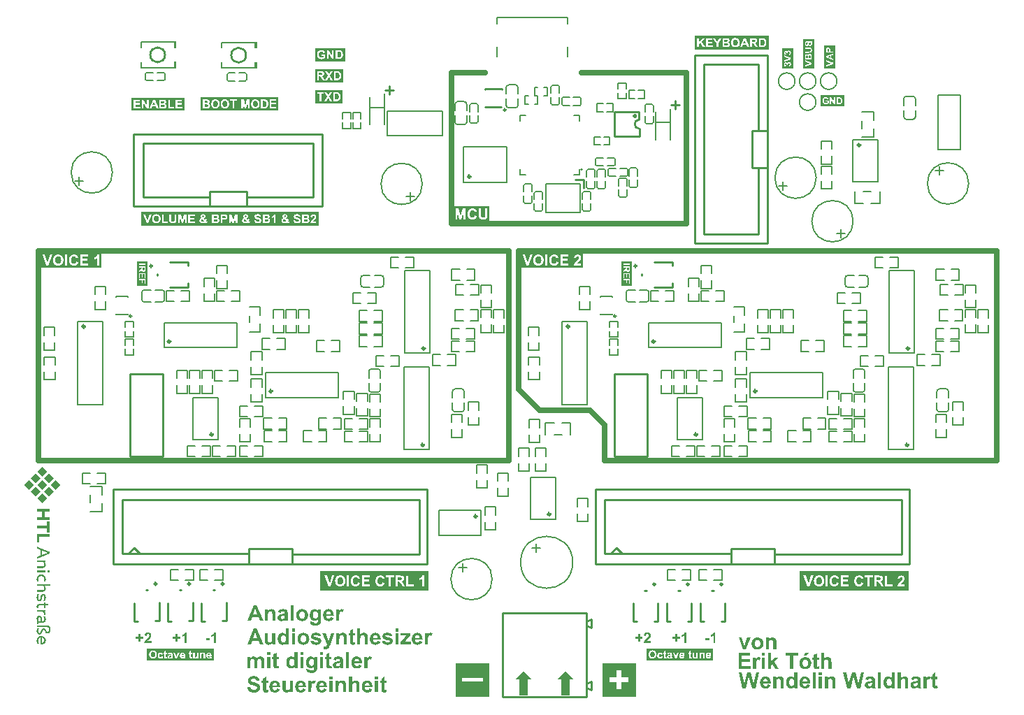
<source format=gto>
G04*
G04 #@! TF.GenerationSoftware,Altium Limited,Altium Designer,24.8.2 (39)*
G04*
G04 Layer_Color=65535*
%FSLAX25Y25*%
%MOIN*%
G70*
G04*
G04 #@! TF.SameCoordinates,EEE2A11A-5DF4-4F78-A986-74189AFA003E*
G04*
G04*
G04 #@! TF.FilePolarity,Positive*
G04*
G01*
G75*
%ADD10C,0.00787*%
%ADD11C,0.00600*%
%ADD12C,0.01000*%
%ADD13C,0.00598*%
%ADD14C,0.01181*%
%ADD15C,0.00591*%
%ADD16C,0.02500*%
%ADD17C,0.00500*%
%ADD18C,0.00800*%
G36*
X18462Y90043D02*
X18526D01*
Y84827D01*
X18462D01*
Y84763D01*
X17302D01*
Y86759D01*
X12408D01*
Y88111D01*
X17302D01*
Y90108D01*
X18462D01*
Y90043D01*
D02*
G37*
G36*
X18526Y82831D02*
X18462D01*
Y82766D01*
X13567D01*
Y80126D01*
X12408D01*
Y84119D01*
X18526D01*
Y82831D01*
D02*
G37*
G36*
X12537Y77872D02*
X12730D01*
Y77808D01*
X12859D01*
Y77744D01*
X12988D01*
Y77679D01*
X13181D01*
Y77615D01*
X13310D01*
Y77550D01*
X13503D01*
Y77486D01*
X13632D01*
Y77421D01*
X13825D01*
Y77357D01*
X13954D01*
Y77293D01*
X14083D01*
Y77228D01*
X14276D01*
Y77164D01*
X14404D01*
Y77100D01*
X14598D01*
Y77035D01*
X14727D01*
Y76971D01*
X14920D01*
Y76906D01*
X15048D01*
Y76842D01*
X15177D01*
Y76777D01*
X15370D01*
Y76713D01*
X15499D01*
Y76649D01*
X15692D01*
Y76584D01*
X15821D01*
Y76520D01*
X16014D01*
Y76455D01*
X16143D01*
Y76391D01*
X16272D01*
Y76327D01*
X16465D01*
Y76262D01*
X16594D01*
Y76198D01*
X16787D01*
Y76134D01*
X16916D01*
Y76069D01*
X17109D01*
Y76005D01*
X17238D01*
Y75940D01*
X17367D01*
Y75876D01*
X17560D01*
Y75811D01*
X17689D01*
Y75747D01*
X17882D01*
Y75683D01*
X18011D01*
Y75618D01*
X18139D01*
Y75554D01*
X18333D01*
Y75490D01*
X18462D01*
Y75425D01*
X18526D01*
Y74717D01*
X18462D01*
Y74652D01*
X18397D01*
Y74588D01*
X18204D01*
Y74524D01*
X18075D01*
Y74459D01*
X17882D01*
Y74395D01*
X17753D01*
Y74330D01*
X17624D01*
Y74266D01*
X17431D01*
Y74202D01*
X17302D01*
Y74137D01*
X17109D01*
Y74073D01*
X16980D01*
Y74008D01*
X16787D01*
Y73944D01*
X16658D01*
Y73880D01*
X16530D01*
Y73815D01*
X16336D01*
Y73751D01*
X16208D01*
Y73686D01*
X16014D01*
Y73622D01*
X15886D01*
Y73558D01*
X15692D01*
Y73493D01*
X15564D01*
Y73429D01*
X15435D01*
Y73365D01*
X15242D01*
Y73300D01*
X15113D01*
Y73236D01*
X14920D01*
Y73171D01*
X14791D01*
Y73107D01*
X14598D01*
Y73043D01*
X14469D01*
Y72978D01*
X14340D01*
Y72914D01*
X14147D01*
Y72849D01*
X14018D01*
Y72785D01*
X13825D01*
Y72720D01*
X13696D01*
Y72656D01*
X13567D01*
Y72592D01*
X13374D01*
Y72527D01*
X13245D01*
Y72463D01*
X13052D01*
Y72399D01*
X12923D01*
Y72334D01*
X12730D01*
Y72270D01*
X12601D01*
Y72205D01*
X12473D01*
Y72141D01*
X12408D01*
Y73043D01*
X12473D01*
Y73107D01*
X12666D01*
Y73171D01*
X12795D01*
Y73236D01*
X12988D01*
Y73300D01*
X13116D01*
Y73365D01*
X13310D01*
Y73429D01*
X13439D01*
Y73493D01*
X13632D01*
Y73558D01*
X13760D01*
Y73622D01*
X13954D01*
Y73686D01*
X14083D01*
Y76455D01*
X13954D01*
Y76520D01*
X13825D01*
Y76584D01*
X13632D01*
Y76649D01*
X13503D01*
Y76713D01*
X13310D01*
Y76777D01*
X13181D01*
Y76842D01*
X12988D01*
Y76906D01*
X12859D01*
Y76971D01*
X12666D01*
Y77035D01*
X12537D01*
Y77100D01*
X12408D01*
Y77937D01*
X12537D01*
Y77872D01*
D02*
G37*
G36*
X16530Y70724D02*
X16079D01*
Y70595D01*
X16143D01*
Y70531D01*
X16208D01*
Y70467D01*
X16272D01*
Y70338D01*
X16336D01*
Y70273D01*
X16401D01*
Y70145D01*
X16465D01*
Y69951D01*
X16530D01*
Y69823D01*
X16594D01*
Y69501D01*
X16658D01*
Y68985D01*
X16594D01*
Y68728D01*
X16530D01*
Y68535D01*
X16465D01*
Y68406D01*
X16401D01*
Y68341D01*
X16336D01*
Y68277D01*
X16272D01*
Y68213D01*
X16208D01*
Y68148D01*
X16143D01*
Y68084D01*
X16079D01*
Y68019D01*
X15950D01*
Y67955D01*
X15821D01*
Y67891D01*
X15628D01*
Y67826D01*
X15242D01*
Y67762D01*
X12408D01*
Y68599D01*
X15370D01*
Y68664D01*
X15564D01*
Y68728D01*
X15628D01*
Y68792D01*
X15692D01*
Y68857D01*
X15757D01*
Y68921D01*
X15821D01*
Y69050D01*
X15886D01*
Y69823D01*
X15821D01*
Y69951D01*
X15757D01*
Y70080D01*
X15692D01*
Y70209D01*
X15628D01*
Y70338D01*
X15564D01*
Y70402D01*
X15499D01*
Y70467D01*
X15435D01*
Y70531D01*
X15370D01*
Y70595D01*
X15306D01*
Y70660D01*
X15242D01*
Y70724D01*
X12408D01*
Y71497D01*
X16530D01*
Y70724D01*
D02*
G37*
G36*
Y65701D02*
X12408D01*
Y66538D01*
X16530D01*
Y65701D01*
D02*
G37*
G36*
X18139Y66603D02*
X18268D01*
Y66538D01*
X18333D01*
Y66474D01*
X18397D01*
Y66410D01*
X18462D01*
Y66216D01*
X18526D01*
Y66023D01*
X18462D01*
Y65830D01*
X18397D01*
Y65766D01*
X18333D01*
Y65701D01*
X18268D01*
Y65637D01*
X18139D01*
Y65572D01*
X17753D01*
Y65637D01*
X17624D01*
Y65701D01*
X17560D01*
Y65766D01*
X17495D01*
Y65894D01*
X17431D01*
Y66345D01*
X17495D01*
Y66474D01*
X17560D01*
Y66538D01*
X17689D01*
Y66603D01*
X17818D01*
Y66667D01*
X18139D01*
Y66603D01*
D02*
G37*
G36*
X14662Y64671D02*
X15048D01*
Y64606D01*
X15242D01*
Y64542D01*
X15370D01*
Y64478D01*
X15499D01*
Y64413D01*
X15628D01*
Y64349D01*
X15692D01*
Y64284D01*
X15821D01*
Y64220D01*
X15886D01*
Y64156D01*
X15950D01*
Y64091D01*
X16014D01*
Y64027D01*
X16079D01*
Y63963D01*
X16143D01*
Y63898D01*
X16208D01*
Y63769D01*
X16272D01*
Y63705D01*
X16336D01*
Y63576D01*
X16401D01*
Y63447D01*
X16465D01*
Y63254D01*
X16530D01*
Y63061D01*
X16594D01*
Y62739D01*
X16658D01*
Y62095D01*
X16594D01*
Y61773D01*
X16530D01*
Y61580D01*
X16465D01*
Y61387D01*
X16401D01*
Y61258D01*
X15564D01*
Y61322D01*
X15628D01*
Y61451D01*
X15692D01*
Y61580D01*
X15757D01*
Y61709D01*
X15821D01*
Y61902D01*
X15886D01*
Y62288D01*
X15950D01*
Y62610D01*
X15886D01*
Y62932D01*
X15821D01*
Y63125D01*
X15757D01*
Y63254D01*
X15692D01*
Y63319D01*
X15628D01*
Y63383D01*
X15564D01*
Y63447D01*
X15499D01*
Y63512D01*
X15435D01*
Y63576D01*
X15370D01*
Y63640D01*
X15306D01*
Y63705D01*
X15177D01*
Y63769D01*
X15048D01*
Y63834D01*
X14855D01*
Y63898D01*
X14018D01*
Y63834D01*
X13825D01*
Y63769D01*
X13696D01*
Y63705D01*
X13632D01*
Y63640D01*
X13503D01*
Y63576D01*
X13439D01*
Y63512D01*
X13374D01*
Y63447D01*
X13310D01*
Y63319D01*
X13245D01*
Y63254D01*
X13181D01*
Y63125D01*
X13116D01*
Y62932D01*
X13052D01*
Y62610D01*
X12988D01*
Y62224D01*
X13052D01*
Y61837D01*
X13116D01*
Y61709D01*
X13181D01*
Y61580D01*
X13245D01*
Y61451D01*
X13310D01*
Y61322D01*
X13374D01*
Y61193D01*
X12601D01*
Y61258D01*
X12537D01*
Y61387D01*
X12473D01*
Y61580D01*
X12408D01*
Y61773D01*
X12344D01*
Y62095D01*
X12279D01*
Y62739D01*
X12344D01*
Y63125D01*
X12408D01*
Y63319D01*
X12473D01*
Y63512D01*
X12537D01*
Y63640D01*
X12601D01*
Y63705D01*
X12666D01*
Y63834D01*
X12730D01*
Y63898D01*
X12795D01*
Y63963D01*
X12859D01*
Y64027D01*
X12923D01*
Y64091D01*
X12988D01*
Y64156D01*
X13052D01*
Y64220D01*
X13116D01*
Y64284D01*
X13181D01*
Y64349D01*
X13245D01*
Y64413D01*
X13374D01*
Y64478D01*
X13503D01*
Y64542D01*
X13632D01*
Y64606D01*
X13889D01*
Y64671D01*
X14211D01*
Y64735D01*
X14662D01*
Y64671D01*
D02*
G37*
G36*
X18783Y60099D02*
X18848D01*
Y59390D01*
X16079D01*
Y59262D01*
X16143D01*
Y59197D01*
X16208D01*
Y59133D01*
X16272D01*
Y59004D01*
X16336D01*
Y58939D01*
X16401D01*
Y58811D01*
X16465D01*
Y58618D01*
X16530D01*
Y58489D01*
X16594D01*
Y58167D01*
X16658D01*
Y57652D01*
X16594D01*
Y57394D01*
X16530D01*
Y57201D01*
X16465D01*
Y57072D01*
X16401D01*
Y57008D01*
X16336D01*
Y56943D01*
X16272D01*
Y56879D01*
X16208D01*
Y56814D01*
X16143D01*
Y56750D01*
X16079D01*
Y56686D01*
X15950D01*
Y56621D01*
X15821D01*
Y56557D01*
X15628D01*
Y56492D01*
X15242D01*
Y56428D01*
X12408D01*
Y57265D01*
X15435D01*
Y57330D01*
X15564D01*
Y57394D01*
X15628D01*
Y57458D01*
X15692D01*
Y57523D01*
X15757D01*
Y57587D01*
X15821D01*
Y57716D01*
X15886D01*
Y58424D01*
X15821D01*
Y58618D01*
X15757D01*
Y58746D01*
X15692D01*
Y58875D01*
X15628D01*
Y58939D01*
X15564D01*
Y59068D01*
X15499D01*
Y59133D01*
X15435D01*
Y59197D01*
X15370D01*
Y59262D01*
X15306D01*
Y59326D01*
X15242D01*
Y59390D01*
X12408D01*
Y60163D01*
X18783D01*
Y60099D01*
D02*
G37*
G36*
X15692Y55333D02*
X15886D01*
Y55269D01*
X16014D01*
Y55204D01*
X16079D01*
Y55140D01*
X16143D01*
Y55076D01*
X16208D01*
Y55011D01*
X16272D01*
Y54947D01*
X16336D01*
Y54883D01*
X16401D01*
Y54754D01*
X16465D01*
Y54561D01*
X16530D01*
Y54367D01*
X16594D01*
Y54045D01*
X16658D01*
Y53852D01*
Y53788D01*
Y53337D01*
X16594D01*
Y52951D01*
X16530D01*
Y52693D01*
X16465D01*
Y52500D01*
X16401D01*
Y52307D01*
X16336D01*
Y52242D01*
X16272D01*
Y52178D01*
X15564D01*
Y52371D01*
X15628D01*
Y52500D01*
X15692D01*
Y52629D01*
X15757D01*
Y52822D01*
X15821D01*
Y53079D01*
X15886D01*
Y53466D01*
X15950D01*
Y53981D01*
X15886D01*
Y54303D01*
X15821D01*
Y54432D01*
X15757D01*
Y54496D01*
X15692D01*
Y54561D01*
X15564D01*
Y54625D01*
X15242D01*
Y54561D01*
X15177D01*
Y54496D01*
X15113D01*
Y54432D01*
X15048D01*
Y54303D01*
X14984D01*
Y54045D01*
X14920D01*
Y53659D01*
X14855D01*
Y53272D01*
X14791D01*
Y52951D01*
X14727D01*
Y52757D01*
X14662D01*
Y52629D01*
X14598D01*
Y52500D01*
X14533D01*
Y52371D01*
X14469D01*
Y52307D01*
X14404D01*
Y52242D01*
X14340D01*
Y52178D01*
X14276D01*
Y52113D01*
X14147D01*
Y52049D01*
X13954D01*
Y51985D01*
X13310D01*
Y52049D01*
X13116D01*
Y52113D01*
X12988D01*
Y52178D01*
X12859D01*
Y52242D01*
X12795D01*
Y52307D01*
X12730D01*
Y52371D01*
X12666D01*
Y52500D01*
X12601D01*
Y52564D01*
X12537D01*
Y52693D01*
X12473D01*
Y52886D01*
X12408D01*
Y53079D01*
X12344D01*
Y53401D01*
X12279D01*
Y54110D01*
X12344D01*
Y54561D01*
X12408D01*
Y54818D01*
X12473D01*
Y55011D01*
X12537D01*
Y55140D01*
X12601D01*
Y55269D01*
X13439D01*
Y55204D01*
X13374D01*
Y55076D01*
X13310D01*
Y54947D01*
X13245D01*
Y54818D01*
X13181D01*
Y54625D01*
X13116D01*
Y54367D01*
X13052D01*
Y53981D01*
X12988D01*
Y53401D01*
X13052D01*
Y53144D01*
X13116D01*
Y53015D01*
X13181D01*
Y52886D01*
X13245D01*
Y52822D01*
X13374D01*
Y52757D01*
X13696D01*
Y52822D01*
X13825D01*
Y52886D01*
X13889D01*
Y52951D01*
X13954D01*
Y53079D01*
X14018D01*
Y53337D01*
X14083D01*
Y53659D01*
X14147D01*
Y54110D01*
X14211D01*
Y54367D01*
X14276D01*
Y54625D01*
X14340D01*
Y54754D01*
X14404D01*
Y54883D01*
X14469D01*
Y55011D01*
X14533D01*
Y55076D01*
X14598D01*
Y55140D01*
X14662D01*
Y55204D01*
X14727D01*
Y55269D01*
X14855D01*
Y55333D01*
X14984D01*
Y55398D01*
X15692D01*
Y55333D01*
D02*
G37*
G36*
X16530Y50697D02*
X17624D01*
Y50632D01*
X17689D01*
Y50375D01*
X17753D01*
Y49988D01*
X17818D01*
Y49924D01*
X17753D01*
Y49859D01*
X16530D01*
Y48636D01*
X15821D01*
Y49859D01*
X13439D01*
Y49795D01*
X13245D01*
Y49731D01*
X13181D01*
Y49666D01*
X13116D01*
Y49602D01*
X13052D01*
Y49409D01*
X12988D01*
Y49151D01*
X13052D01*
Y48829D01*
X13116D01*
Y48700D01*
X13181D01*
Y48636D01*
X12408D01*
Y48829D01*
X12344D01*
Y49151D01*
X12279D01*
Y49602D01*
X12344D01*
Y49859D01*
X12408D01*
Y50053D01*
X12473D01*
Y50117D01*
X12537D01*
Y50246D01*
X12601D01*
Y50310D01*
X12666D01*
Y50375D01*
X12730D01*
Y50439D01*
X12859D01*
Y50503D01*
X12988D01*
Y50568D01*
X13245D01*
Y50632D01*
X13760D01*
Y50697D01*
X15821D01*
Y51405D01*
X16530D01*
Y50697D01*
D02*
G37*
G36*
Y46962D02*
X15950D01*
Y46897D01*
X16014D01*
Y46833D01*
X16079D01*
Y46768D01*
X16143D01*
Y46704D01*
X16208D01*
Y46640D01*
X16272D01*
Y46575D01*
X16336D01*
Y46446D01*
X16401D01*
Y46382D01*
X16465D01*
Y46189D01*
X16530D01*
Y45996D01*
X16594D01*
Y45480D01*
X16530D01*
Y45416D01*
X15821D01*
Y45996D01*
X15757D01*
Y46253D01*
X15692D01*
Y46382D01*
X15628D01*
Y46511D01*
X15564D01*
Y46575D01*
X15499D01*
Y46640D01*
X15435D01*
Y46704D01*
X15370D01*
Y46768D01*
X15306D01*
Y46833D01*
X15177D01*
Y46897D01*
X15113D01*
Y46962D01*
X12408D01*
Y47734D01*
X16530D01*
Y46962D01*
D02*
G37*
G36*
X13889Y44965D02*
X14083D01*
Y44901D01*
X14211D01*
Y44837D01*
X14276D01*
Y44772D01*
X14340D01*
Y44708D01*
X14404D01*
Y44643D01*
X14469D01*
Y44579D01*
X14533D01*
Y44450D01*
X14598D01*
Y44321D01*
X14662D01*
Y44192D01*
X14727D01*
Y43935D01*
X14791D01*
Y43355D01*
X14855D01*
Y43291D01*
X14791D01*
Y42711D01*
X14727D01*
Y42454D01*
X15242D01*
Y42518D01*
X15499D01*
Y42583D01*
X15628D01*
Y42647D01*
X15692D01*
Y42711D01*
X15757D01*
Y42776D01*
X15821D01*
Y42905D01*
X15886D01*
Y43227D01*
X15950D01*
Y43742D01*
X15886D01*
Y44064D01*
X15821D01*
Y44257D01*
X15757D01*
Y44386D01*
X15692D01*
Y44515D01*
X15628D01*
Y44643D01*
X15564D01*
Y44772D01*
X16272D01*
Y44708D01*
X16336D01*
Y44579D01*
X16401D01*
Y44450D01*
X16465D01*
Y44257D01*
X16530D01*
Y44064D01*
X16594D01*
Y43677D01*
X16658D01*
Y43033D01*
X16594D01*
Y42711D01*
X16530D01*
Y42518D01*
X16465D01*
Y42325D01*
X16401D01*
Y42261D01*
X16336D01*
Y42132D01*
X16272D01*
Y42067D01*
X16208D01*
Y42003D01*
X16143D01*
Y41939D01*
X16014D01*
Y41874D01*
X15886D01*
Y41810D01*
X15757D01*
Y41745D01*
X15499D01*
Y41681D01*
X13181D01*
Y41617D01*
X13052D01*
Y41552D01*
X12988D01*
Y41230D01*
X13052D01*
Y41166D01*
X12988D01*
Y41102D01*
X12408D01*
Y41166D01*
X12344D01*
Y41874D01*
X12408D01*
Y42067D01*
X12473D01*
Y42132D01*
X12537D01*
Y42196D01*
X12601D01*
Y42261D01*
X12666D01*
Y42325D01*
X12730D01*
Y42389D01*
X12666D01*
Y42518D01*
X12601D01*
Y42583D01*
X12537D01*
Y42711D01*
X12473D01*
Y42905D01*
X12408D01*
Y43033D01*
X12344D01*
Y43355D01*
X12279D01*
Y43871D01*
X12344D01*
Y44192D01*
X12408D01*
Y44386D01*
X12473D01*
Y44450D01*
X12537D01*
Y44579D01*
X12601D01*
Y44643D01*
X12666D01*
Y44708D01*
X12730D01*
Y44772D01*
X12795D01*
Y44837D01*
X12859D01*
Y44901D01*
X12988D01*
Y44965D01*
X13116D01*
Y45030D01*
X13889D01*
Y44965D01*
D02*
G37*
G36*
X17560Y40264D02*
X17882D01*
Y40200D01*
X18011D01*
Y40135D01*
X18204D01*
Y40071D01*
X18268D01*
Y40007D01*
X18333D01*
Y39942D01*
X18462D01*
Y39878D01*
X18526D01*
Y39749D01*
X18590D01*
Y39685D01*
X18655D01*
Y39556D01*
X18719D01*
Y39427D01*
X18783D01*
Y39298D01*
X18848D01*
Y39041D01*
X18912D01*
Y37882D01*
X18848D01*
Y37624D01*
X18783D01*
Y37495D01*
X18719D01*
Y37302D01*
X18655D01*
Y37238D01*
X18590D01*
Y37109D01*
X18526D01*
Y37045D01*
X18462D01*
Y36980D01*
X18397D01*
Y36916D01*
X18333D01*
Y36851D01*
X18204D01*
Y36787D01*
X18075D01*
Y36722D01*
X17946D01*
Y36658D01*
X17689D01*
Y36594D01*
X17045D01*
Y36658D01*
X16723D01*
Y36722D01*
X16530D01*
Y36787D01*
X16465D01*
Y36980D01*
X16401D01*
Y37366D01*
X16336D01*
Y37560D01*
X16272D01*
Y37753D01*
X16208D01*
Y37882D01*
X16143D01*
Y37946D01*
X16079D01*
Y38075D01*
X15950D01*
Y38139D01*
X15757D01*
Y38204D01*
X15628D01*
Y38139D01*
X15435D01*
Y38075D01*
X15370D01*
Y38010D01*
X15306D01*
Y37946D01*
X15242D01*
Y37882D01*
X15177D01*
Y37753D01*
X15113D01*
Y37560D01*
X15048D01*
Y37431D01*
X14984D01*
Y37238D01*
X14920D01*
Y37045D01*
X14855D01*
Y36916D01*
X14791D01*
Y36787D01*
X14727D01*
Y36658D01*
X14662D01*
Y36594D01*
X14598D01*
Y36465D01*
X14533D01*
Y36400D01*
X14469D01*
Y36336D01*
X14404D01*
Y36272D01*
X14276D01*
Y36207D01*
X14211D01*
Y36143D01*
X14018D01*
Y36079D01*
X13696D01*
Y36014D01*
X13503D01*
Y36079D01*
X13181D01*
Y36143D01*
X12988D01*
Y36207D01*
X12923D01*
Y36272D01*
X12795D01*
Y36336D01*
X12730D01*
Y36400D01*
X12666D01*
Y36529D01*
X12601D01*
Y36594D01*
X12537D01*
Y36722D01*
X12473D01*
Y36851D01*
X12408D01*
Y37045D01*
X12344D01*
Y37302D01*
X12279D01*
Y37882D01*
X12344D01*
Y38268D01*
X12408D01*
Y38461D01*
X12473D01*
Y38654D01*
X12537D01*
Y38848D01*
X12601D01*
Y38912D01*
X13439D01*
Y38848D01*
X13374D01*
Y38719D01*
X13310D01*
Y38590D01*
X13245D01*
Y38461D01*
X13181D01*
Y38332D01*
X13116D01*
Y38139D01*
X13052D01*
Y37817D01*
X12988D01*
Y37366D01*
X13052D01*
Y37173D01*
X13116D01*
Y37045D01*
X13181D01*
Y36980D01*
X13245D01*
Y36916D01*
X13374D01*
Y36851D01*
X13825D01*
Y36916D01*
X13954D01*
Y36980D01*
X14018D01*
Y37109D01*
X14083D01*
Y37238D01*
X14147D01*
Y37366D01*
X14211D01*
Y37495D01*
X14276D01*
Y37688D01*
X14340D01*
Y37882D01*
X14404D01*
Y38010D01*
X14469D01*
Y38204D01*
X14533D01*
Y38268D01*
X14598D01*
Y38397D01*
X14662D01*
Y38526D01*
X14727D01*
Y38590D01*
X14791D01*
Y38654D01*
X14855D01*
Y38719D01*
X14920D01*
Y38783D01*
X15048D01*
Y38848D01*
X15177D01*
Y38912D01*
X15435D01*
Y38976D01*
X15821D01*
Y38912D01*
X16079D01*
Y38848D01*
X16208D01*
Y38783D01*
X16336D01*
Y38719D01*
X16401D01*
Y38654D01*
X16465D01*
Y38590D01*
X16530D01*
Y38526D01*
X16594D01*
Y38461D01*
X16658D01*
Y38332D01*
X16723D01*
Y38268D01*
X16787D01*
Y38139D01*
X16852D01*
Y37946D01*
X16916D01*
Y37753D01*
X16980D01*
Y37495D01*
X17045D01*
Y37431D01*
X17238D01*
Y37366D01*
X17495D01*
Y37431D01*
X17753D01*
Y37495D01*
X17882D01*
Y37560D01*
X17946D01*
Y37624D01*
X18011D01*
Y37688D01*
X18075D01*
Y37817D01*
X18139D01*
Y38010D01*
X18204D01*
Y38848D01*
X18139D01*
Y39041D01*
X18075D01*
Y39170D01*
X18011D01*
Y39298D01*
X17946D01*
Y39363D01*
X17818D01*
Y39427D01*
X17689D01*
Y39492D01*
X17367D01*
Y39556D01*
X12408D01*
Y40329D01*
X17560D01*
Y40264D01*
D02*
G37*
G36*
X14855Y35306D02*
X15113D01*
Y35241D01*
X15306D01*
Y35177D01*
X15499D01*
Y35113D01*
X15628D01*
Y35048D01*
X15692D01*
Y34984D01*
X15821D01*
Y34919D01*
X15886D01*
Y34855D01*
X15950D01*
Y34791D01*
X16014D01*
Y34726D01*
X16079D01*
Y34662D01*
X16143D01*
Y34597D01*
X16208D01*
Y34533D01*
X16272D01*
Y34404D01*
X16336D01*
Y34340D01*
X16401D01*
Y34211D01*
X16465D01*
Y34082D01*
X16530D01*
Y33889D01*
X16594D01*
Y33567D01*
X16658D01*
Y32987D01*
X16594D01*
Y32730D01*
X16530D01*
Y32537D01*
X16465D01*
Y32408D01*
X16401D01*
Y32279D01*
X16336D01*
Y32150D01*
X16272D01*
Y32086D01*
X16208D01*
Y32021D01*
X16143D01*
Y31957D01*
X16079D01*
Y31893D01*
X16014D01*
Y31828D01*
X15950D01*
Y31764D01*
X15821D01*
Y31699D01*
X15757D01*
Y31635D01*
X15628D01*
Y31571D01*
X15499D01*
Y31506D01*
X15242D01*
Y31442D01*
X14920D01*
Y31378D01*
X14276D01*
Y31442D01*
X14211D01*
Y34597D01*
X14147D01*
Y34533D01*
X13889D01*
Y34469D01*
X13760D01*
Y34404D01*
X13632D01*
Y34340D01*
X13567D01*
Y34275D01*
X13503D01*
Y34211D01*
X13374D01*
Y34082D01*
X13310D01*
Y34018D01*
X13245D01*
Y33889D01*
X13181D01*
Y33825D01*
X13116D01*
Y33631D01*
X13052D01*
Y33309D01*
X12988D01*
Y32794D01*
X13052D01*
Y32472D01*
X13116D01*
Y32279D01*
X13181D01*
Y32150D01*
X13245D01*
Y32021D01*
X13310D01*
Y31893D01*
X13374D01*
Y31764D01*
X13439D01*
Y31699D01*
X13503D01*
Y31635D01*
X12666D01*
Y31699D01*
X12601D01*
Y31828D01*
X12537D01*
Y32021D01*
X12473D01*
Y32215D01*
X12408D01*
Y32408D01*
X12344D01*
Y32794D01*
X12279D01*
Y33438D01*
X12344D01*
Y33760D01*
X12408D01*
Y33953D01*
X12473D01*
Y34147D01*
X12537D01*
Y34275D01*
X12601D01*
Y34404D01*
X12666D01*
Y34469D01*
X12730D01*
Y34533D01*
X12795D01*
Y34662D01*
X12859D01*
Y34726D01*
X12923D01*
Y34791D01*
X12988D01*
Y34855D01*
X13052D01*
Y34919D01*
X13181D01*
Y34984D01*
X13245D01*
Y35048D01*
X13374D01*
Y35113D01*
X13439D01*
Y35177D01*
X13632D01*
Y35241D01*
X13825D01*
Y35306D01*
X14083D01*
Y35370D01*
X14855D01*
Y35306D01*
D02*
G37*
G36*
X268362Y14740D02*
X266394D01*
Y6866D01*
X262457D01*
Y14740D01*
X260488D01*
X264425Y18677D01*
X268362Y14740D01*
D02*
G37*
G36*
X248362D02*
X246394D01*
Y6866D01*
X242457D01*
Y14740D01*
X240488D01*
X244425Y18677D01*
X248362Y14740D01*
D02*
G37*
G36*
X78858Y315797D02*
X77658D01*
Y318887D01*
X78858D01*
Y315797D01*
D02*
G37*
G36*
X117483Y315665D02*
X116283D01*
Y318755D01*
X117483D01*
Y315665D01*
D02*
G37*
G36*
X78858Y306152D02*
X77658D01*
Y309243D01*
X78858D01*
Y306152D01*
D02*
G37*
G36*
X117483Y306020D02*
X116283D01*
Y309110D01*
X117483D01*
Y306020D01*
D02*
G37*
G36*
X178332Y292180D02*
X177734D01*
Y293980D01*
X178332D01*
Y292180D01*
D02*
G37*
G36*
X314694Y285024D02*
X314096D01*
Y286824D01*
X314694D01*
Y285024D01*
D02*
G37*
G36*
X298126Y284214D02*
X298395Y283945D01*
X298541Y283592D01*
Y283402D01*
Y283211D01*
X298395Y282859D01*
X298126Y282589D01*
X297773Y282443D01*
X297392D01*
X297040Y282589D01*
X296770Y282859D01*
X296624Y283211D01*
Y283402D01*
Y283592D01*
X296770Y283945D01*
X297040Y284214D01*
X297392Y284360D01*
X297773D01*
X298126Y284214D01*
D02*
G37*
G36*
X15067Y115894D02*
X15132D01*
Y115830D01*
X15196D01*
Y115766D01*
X15261D01*
Y115701D01*
X15325D01*
Y115637D01*
X15390D01*
Y115572D01*
X15454D01*
Y115508D01*
X15518D01*
Y115444D01*
X15583D01*
Y115379D01*
X15647D01*
Y115315D01*
X15711D01*
Y115250D01*
X15776D01*
Y115186D01*
X15840D01*
Y115122D01*
X15905D01*
Y115057D01*
X15969D01*
Y114993D01*
X16033D01*
Y114928D01*
X16098D01*
Y114864D01*
X16162D01*
Y114800D01*
X16227D01*
Y114735D01*
X16291D01*
Y114671D01*
X16355D01*
Y114606D01*
X16420D01*
Y114542D01*
X16484D01*
Y114478D01*
X16549D01*
Y114413D01*
X16613D01*
Y114349D01*
X16677D01*
Y114285D01*
X16742D01*
Y114220D01*
X16806D01*
Y114156D01*
X16871D01*
Y114091D01*
X16935D01*
Y114027D01*
X16999D01*
Y113962D01*
X17064D01*
Y113898D01*
X17128D01*
Y113834D01*
X17193D01*
Y113769D01*
X17257D01*
Y113705D01*
X17321D01*
Y113640D01*
X17257D01*
Y113576D01*
X17193D01*
Y113512D01*
X17128D01*
Y113447D01*
X17064D01*
Y113383D01*
X16999D01*
Y113319D01*
X16935D01*
Y113254D01*
X16871D01*
Y113190D01*
X16806D01*
Y113125D01*
X16742D01*
Y113061D01*
X16677D01*
Y112996D01*
X16613D01*
Y112932D01*
X16549D01*
Y112868D01*
X16484D01*
Y112803D01*
X16420D01*
Y112739D01*
X16355D01*
Y112674D01*
X16291D01*
Y112610D01*
X16227D01*
Y112546D01*
X16162D01*
Y112481D01*
X16098D01*
Y112417D01*
X16033D01*
Y112353D01*
X15969D01*
Y112288D01*
X15905D01*
Y112224D01*
X15840D01*
Y112159D01*
X15776D01*
Y112095D01*
X15711D01*
Y112031D01*
X15647D01*
Y111966D01*
X15583D01*
Y111902D01*
X15518D01*
Y111837D01*
X15454D01*
Y111773D01*
X15390D01*
Y111709D01*
X15325D01*
Y111644D01*
X15261D01*
Y111580D01*
X15196D01*
Y111515D01*
X15132D01*
Y111451D01*
X15067D01*
Y111387D01*
X15003D01*
Y111322D01*
X14939D01*
Y111387D01*
X14874D01*
Y111451D01*
X14810D01*
Y111515D01*
X14746D01*
Y111580D01*
X14681D01*
Y111644D01*
X14617D01*
Y111709D01*
X14552D01*
Y111773D01*
X14488D01*
Y111837D01*
X14424D01*
Y111902D01*
X14359D01*
Y111966D01*
X14295D01*
Y112031D01*
X14230D01*
Y112095D01*
X14166D01*
Y112159D01*
X14101D01*
Y112224D01*
X14037D01*
Y112288D01*
X13973D01*
Y112353D01*
X13908D01*
Y112417D01*
X13844D01*
Y112481D01*
X13780D01*
Y112546D01*
X13715D01*
Y112610D01*
X13651D01*
Y112674D01*
X13586D01*
Y112739D01*
X13522D01*
Y112803D01*
X13458D01*
Y112868D01*
X13393D01*
Y112932D01*
X13329D01*
Y112996D01*
X13264D01*
Y113061D01*
X13200D01*
Y113125D01*
X13136D01*
Y113190D01*
X13071D01*
Y113254D01*
X13007D01*
Y113319D01*
X12942D01*
Y113383D01*
X12878D01*
Y113447D01*
X12814D01*
Y113512D01*
X12749D01*
Y113576D01*
X12685D01*
Y113705D01*
X12749D01*
Y113769D01*
X12814D01*
Y113834D01*
X12878D01*
Y113898D01*
X12942D01*
Y113962D01*
X13007D01*
Y114027D01*
X13071D01*
Y114091D01*
X13136D01*
Y114156D01*
X13200D01*
Y114220D01*
X13264D01*
Y114285D01*
X13329D01*
Y114349D01*
X13393D01*
Y114413D01*
X13458D01*
Y114478D01*
X13522D01*
Y114542D01*
X13586D01*
Y114606D01*
X13651D01*
Y114671D01*
X13715D01*
Y114735D01*
X13780D01*
Y114800D01*
X13844D01*
Y114864D01*
X13908D01*
Y114928D01*
X13973D01*
Y114993D01*
X14037D01*
Y115057D01*
X14101D01*
Y115122D01*
X14166D01*
Y115186D01*
X14230D01*
Y115250D01*
X14295D01*
Y115315D01*
X14359D01*
Y115379D01*
X14424D01*
Y115444D01*
X14488D01*
Y115508D01*
X14552D01*
Y115572D01*
X14617D01*
Y115637D01*
X14681D01*
Y115701D01*
X14746D01*
Y115766D01*
X14810D01*
Y115830D01*
X14874D01*
Y115894D01*
X14939D01*
Y115959D01*
X15067D01*
Y115894D01*
D02*
G37*
G36*
X18158Y112803D02*
X18223D01*
Y112739D01*
X18287D01*
Y112674D01*
X18352D01*
Y112610D01*
X18416D01*
Y112546D01*
X18481D01*
Y112481D01*
X18545D01*
Y112417D01*
X18609D01*
Y112353D01*
X18674D01*
Y112288D01*
X18738D01*
Y112224D01*
X18802D01*
Y112159D01*
X18867D01*
Y112095D01*
X18931D01*
Y112031D01*
X18996D01*
Y111966D01*
X19060D01*
Y111902D01*
X19125D01*
Y111837D01*
X19189D01*
Y111773D01*
X19253D01*
Y111709D01*
X19318D01*
Y111644D01*
X19382D01*
Y111580D01*
X19446D01*
Y111515D01*
X19511D01*
Y111451D01*
X19575D01*
Y111387D01*
X19640D01*
Y111322D01*
X19704D01*
Y111258D01*
X19769D01*
Y111193D01*
X19833D01*
Y111129D01*
X19897D01*
Y111065D01*
X19962D01*
Y111000D01*
X20026D01*
Y110936D01*
X20090D01*
Y110871D01*
X20155D01*
Y110807D01*
X20219D01*
Y110743D01*
X20284D01*
Y110678D01*
X20348D01*
Y110614D01*
X20412D01*
Y110549D01*
X20477D01*
Y110485D01*
X20412D01*
Y110421D01*
X20348D01*
Y110356D01*
X20284D01*
Y110292D01*
X20219D01*
Y110227D01*
X20155D01*
Y110163D01*
X20090D01*
Y110099D01*
X20026D01*
Y110034D01*
X19962D01*
Y109970D01*
X19897D01*
Y109905D01*
X19833D01*
Y109841D01*
X19769D01*
Y109777D01*
X19704D01*
Y109712D01*
X19640D01*
Y109648D01*
X19575D01*
Y109583D01*
X19511D01*
Y109519D01*
X19446D01*
Y109455D01*
X19382D01*
Y109390D01*
X19318D01*
Y109326D01*
X19253D01*
Y109262D01*
X19189D01*
Y109197D01*
X19125D01*
Y109133D01*
X19060D01*
Y109068D01*
X18996D01*
Y109004D01*
X18931D01*
Y108940D01*
X18867D01*
Y108875D01*
X18802D01*
Y108811D01*
X18738D01*
Y108746D01*
X18674D01*
Y108682D01*
X18609D01*
Y108617D01*
X18545D01*
Y108553D01*
X18481D01*
Y108489D01*
X18416D01*
Y108424D01*
X18352D01*
Y108360D01*
X18287D01*
Y108296D01*
X18223D01*
Y108231D01*
X18030D01*
Y108296D01*
X17965D01*
Y108360D01*
X17901D01*
Y108424D01*
X17837D01*
Y108489D01*
X17772D01*
Y108553D01*
X17708D01*
Y108617D01*
X17643D01*
Y108682D01*
X17579D01*
Y108746D01*
X17515D01*
Y108811D01*
X17450D01*
Y108875D01*
X17386D01*
Y108940D01*
X17321D01*
Y109004D01*
X17257D01*
Y109068D01*
X17193D01*
Y109133D01*
X17128D01*
Y109197D01*
X17064D01*
Y109262D01*
X16999D01*
Y109326D01*
X16935D01*
Y109390D01*
X16871D01*
Y109455D01*
X16806D01*
Y109519D01*
X16742D01*
Y109583D01*
X16677D01*
Y109648D01*
X16613D01*
Y109712D01*
X16549D01*
Y109777D01*
X16484D01*
Y109841D01*
X16420D01*
Y109905D01*
X16355D01*
Y109970D01*
X16291D01*
Y110034D01*
X16227D01*
Y110099D01*
X16162D01*
Y110163D01*
X16098D01*
Y110227D01*
X16033D01*
Y110292D01*
X15969D01*
Y110356D01*
X15905D01*
Y110421D01*
X15840D01*
Y110614D01*
X15905D01*
Y110678D01*
X15969D01*
Y110743D01*
X16033D01*
Y110807D01*
X16098D01*
Y110871D01*
X16162D01*
Y110936D01*
X16227D01*
Y111000D01*
X16291D01*
Y111065D01*
X16355D01*
Y111129D01*
X16420D01*
Y111193D01*
X16484D01*
Y111258D01*
X16549D01*
Y111322D01*
X16613D01*
Y111387D01*
X16677D01*
Y111451D01*
X16742D01*
Y111515D01*
X16806D01*
Y111580D01*
X16871D01*
Y111644D01*
X16935D01*
Y111709D01*
X16999D01*
Y111773D01*
X17064D01*
Y111837D01*
X17128D01*
Y111902D01*
X17193D01*
Y111966D01*
X17257D01*
Y112031D01*
X17321D01*
Y112095D01*
X17386D01*
Y112159D01*
X17450D01*
Y112224D01*
X17515D01*
Y112288D01*
X17579D01*
Y112353D01*
X17643D01*
Y112417D01*
X17708D01*
Y112481D01*
X17772D01*
Y112546D01*
X17837D01*
Y112610D01*
X17901D01*
Y112674D01*
X17965D01*
Y112739D01*
X18030D01*
Y112803D01*
X18094D01*
Y112868D01*
X18158D01*
Y112803D01*
D02*
G37*
G36*
X11912Y112739D02*
X11976D01*
Y112674D01*
X12041D01*
Y112610D01*
X12105D01*
Y112546D01*
X12170D01*
Y112481D01*
X12234D01*
Y112417D01*
X12298D01*
Y112353D01*
X12363D01*
Y112288D01*
X12427D01*
Y112224D01*
X12492D01*
Y112159D01*
X12556D01*
Y112095D01*
X12620D01*
Y112031D01*
X12685D01*
Y111966D01*
X12749D01*
Y111902D01*
X12814D01*
Y111837D01*
X12878D01*
Y111773D01*
X12942D01*
Y111709D01*
X13007D01*
Y111644D01*
X13071D01*
Y111580D01*
X13136D01*
Y111515D01*
X13200D01*
Y111451D01*
X13264D01*
Y111387D01*
X13329D01*
Y111322D01*
X13393D01*
Y111258D01*
X13458D01*
Y111193D01*
X13522D01*
Y111129D01*
X13586D01*
Y111065D01*
X13651D01*
Y111000D01*
X13715D01*
Y110936D01*
X13780D01*
Y110871D01*
X13844D01*
Y110807D01*
X13908D01*
Y110743D01*
X13973D01*
Y110678D01*
X14037D01*
Y110614D01*
X14101D01*
Y110549D01*
X14166D01*
Y110485D01*
X14101D01*
Y110421D01*
X14037D01*
Y110356D01*
X13973D01*
Y110292D01*
X13908D01*
Y110227D01*
X13844D01*
Y110163D01*
X13780D01*
Y110099D01*
X13715D01*
Y110034D01*
X13651D01*
Y109970D01*
X13586D01*
Y109905D01*
X13522D01*
Y109841D01*
X13458D01*
Y109777D01*
X13393D01*
Y109712D01*
X13329D01*
Y109648D01*
X13264D01*
Y109583D01*
X13200D01*
Y109519D01*
X13136D01*
Y109455D01*
X13071D01*
Y109390D01*
X13007D01*
Y109326D01*
X12942D01*
Y109262D01*
X12878D01*
Y109197D01*
X12814D01*
Y109133D01*
X12749D01*
Y109068D01*
X12685D01*
Y109004D01*
X12620D01*
Y108940D01*
X12556D01*
Y108875D01*
X12492D01*
Y108811D01*
X12427D01*
Y108746D01*
X12363D01*
Y108682D01*
X12298D01*
Y108617D01*
X12234D01*
Y108553D01*
X12170D01*
Y108489D01*
X12105D01*
Y108424D01*
X12041D01*
Y108360D01*
X11976D01*
Y108296D01*
X11912D01*
Y108231D01*
X11783D01*
Y108296D01*
X11719D01*
Y108360D01*
X11654D01*
Y108424D01*
X11590D01*
Y108489D01*
X11526D01*
Y108553D01*
X11461D01*
Y108617D01*
X11397D01*
Y108682D01*
X11332D01*
Y108746D01*
X11268D01*
Y108811D01*
X11204D01*
Y108875D01*
X11139D01*
Y108940D01*
X11075D01*
Y109004D01*
X11011D01*
Y109068D01*
X10946D01*
Y109133D01*
X10882D01*
Y109197D01*
X10817D01*
Y109262D01*
X10753D01*
Y109326D01*
X10689D01*
Y109390D01*
X10624D01*
Y109455D01*
X10560D01*
Y109519D01*
X10495D01*
Y109583D01*
X10431D01*
Y109648D01*
X10367D01*
Y109712D01*
X10302D01*
Y109777D01*
X10238D01*
Y109841D01*
X10173D01*
Y109905D01*
X10109D01*
Y109970D01*
X10045D01*
Y110034D01*
X9980D01*
Y110099D01*
X9916D01*
Y110163D01*
X9851D01*
Y110227D01*
X9787D01*
Y110292D01*
X9723D01*
Y110356D01*
X9658D01*
Y110421D01*
X9594D01*
Y110485D01*
X9529D01*
Y110549D01*
X9594D01*
Y110614D01*
X9658D01*
Y110678D01*
X9723D01*
Y110743D01*
X9787D01*
Y110807D01*
X9851D01*
Y110871D01*
X9916D01*
Y110936D01*
X9980D01*
Y111000D01*
X10045D01*
Y111065D01*
X10109D01*
Y111129D01*
X10173D01*
Y111193D01*
X10238D01*
Y111258D01*
X10302D01*
Y111322D01*
X10367D01*
Y111387D01*
X10431D01*
Y111451D01*
X10495D01*
Y111515D01*
X10560D01*
Y111580D01*
X10624D01*
Y111644D01*
X10689D01*
Y111709D01*
X10753D01*
Y111773D01*
X10817D01*
Y111837D01*
X10882D01*
Y111902D01*
X10946D01*
Y111966D01*
X11011D01*
Y112031D01*
X11075D01*
Y112095D01*
X11139D01*
Y112159D01*
X11204D01*
Y112224D01*
X11268D01*
Y112288D01*
X11332D01*
Y112353D01*
X11397D01*
Y112417D01*
X11461D01*
Y112481D01*
X11526D01*
Y112546D01*
X11590D01*
Y112610D01*
X11654D01*
Y112674D01*
X11719D01*
Y112739D01*
X11783D01*
Y112803D01*
X11912D01*
Y112739D01*
D02*
G37*
G36*
X21314Y109648D02*
X21378D01*
Y109583D01*
X21443D01*
Y109519D01*
X21507D01*
Y109455D01*
X21572D01*
Y109390D01*
X21636D01*
Y109326D01*
X21700D01*
Y109262D01*
X21765D01*
Y109197D01*
X21829D01*
Y109133D01*
X21894D01*
Y109068D01*
X21958D01*
Y109004D01*
X22022D01*
Y108940D01*
X22087D01*
Y108875D01*
X22151D01*
Y108811D01*
X22216D01*
Y108746D01*
X22280D01*
Y108682D01*
X22344D01*
Y108617D01*
X22409D01*
Y108553D01*
X22473D01*
Y108489D01*
X22537D01*
Y108424D01*
X22602D01*
Y108360D01*
X22666D01*
Y108296D01*
X22731D01*
Y108231D01*
X22795D01*
Y108167D01*
X22860D01*
Y108102D01*
X22924D01*
Y108038D01*
X22988D01*
Y107974D01*
X23053D01*
Y107909D01*
X23117D01*
Y107845D01*
X23181D01*
Y107780D01*
X23246D01*
Y107716D01*
X23310D01*
Y107651D01*
X23375D01*
Y107587D01*
X23439D01*
Y107523D01*
X23504D01*
Y107458D01*
X23568D01*
Y107330D01*
X23504D01*
Y107265D01*
X23439D01*
Y107201D01*
X23375D01*
Y107136D01*
X23310D01*
Y107072D01*
X23246D01*
Y107008D01*
X23181D01*
Y106943D01*
X23117D01*
Y106879D01*
X23053D01*
Y106814D01*
X22988D01*
Y106750D01*
X22924D01*
Y106686D01*
X22860D01*
Y106621D01*
X22795D01*
Y106557D01*
X22731D01*
Y106492D01*
X22666D01*
Y106428D01*
X22602D01*
Y106364D01*
X22537D01*
Y106299D01*
X22473D01*
Y106235D01*
X22409D01*
Y106170D01*
X22344D01*
Y106106D01*
X22280D01*
Y106042D01*
X22216D01*
Y105977D01*
X22151D01*
Y105913D01*
X22087D01*
Y105848D01*
X22022D01*
Y105784D01*
X21958D01*
Y105720D01*
X21894D01*
Y105655D01*
X21829D01*
Y105591D01*
X21765D01*
Y105526D01*
X21700D01*
Y105462D01*
X21636D01*
Y105398D01*
X21572D01*
Y105333D01*
X21507D01*
Y105269D01*
X21443D01*
Y105204D01*
X21378D01*
Y105140D01*
X21314D01*
Y105076D01*
X21185D01*
Y105140D01*
X21121D01*
Y105204D01*
X21056D01*
Y105269D01*
X20992D01*
Y105333D01*
X20928D01*
Y105398D01*
X20863D01*
Y105462D01*
X20799D01*
Y105526D01*
X20734D01*
Y105591D01*
X20670D01*
Y105655D01*
X20606D01*
Y105720D01*
X20541D01*
Y105784D01*
X20477D01*
Y105848D01*
X20412D01*
Y105913D01*
X20348D01*
Y105977D01*
X20284D01*
Y106042D01*
X20219D01*
Y106106D01*
X20155D01*
Y106170D01*
X20090D01*
Y106235D01*
X20026D01*
Y106299D01*
X19962D01*
Y106364D01*
X19897D01*
Y106428D01*
X19833D01*
Y106492D01*
X19769D01*
Y106557D01*
X19704D01*
Y106621D01*
X19640D01*
Y106686D01*
X19575D01*
Y106750D01*
X19511D01*
Y106814D01*
X19446D01*
Y106879D01*
X19382D01*
Y106943D01*
X19318D01*
Y107008D01*
X19253D01*
Y107072D01*
X19189D01*
Y107136D01*
X19125D01*
Y107201D01*
X19060D01*
Y107265D01*
X18996D01*
Y107330D01*
X18931D01*
Y107394D01*
X18996D01*
Y107458D01*
X19060D01*
Y107523D01*
X19125D01*
Y107587D01*
X19189D01*
Y107651D01*
X19253D01*
Y107716D01*
X19318D01*
Y107780D01*
X19382D01*
Y107845D01*
X19446D01*
Y107909D01*
X19511D01*
Y107974D01*
X19575D01*
Y108038D01*
X19640D01*
Y108102D01*
X19704D01*
Y108167D01*
X19769D01*
Y108231D01*
X19833D01*
Y108296D01*
X19897D01*
Y108360D01*
X19962D01*
Y108424D01*
X20026D01*
Y108489D01*
X20090D01*
Y108553D01*
X20155D01*
Y108617D01*
X20219D01*
Y108682D01*
X20284D01*
Y108746D01*
X20348D01*
Y108811D01*
X20412D01*
Y108875D01*
X20477D01*
Y108940D01*
X20541D01*
Y109004D01*
X20606D01*
Y109068D01*
X20670D01*
Y109133D01*
X20734D01*
Y109197D01*
X20799D01*
Y109262D01*
X20863D01*
Y109326D01*
X20928D01*
Y109390D01*
X20992D01*
Y109455D01*
X21056D01*
Y109519D01*
X21121D01*
Y109583D01*
X21185D01*
Y109648D01*
X21250D01*
Y109712D01*
X21314D01*
Y109648D01*
D02*
G37*
G36*
X15003D02*
X15067D01*
Y109583D01*
X15132D01*
Y109519D01*
X15196D01*
Y109455D01*
X15261D01*
Y109390D01*
X15325D01*
Y109326D01*
X15390D01*
Y109262D01*
X15454D01*
Y109197D01*
X15518D01*
Y109133D01*
X15583D01*
Y109068D01*
X15647D01*
Y109004D01*
X15711D01*
Y108940D01*
X15776D01*
Y108875D01*
X15840D01*
Y108811D01*
X15905D01*
Y108746D01*
X15969D01*
Y108682D01*
X16033D01*
Y108617D01*
X16098D01*
Y108553D01*
X16162D01*
Y108489D01*
X16227D01*
Y108424D01*
X16291D01*
Y108360D01*
X16355D01*
Y108296D01*
X16420D01*
Y108231D01*
X16484D01*
Y108167D01*
X16549D01*
Y108102D01*
X16613D01*
Y108038D01*
X16677D01*
Y107974D01*
X16742D01*
Y107909D01*
X16806D01*
Y107845D01*
X16871D01*
Y107780D01*
X16935D01*
Y107716D01*
X16999D01*
Y107651D01*
X17064D01*
Y107587D01*
X17128D01*
Y107523D01*
X17193D01*
Y107458D01*
X17257D01*
Y107394D01*
X17321D01*
Y107330D01*
X17257D01*
Y107265D01*
X17193D01*
Y107201D01*
X17128D01*
Y107136D01*
X17064D01*
Y107072D01*
X16999D01*
Y107008D01*
X16935D01*
Y106943D01*
X16871D01*
Y106879D01*
X16806D01*
Y106814D01*
X16742D01*
Y106750D01*
X16677D01*
Y106686D01*
X16613D01*
Y106621D01*
X16549D01*
Y106557D01*
X16484D01*
Y106492D01*
X16420D01*
Y106428D01*
X16355D01*
Y106364D01*
X16291D01*
Y106299D01*
X16227D01*
Y106235D01*
X16162D01*
Y106170D01*
X16098D01*
Y106106D01*
X16033D01*
Y106042D01*
X15969D01*
Y105977D01*
X15905D01*
Y105913D01*
X15840D01*
Y105848D01*
X15776D01*
Y105784D01*
X15711D01*
Y105720D01*
X15647D01*
Y105655D01*
X15583D01*
Y105591D01*
X15518D01*
Y105526D01*
X15454D01*
Y105462D01*
X15390D01*
Y105398D01*
X15325D01*
Y105333D01*
X15261D01*
Y105269D01*
X15196D01*
Y105204D01*
X15132D01*
Y105140D01*
X15067D01*
Y105076D01*
X14939D01*
Y105140D01*
X14874D01*
Y105204D01*
X14810D01*
Y105269D01*
X14746D01*
Y105333D01*
X14681D01*
Y105398D01*
X14617D01*
Y105462D01*
X14552D01*
Y105526D01*
X14488D01*
Y105591D01*
X14424D01*
Y105655D01*
X14359D01*
Y105720D01*
X14295D01*
Y105784D01*
X14230D01*
Y105848D01*
X14166D01*
Y105913D01*
X14101D01*
Y105977D01*
X14037D01*
Y106042D01*
X13973D01*
Y106106D01*
X13908D01*
Y106170D01*
X13844D01*
Y106235D01*
X13780D01*
Y106299D01*
X13715D01*
Y106364D01*
X13651D01*
Y106428D01*
X13586D01*
Y106492D01*
X13522D01*
Y106557D01*
X13458D01*
Y106621D01*
X13393D01*
Y106686D01*
X13329D01*
Y106750D01*
X13264D01*
Y106814D01*
X13200D01*
Y106879D01*
X13136D01*
Y106943D01*
X13071D01*
Y107008D01*
X13007D01*
Y107072D01*
X12942D01*
Y107136D01*
X12878D01*
Y107201D01*
X12814D01*
Y107265D01*
X12749D01*
Y107330D01*
X12685D01*
Y107458D01*
X12749D01*
Y107523D01*
X12814D01*
Y107587D01*
X12878D01*
Y107651D01*
X12942D01*
Y107716D01*
X13007D01*
Y107780D01*
X13071D01*
Y107845D01*
X13136D01*
Y107909D01*
X13200D01*
Y107974D01*
X13264D01*
Y108038D01*
X13329D01*
Y108102D01*
X13393D01*
Y108167D01*
X13458D01*
Y108231D01*
X13522D01*
Y108296D01*
X13586D01*
Y108360D01*
X13651D01*
Y108424D01*
X13715D01*
Y108489D01*
X13780D01*
Y108553D01*
X13844D01*
Y108617D01*
X13908D01*
Y108682D01*
X13973D01*
Y108746D01*
X14037D01*
Y108811D01*
X14101D01*
Y108875D01*
X14166D01*
Y108940D01*
X14230D01*
Y109004D01*
X14295D01*
Y109068D01*
X14359D01*
Y109133D01*
X14424D01*
Y109197D01*
X14488D01*
Y109262D01*
X14552D01*
Y109326D01*
X14617D01*
Y109390D01*
X14681D01*
Y109455D01*
X14746D01*
Y109519D01*
X14810D01*
Y109583D01*
X14874D01*
Y109648D01*
X14939D01*
Y109712D01*
X15003D01*
Y109648D01*
D02*
G37*
G36*
X8757D02*
X8821D01*
Y109583D01*
X8885D01*
Y109519D01*
X8950D01*
Y109455D01*
X9014D01*
Y109390D01*
X9078D01*
Y109326D01*
X9143D01*
Y109262D01*
X9207D01*
Y109197D01*
X9272D01*
Y109133D01*
X9336D01*
Y109068D01*
X9401D01*
Y109004D01*
X9465D01*
Y108940D01*
X9529D01*
Y108875D01*
X9594D01*
Y108811D01*
X9658D01*
Y108746D01*
X9723D01*
Y108682D01*
X9787D01*
Y108617D01*
X9851D01*
Y108553D01*
X9916D01*
Y108489D01*
X9980D01*
Y108424D01*
X10045D01*
Y108360D01*
X10109D01*
Y108296D01*
X10173D01*
Y108231D01*
X10238D01*
Y108167D01*
X10302D01*
Y108102D01*
X10367D01*
Y108038D01*
X10431D01*
Y107974D01*
X10495D01*
Y107909D01*
X10560D01*
Y107845D01*
X10624D01*
Y107780D01*
X10689D01*
Y107716D01*
X10753D01*
Y107651D01*
X10817D01*
Y107587D01*
X10882D01*
Y107523D01*
X10946D01*
Y107458D01*
X11011D01*
Y107330D01*
X10946D01*
Y107265D01*
X10882D01*
Y107201D01*
X10817D01*
Y107136D01*
X10753D01*
Y107072D01*
X10689D01*
Y107008D01*
X10624D01*
Y106943D01*
X10560D01*
Y106879D01*
X10495D01*
Y106814D01*
X10431D01*
Y106750D01*
X10367D01*
Y106686D01*
X10302D01*
Y106621D01*
X10238D01*
Y106557D01*
X10173D01*
Y106492D01*
X10109D01*
Y106428D01*
X10045D01*
Y106364D01*
X9980D01*
Y106299D01*
X9916D01*
Y106235D01*
X9851D01*
Y106170D01*
X9787D01*
Y106106D01*
X9723D01*
Y106042D01*
X9658D01*
Y105977D01*
X9594D01*
Y105913D01*
X9529D01*
Y105848D01*
X9465D01*
Y105784D01*
X9401D01*
Y105720D01*
X9336D01*
Y105655D01*
X9272D01*
Y105591D01*
X9207D01*
Y105526D01*
X9143D01*
Y105462D01*
X9078D01*
Y105398D01*
X9014D01*
Y105333D01*
X8950D01*
Y105269D01*
X8885D01*
Y105204D01*
X8821D01*
Y105140D01*
X8757D01*
Y105076D01*
X8692D01*
Y105140D01*
X8628D01*
Y105204D01*
X8563D01*
Y105269D01*
X8499D01*
Y105333D01*
X8435D01*
Y105398D01*
X8370D01*
Y105462D01*
X8306D01*
Y105526D01*
X8241D01*
Y105591D01*
X8177D01*
Y105655D01*
X8113D01*
Y105720D01*
X8048D01*
Y105784D01*
X7984D01*
Y105848D01*
X7919D01*
Y105913D01*
X7855D01*
Y105977D01*
X7791D01*
Y106042D01*
X7726D01*
Y106106D01*
X7662D01*
Y106170D01*
X7597D01*
Y106235D01*
X7533D01*
Y106299D01*
X7469D01*
Y106364D01*
X7404D01*
Y106428D01*
X7340D01*
Y106492D01*
X7275D01*
Y106557D01*
X7211D01*
Y106621D01*
X7147D01*
Y106686D01*
X7082D01*
Y106750D01*
X7018D01*
Y106814D01*
X6953D01*
Y106879D01*
X6889D01*
Y106943D01*
X6825D01*
Y107008D01*
X6760D01*
Y107072D01*
X6696D01*
Y107136D01*
X6631D01*
Y107201D01*
X6567D01*
Y107265D01*
X6503D01*
Y107330D01*
X6438D01*
Y107458D01*
X6503D01*
Y107523D01*
X6567D01*
Y107587D01*
X6631D01*
Y107651D01*
X6696D01*
Y107716D01*
X6760D01*
Y107780D01*
X6825D01*
Y107845D01*
X6889D01*
Y107909D01*
X6953D01*
Y107974D01*
X7018D01*
Y108038D01*
X7082D01*
Y108102D01*
X7147D01*
Y108167D01*
X7211D01*
Y108231D01*
X7275D01*
Y108296D01*
X7340D01*
Y108360D01*
X7404D01*
Y108424D01*
X7469D01*
Y108489D01*
X7533D01*
Y108553D01*
X7597D01*
Y108617D01*
X7662D01*
Y108682D01*
X7726D01*
Y108746D01*
X7791D01*
Y108811D01*
X7855D01*
Y108875D01*
X7919D01*
Y108940D01*
X7984D01*
Y109004D01*
X8048D01*
Y109068D01*
X8113D01*
Y109133D01*
X8177D01*
Y109197D01*
X8241D01*
Y109262D01*
X8306D01*
Y109326D01*
X8370D01*
Y109390D01*
X8435D01*
Y109455D01*
X8499D01*
Y109519D01*
X8563D01*
Y109583D01*
X8628D01*
Y109648D01*
X8692D01*
Y109712D01*
X8757D01*
Y109648D01*
D02*
G37*
G36*
X18158Y106492D02*
X18223D01*
Y106428D01*
X18287D01*
Y106364D01*
X18352D01*
Y106299D01*
X18416D01*
Y106235D01*
X18481D01*
Y106170D01*
X18545D01*
Y106106D01*
X18609D01*
Y106042D01*
X18674D01*
Y105977D01*
X18738D01*
Y105913D01*
X18802D01*
Y105848D01*
X18867D01*
Y105784D01*
X18931D01*
Y105720D01*
X18996D01*
Y105655D01*
X19060D01*
Y105591D01*
X19125D01*
Y105526D01*
X19189D01*
Y105462D01*
X19253D01*
Y105398D01*
X19318D01*
Y105333D01*
X19382D01*
Y105269D01*
X19446D01*
Y105204D01*
X19511D01*
Y105140D01*
X19575D01*
Y105076D01*
X19640D01*
Y105011D01*
X19704D01*
Y104947D01*
X19769D01*
Y104883D01*
X19833D01*
Y104818D01*
X19897D01*
Y104754D01*
X19962D01*
Y104689D01*
X20026D01*
Y104625D01*
X20090D01*
Y104560D01*
X20155D01*
Y104496D01*
X20219D01*
Y104432D01*
X20284D01*
Y104367D01*
X20348D01*
Y104303D01*
X20412D01*
Y104174D01*
X20348D01*
Y104110D01*
X20284D01*
Y104045D01*
X20219D01*
Y103981D01*
X20155D01*
Y103917D01*
X20090D01*
Y103852D01*
X20026D01*
Y103788D01*
X19962D01*
Y103723D01*
X19897D01*
Y103659D01*
X19833D01*
Y103595D01*
X19769D01*
Y103530D01*
X19704D01*
Y103466D01*
X19640D01*
Y103401D01*
X19575D01*
Y103337D01*
X19511D01*
Y103272D01*
X19446D01*
Y103208D01*
X19382D01*
Y103144D01*
X19318D01*
Y103079D01*
X19253D01*
Y103015D01*
X19189D01*
Y102951D01*
X19125D01*
Y102886D01*
X19060D01*
Y102822D01*
X18996D01*
Y102757D01*
X18931D01*
Y102693D01*
X18867D01*
Y102629D01*
X18802D01*
Y102564D01*
X18738D01*
Y102500D01*
X18674D01*
Y102435D01*
X18609D01*
Y102371D01*
X18545D01*
Y102307D01*
X18481D01*
Y102242D01*
X18416D01*
Y102178D01*
X18352D01*
Y102113D01*
X18287D01*
Y102049D01*
X18223D01*
Y101985D01*
X18158D01*
Y101920D01*
X18094D01*
Y101985D01*
X18030D01*
Y102049D01*
X17965D01*
Y102113D01*
X17901D01*
Y102178D01*
X17837D01*
Y102242D01*
X17772D01*
Y102307D01*
X17708D01*
Y102371D01*
X17643D01*
Y102435D01*
X17579D01*
Y102500D01*
X17515D01*
Y102564D01*
X17450D01*
Y102629D01*
X17386D01*
Y102693D01*
X17321D01*
Y102757D01*
X17257D01*
Y102822D01*
X17193D01*
Y102886D01*
X17128D01*
Y102951D01*
X17064D01*
Y103015D01*
X16999D01*
Y103079D01*
X16935D01*
Y103144D01*
X16871D01*
Y103208D01*
X16806D01*
Y103272D01*
X16742D01*
Y103337D01*
X16677D01*
Y103401D01*
X16613D01*
Y103466D01*
X16549D01*
Y103530D01*
X16484D01*
Y103595D01*
X16420D01*
Y103659D01*
X16355D01*
Y103723D01*
X16291D01*
Y103788D01*
X16227D01*
Y103852D01*
X16162D01*
Y103917D01*
X16098D01*
Y103981D01*
X16033D01*
Y104045D01*
X15969D01*
Y104110D01*
X15905D01*
Y104174D01*
X15840D01*
Y104303D01*
X15905D01*
Y104367D01*
X15969D01*
Y104432D01*
X16033D01*
Y104496D01*
X16098D01*
Y104560D01*
X16162D01*
Y104625D01*
X16227D01*
Y104689D01*
X16291D01*
Y104754D01*
X16355D01*
Y104818D01*
X16420D01*
Y104883D01*
X16484D01*
Y104947D01*
X16549D01*
Y105011D01*
X16613D01*
Y105076D01*
X16677D01*
Y105140D01*
X16742D01*
Y105204D01*
X16806D01*
Y105269D01*
X16871D01*
Y105333D01*
X16935D01*
Y105398D01*
X16999D01*
Y105462D01*
X17064D01*
Y105526D01*
X17128D01*
Y105591D01*
X17193D01*
Y105655D01*
X17257D01*
Y105720D01*
X17321D01*
Y105784D01*
X17386D01*
Y105848D01*
X17450D01*
Y105913D01*
X17515D01*
Y105977D01*
X17579D01*
Y106042D01*
X17643D01*
Y106106D01*
X17708D01*
Y106170D01*
X17772D01*
Y106235D01*
X17837D01*
Y106299D01*
X17901D01*
Y106364D01*
X17965D01*
Y106428D01*
X18030D01*
Y106492D01*
X18094D01*
Y106557D01*
X18158D01*
Y106492D01*
D02*
G37*
G36*
X11912D02*
X11976D01*
Y106428D01*
X12041D01*
Y106364D01*
X12105D01*
Y106299D01*
X12170D01*
Y106235D01*
X12234D01*
Y106170D01*
X12298D01*
Y106106D01*
X12363D01*
Y106042D01*
X12427D01*
Y105977D01*
X12492D01*
Y105913D01*
X12556D01*
Y105848D01*
X12620D01*
Y105784D01*
X12685D01*
Y105720D01*
X12749D01*
Y105655D01*
X12814D01*
Y105591D01*
X12878D01*
Y105526D01*
X12942D01*
Y105462D01*
X13007D01*
Y105398D01*
X13071D01*
Y105333D01*
X13136D01*
Y105269D01*
X13200D01*
Y105204D01*
X13264D01*
Y105140D01*
X13329D01*
Y105076D01*
X13393D01*
Y105011D01*
X13458D01*
Y104947D01*
X13522D01*
Y104883D01*
X13586D01*
Y104818D01*
X13651D01*
Y104754D01*
X13715D01*
Y104689D01*
X13780D01*
Y104625D01*
X13844D01*
Y104560D01*
X13908D01*
Y104496D01*
X13973D01*
Y104432D01*
X14037D01*
Y104367D01*
X14101D01*
Y104303D01*
X14166D01*
Y104174D01*
X14101D01*
Y104110D01*
X14037D01*
Y104045D01*
X13973D01*
Y103981D01*
X13908D01*
Y103917D01*
X13844D01*
Y103852D01*
X13780D01*
Y103788D01*
X13715D01*
Y103723D01*
X13651D01*
Y103659D01*
X13586D01*
Y103595D01*
X13522D01*
Y103530D01*
X13458D01*
Y103466D01*
X13393D01*
Y103401D01*
X13329D01*
Y103337D01*
X13264D01*
Y103272D01*
X13200D01*
Y103208D01*
X13136D01*
Y103144D01*
X13071D01*
Y103079D01*
X13007D01*
Y103015D01*
X12942D01*
Y102951D01*
X12878D01*
Y102886D01*
X12814D01*
Y102822D01*
X12749D01*
Y102757D01*
X12685D01*
Y102693D01*
X12620D01*
Y102629D01*
X12556D01*
Y102564D01*
X12492D01*
Y102500D01*
X12427D01*
Y102435D01*
X12363D01*
Y102371D01*
X12298D01*
Y102307D01*
X12234D01*
Y102242D01*
X12170D01*
Y102178D01*
X12105D01*
Y102113D01*
X12041D01*
Y102049D01*
X11976D01*
Y101985D01*
X11912D01*
Y101920D01*
X11848D01*
Y101985D01*
X11783D01*
Y102049D01*
X11719D01*
Y102113D01*
X11654D01*
Y102178D01*
X11590D01*
Y102242D01*
X11526D01*
Y102307D01*
X11461D01*
Y102371D01*
X11397D01*
Y102435D01*
X11332D01*
Y102500D01*
X11268D01*
Y102564D01*
X11204D01*
Y102629D01*
X11139D01*
Y102693D01*
X11075D01*
Y102757D01*
X11011D01*
Y102822D01*
X10946D01*
Y102886D01*
X10882D01*
Y102951D01*
X10817D01*
Y103015D01*
X10753D01*
Y103079D01*
X10689D01*
Y103144D01*
X10624D01*
Y103208D01*
X10560D01*
Y103272D01*
X10495D01*
Y103337D01*
X10431D01*
Y103401D01*
X10367D01*
Y103466D01*
X10302D01*
Y103530D01*
X10238D01*
Y103595D01*
X10173D01*
Y103659D01*
X10109D01*
Y103723D01*
X10045D01*
Y103788D01*
X9980D01*
Y103852D01*
X9916D01*
Y103917D01*
X9851D01*
Y103981D01*
X9787D01*
Y104045D01*
X9723D01*
Y104110D01*
X9658D01*
Y104174D01*
X9594D01*
Y104238D01*
X9529D01*
Y104303D01*
X9594D01*
Y104367D01*
X9658D01*
Y104432D01*
X9723D01*
Y104496D01*
X9787D01*
Y104560D01*
X9851D01*
Y104625D01*
X9916D01*
Y104689D01*
X9980D01*
Y104754D01*
X10045D01*
Y104818D01*
X10109D01*
Y104883D01*
X10173D01*
Y104947D01*
X10238D01*
Y105011D01*
X10302D01*
Y105076D01*
X10367D01*
Y105140D01*
X10431D01*
Y105204D01*
X10495D01*
Y105269D01*
X10560D01*
Y105333D01*
X10624D01*
Y105398D01*
X10689D01*
Y105462D01*
X10753D01*
Y105526D01*
X10817D01*
Y105591D01*
X10882D01*
Y105655D01*
X10946D01*
Y105720D01*
X11011D01*
Y105784D01*
X11075D01*
Y105848D01*
X11139D01*
Y105913D01*
X11204D01*
Y105977D01*
X11268D01*
Y106042D01*
X11332D01*
Y106106D01*
X11397D01*
Y106170D01*
X11461D01*
Y106235D01*
X11526D01*
Y106299D01*
X11590D01*
Y106364D01*
X11654D01*
Y106428D01*
X11719D01*
Y106492D01*
X11783D01*
Y106557D01*
X11912D01*
Y106492D01*
D02*
G37*
G36*
X15067Y103337D02*
X15132D01*
Y103272D01*
X15196D01*
Y103208D01*
X15261D01*
Y103144D01*
X15325D01*
Y103079D01*
X15390D01*
Y103015D01*
X15454D01*
Y102951D01*
X15518D01*
Y102886D01*
X15583D01*
Y102822D01*
X15647D01*
Y102757D01*
X15711D01*
Y102693D01*
X15776D01*
Y102629D01*
X15840D01*
Y102564D01*
X15905D01*
Y102500D01*
X15969D01*
Y102435D01*
X16033D01*
Y102371D01*
X16098D01*
Y102307D01*
X16162D01*
Y102242D01*
X16227D01*
Y102178D01*
X16291D01*
Y102113D01*
X16355D01*
Y102049D01*
X16420D01*
Y101985D01*
X16484D01*
Y101920D01*
X16549D01*
Y101856D01*
X16613D01*
Y101791D01*
X16677D01*
Y101727D01*
X16742D01*
Y101663D01*
X16806D01*
Y101598D01*
X16871D01*
Y101534D01*
X16935D01*
Y101469D01*
X16999D01*
Y101405D01*
X17064D01*
Y101341D01*
X17128D01*
Y101276D01*
X17193D01*
Y101212D01*
X17257D01*
Y101147D01*
X17321D01*
Y101083D01*
X17257D01*
Y101019D01*
X17193D01*
Y100954D01*
X17128D01*
Y100890D01*
X17064D01*
Y100826D01*
X16999D01*
Y100761D01*
X16935D01*
Y100697D01*
X16871D01*
Y100632D01*
X16806D01*
Y100568D01*
X16742D01*
Y100504D01*
X16677D01*
Y100439D01*
X16613D01*
Y100375D01*
X16549D01*
Y100310D01*
X16484D01*
Y100246D01*
X16420D01*
Y100181D01*
X16355D01*
Y100117D01*
X16291D01*
Y100053D01*
X16227D01*
Y99988D01*
X16162D01*
Y99924D01*
X16098D01*
Y99859D01*
X16033D01*
Y99795D01*
X15969D01*
Y99731D01*
X15905D01*
Y99666D01*
X15840D01*
Y99602D01*
X15776D01*
Y99537D01*
X15711D01*
Y99473D01*
X15647D01*
Y99409D01*
X15583D01*
Y99344D01*
X15518D01*
Y99280D01*
X15454D01*
Y99216D01*
X15390D01*
Y99151D01*
X15325D01*
Y99087D01*
X15261D01*
Y99022D01*
X15196D01*
Y98958D01*
X15132D01*
Y98893D01*
X15067D01*
Y98829D01*
X14939D01*
Y98893D01*
X14874D01*
Y98958D01*
X14810D01*
Y99022D01*
X14746D01*
Y99087D01*
X14681D01*
Y99151D01*
X14617D01*
Y99216D01*
X14552D01*
Y99280D01*
X14488D01*
Y99344D01*
X14424D01*
Y99409D01*
X14359D01*
Y99473D01*
X14295D01*
Y99537D01*
X14230D01*
Y99602D01*
X14166D01*
Y99666D01*
X14101D01*
Y99731D01*
X14037D01*
Y99795D01*
X13973D01*
Y99859D01*
X13908D01*
Y99924D01*
X13844D01*
Y99988D01*
X13780D01*
Y100053D01*
X13715D01*
Y100117D01*
X13651D01*
Y100181D01*
X13586D01*
Y100246D01*
X13522D01*
Y100310D01*
X13458D01*
Y100375D01*
X13393D01*
Y100439D01*
X13329D01*
Y100504D01*
X13264D01*
Y100568D01*
X13200D01*
Y100632D01*
X13136D01*
Y100697D01*
X13071D01*
Y100761D01*
X13007D01*
Y100826D01*
X12942D01*
Y100890D01*
X12878D01*
Y100954D01*
X12814D01*
Y101019D01*
X12749D01*
Y101083D01*
X12685D01*
Y101147D01*
X12749D01*
Y101212D01*
X12814D01*
Y101276D01*
X12878D01*
Y101341D01*
X12942D01*
Y101405D01*
X13007D01*
Y101469D01*
X13071D01*
Y101534D01*
X13136D01*
Y101598D01*
X13200D01*
Y101663D01*
X13264D01*
Y101727D01*
X13329D01*
Y101791D01*
X13393D01*
Y101856D01*
X13458D01*
Y101920D01*
X13522D01*
Y101985D01*
X13586D01*
Y102049D01*
X13651D01*
Y102113D01*
X13715D01*
Y102178D01*
X13780D01*
Y102242D01*
X13844D01*
Y102307D01*
X13908D01*
Y102371D01*
X13973D01*
Y102435D01*
X14037D01*
Y102500D01*
X14101D01*
Y102564D01*
X14166D01*
Y102629D01*
X14230D01*
Y102693D01*
X14295D01*
Y102757D01*
X14359D01*
Y102822D01*
X14424D01*
Y102886D01*
X14488D01*
Y102951D01*
X14552D01*
Y103015D01*
X14617D01*
Y103079D01*
X14681D01*
Y103144D01*
X14746D01*
Y103208D01*
X14810D01*
Y103272D01*
X14874D01*
Y103337D01*
X14939D01*
Y103401D01*
X15067D01*
Y103337D01*
D02*
G37*
G36*
X18462Y96032D02*
X18526D01*
Y94744D01*
X18462D01*
Y94680D01*
X16143D01*
Y94422D01*
Y94358D01*
Y92104D01*
X18462D01*
Y92040D01*
X18526D01*
Y90752D01*
X12408D01*
Y92104D01*
X14920D01*
Y94680D01*
X12408D01*
Y96097D01*
X18462D01*
Y96032D01*
D02*
G37*
G36*
X298000Y6500D02*
X282000D01*
Y22500D01*
X298000D01*
Y6500D01*
D02*
G37*
G36*
X228000D02*
X212000D01*
Y22500D01*
X228000D01*
Y6500D01*
D02*
G37*
G36*
X363350Y34658D02*
X363471Y34647D01*
X363602Y34626D01*
X363744Y34593D01*
X363897Y34549D01*
X364050Y34494D01*
X364072Y34483D01*
X364116Y34462D01*
X364192Y34429D01*
X364279Y34374D01*
X364378Y34308D01*
X364476Y34232D01*
X364575Y34145D01*
X364662Y34046D01*
X364673Y34035D01*
X364695Y34003D01*
X364728Y33948D01*
X364771Y33871D01*
X364826Y33784D01*
X364870Y33675D01*
X364913Y33565D01*
X364946Y33434D01*
Y33423D01*
X364957Y33369D01*
X364979Y33292D01*
X364990Y33183D01*
X365012Y33052D01*
X365023Y32877D01*
X365034Y32691D01*
Y32461D01*
Y29062D01*
X363580D01*
Y31849D01*
Y31860D01*
Y31893D01*
Y31937D01*
Y31991D01*
Y32068D01*
Y32144D01*
X363569Y32330D01*
X363558Y32516D01*
X363536Y32713D01*
X363514Y32877D01*
X363503Y32942D01*
X363482Y32997D01*
Y33008D01*
X363460Y33041D01*
X363438Y33084D01*
X363405Y33150D01*
X363307Y33281D01*
X363252Y33347D01*
X363176Y33401D01*
X363165Y33412D01*
X363143Y33423D01*
X363099Y33445D01*
X363033Y33478D01*
X362957Y33511D01*
X362880Y33533D01*
X362782Y33543D01*
X362673Y33554D01*
X362607D01*
X362542Y33543D01*
X362454Y33533D01*
X362345Y33500D01*
X362235Y33467D01*
X362115Y33412D01*
X361995Y33347D01*
X361984Y33336D01*
X361951Y33314D01*
X361897Y33259D01*
X361831Y33205D01*
X361766Y33117D01*
X361700Y33030D01*
X361634Y32910D01*
X361591Y32789D01*
Y32778D01*
X361569Y32724D01*
X361558Y32636D01*
X361536Y32505D01*
X361525Y32429D01*
X361514Y32330D01*
X361503Y32232D01*
Y32112D01*
X361492Y31991D01*
X361481Y31849D01*
Y31696D01*
Y31532D01*
Y29062D01*
X360028D01*
Y34549D01*
X361372D01*
Y33740D01*
X361383Y33751D01*
X361405Y33784D01*
X361449Y33828D01*
X361503Y33882D01*
X361569Y33959D01*
X361656Y34035D01*
X361755Y34123D01*
X361864Y34210D01*
X361984Y34287D01*
X362126Y34374D01*
X362268Y34451D01*
X362432Y34527D01*
X362607Y34582D01*
X362782Y34626D01*
X362979Y34658D01*
X363176Y34669D01*
X363252D01*
X363350Y34658D01*
D02*
G37*
G36*
X350508Y29062D02*
X349196D01*
X346988Y34549D01*
X348507D01*
X349546Y31740D01*
X349841Y30811D01*
X349852Y30822D01*
X349863Y30866D01*
X349885Y30931D01*
X349906Y30997D01*
X349961Y31161D01*
X349983Y31226D01*
X349994Y31281D01*
Y31292D01*
X350005Y31325D01*
X350016Y31368D01*
X350038Y31423D01*
X350081Y31576D01*
X350147Y31740D01*
X351196Y34549D01*
X352683D01*
X350508Y29062D01*
D02*
G37*
G36*
X356279Y34658D02*
X356388Y34647D01*
X356508Y34626D01*
X356650Y34604D01*
X356792Y34571D01*
X356956Y34527D01*
X357120Y34473D01*
X357284Y34407D01*
X357459Y34330D01*
X357634Y34232D01*
X357798Y34123D01*
X357962Y34003D01*
X358115Y33860D01*
X358126Y33849D01*
X358148Y33828D01*
X358191Y33773D01*
X358235Y33718D01*
X358301Y33631D01*
X358366Y33543D01*
X358443Y33423D01*
X358519Y33303D01*
X358585Y33161D01*
X358661Y33008D01*
X358727Y32833D01*
X358793Y32658D01*
X358836Y32461D01*
X358880Y32265D01*
X358902Y32046D01*
X358913Y31817D01*
Y31806D01*
Y31762D01*
Y31696D01*
X358902Y31609D01*
X358891Y31499D01*
X358869Y31379D01*
X358847Y31237D01*
X358814Y31095D01*
X358771Y30931D01*
X358716Y30767D01*
X358650Y30592D01*
X358574Y30417D01*
X358476Y30243D01*
X358366Y30079D01*
X358246Y29915D01*
X358104Y29751D01*
X358093Y29740D01*
X358071Y29718D01*
X358028Y29674D01*
X357962Y29620D01*
X357885Y29565D01*
X357787Y29499D01*
X357678Y29423D01*
X357558Y29346D01*
X357415Y29270D01*
X357262Y29193D01*
X357098Y29128D01*
X356913Y29073D01*
X356727Y29018D01*
X356519Y28975D01*
X356311Y28953D01*
X356082Y28942D01*
X356005D01*
X355951Y28953D01*
X355885D01*
X355809Y28964D01*
X355623Y28986D01*
X355393Y29029D01*
X355153Y29084D01*
X354902Y29171D01*
X354639Y29281D01*
X354628D01*
X354606Y29292D01*
X354574Y29313D01*
X354530Y29346D01*
X354410Y29423D01*
X354257Y29532D01*
X354093Y29674D01*
X353918Y29849D01*
X353754Y30046D01*
X353601Y30275D01*
Y30286D01*
X353590Y30308D01*
X353568Y30341D01*
X353546Y30396D01*
X353524Y30461D01*
X353491Y30538D01*
X353459Y30625D01*
X353426Y30724D01*
X353393Y30833D01*
X353360Y30953D01*
X353306Y31226D01*
X353262Y31543D01*
X353251Y31882D01*
Y31893D01*
Y31915D01*
Y31959D01*
X353262Y32002D01*
Y32068D01*
X353273Y32144D01*
X353295Y32330D01*
X353339Y32538D01*
X353404Y32767D01*
X353481Y33019D01*
X353601Y33270D01*
Y33281D01*
X353623Y33303D01*
X353634Y33336D01*
X353666Y33380D01*
X353754Y33500D01*
X353863Y33653D01*
X354005Y33817D01*
X354180Y33992D01*
X354377Y34155D01*
X354606Y34308D01*
X354617D01*
X354639Y34319D01*
X354672Y34341D01*
X354727Y34363D01*
X354781Y34396D01*
X354858Y34418D01*
X354945Y34451D01*
X355033Y34494D01*
X355251Y34560D01*
X355503Y34615D01*
X355776Y34658D01*
X356071Y34669D01*
X356191D01*
X356279Y34658D01*
D02*
G37*
G36*
X359580Y25910D02*
X358126D01*
Y27254D01*
X359580D01*
Y25910D01*
D02*
G37*
G36*
X379100Y25888D02*
X378193D01*
X378915Y27429D01*
X380532D01*
X379100Y25888D01*
D02*
G37*
G36*
X356727Y25287D02*
X356847Y25265D01*
X357000Y25232D01*
X357164Y25178D01*
X357328Y25112D01*
X357503Y25014D01*
X357044Y23757D01*
X357033Y23768D01*
X356978Y23789D01*
X356913Y23833D01*
X356825Y23877D01*
X356716Y23921D01*
X356607Y23964D01*
X356486Y23986D01*
X356366Y23997D01*
X356322D01*
X356257Y23986D01*
X356191Y23975D01*
X356115Y23954D01*
X356027Y23921D01*
X355940Y23877D01*
X355852Y23822D01*
X355841Y23811D01*
X355820Y23789D01*
X355776Y23746D01*
X355732Y23680D01*
X355678Y23604D01*
X355623Y23494D01*
X355568Y23363D01*
X355524Y23210D01*
Y23188D01*
X355514Y23156D01*
X355503Y23123D01*
Y23068D01*
X355492Y23002D01*
X355481Y22915D01*
X355470Y22817D01*
X355459Y22707D01*
X355448Y22565D01*
X355437Y22423D01*
Y22248D01*
X355426Y22063D01*
X355415Y21855D01*
Y21625D01*
Y21374D01*
Y19691D01*
X353961D01*
Y25178D01*
X355306D01*
Y24402D01*
X355317Y24412D01*
X355361Y24478D01*
X355426Y24577D01*
X355514Y24697D01*
X355601Y24817D01*
X355710Y24937D01*
X355809Y25046D01*
X355918Y25123D01*
X355929Y25134D01*
X355962Y25156D01*
X356027Y25178D01*
X356104Y25210D01*
X356191Y25243D01*
X356301Y25276D01*
X356410Y25287D01*
X356541Y25298D01*
X356628D01*
X356727Y25287D01*
D02*
G37*
G36*
X387768Y24456D02*
X387779Y24467D01*
X387801Y24489D01*
X387844Y24533D01*
X387888Y24587D01*
X387965Y24653D01*
X388041Y24719D01*
X388140Y24795D01*
X388238Y24882D01*
X388358Y24959D01*
X388489Y25036D01*
X388774Y25167D01*
X388927Y25221D01*
X389090Y25265D01*
X389265Y25287D01*
X389440Y25298D01*
X389528D01*
X389626Y25287D01*
X389746Y25276D01*
X389888Y25254D01*
X390031Y25210D01*
X390195Y25167D01*
X390348Y25101D01*
X390369Y25090D01*
X390413Y25068D01*
X390490Y25025D01*
X390577Y24970D01*
X390675Y24904D01*
X390774Y24828D01*
X390872Y24730D01*
X390960Y24631D01*
X390970Y24620D01*
X390992Y24577D01*
X391025Y24522D01*
X391069Y24445D01*
X391124Y24347D01*
X391167Y24238D01*
X391211Y24117D01*
X391244Y23986D01*
Y23975D01*
X391255Y23921D01*
X391266Y23833D01*
X391287Y23724D01*
X391298Y23571D01*
X391309Y23385D01*
X391320Y23167D01*
Y22904D01*
Y19691D01*
X389867D01*
Y22576D01*
Y22587D01*
Y22609D01*
Y22653D01*
Y22718D01*
Y22784D01*
Y22861D01*
X389856Y23035D01*
X389845Y23221D01*
X389834Y23407D01*
X389812Y23560D01*
X389790Y23615D01*
X389779Y23669D01*
Y23680D01*
X389757Y23713D01*
X389735Y23746D01*
X389714Y23800D01*
X389615Y23921D01*
X389561Y23986D01*
X389484Y24041D01*
X389473Y24052D01*
X389451Y24063D01*
X389397Y24085D01*
X389342Y24117D01*
X389265Y24139D01*
X389178Y24161D01*
X389069Y24172D01*
X388959Y24183D01*
X388894D01*
X388828Y24172D01*
X388741Y24161D01*
X388642Y24139D01*
X388533Y24106D01*
X388424Y24063D01*
X388315Y23997D01*
X388304Y23986D01*
X388271Y23964D01*
X388216Y23921D01*
X388161Y23866D01*
X388085Y23789D01*
X388019Y23702D01*
X387954Y23593D01*
X387899Y23472D01*
Y23462D01*
X387877Y23407D01*
X387856Y23330D01*
X387834Y23210D01*
X387812Y23068D01*
X387790Y22882D01*
X387779Y22675D01*
X387768Y22434D01*
Y19691D01*
X386314D01*
Y27254D01*
X387768D01*
Y24456D01*
D02*
G37*
G36*
X375373Y25975D02*
X373144D01*
Y19691D01*
X371614D01*
Y25975D01*
X369373D01*
Y27254D01*
X375373D01*
Y25975D01*
D02*
G37*
G36*
X362476Y23243D02*
X364170Y25178D01*
X365952D01*
X364072Y23167D01*
X366083Y19691D01*
X364520D01*
X363132Y22150D01*
X362476Y21440D01*
Y19691D01*
X361022D01*
Y27254D01*
X362476D01*
Y23243D01*
D02*
G37*
G36*
X359580Y19691D02*
X358126D01*
Y25178D01*
X359580D01*
Y19691D01*
D02*
G37*
G36*
X352595Y25975D02*
X348518D01*
Y24303D01*
X352311D01*
Y23024D01*
X348518D01*
Y20970D01*
X352737D01*
Y19691D01*
X346988D01*
Y27254D01*
X352595D01*
Y25975D01*
D02*
G37*
G36*
X384336Y25178D02*
X385331D01*
Y24019D01*
X384336D01*
Y21800D01*
Y21789D01*
Y21767D01*
Y21735D01*
Y21691D01*
Y21582D01*
Y21451D01*
X384347Y21319D01*
Y21188D01*
Y21090D01*
X384358Y21046D01*
Y21024D01*
X384369Y21002D01*
X384391Y20959D01*
X384423Y20904D01*
X384489Y20838D01*
X384511Y20828D01*
X384555Y20806D01*
X384631Y20784D01*
X384730Y20773D01*
X384773D01*
X384817Y20784D01*
X384882Y20795D01*
X384970Y20806D01*
X385068Y20828D01*
X385189Y20860D01*
X385320Y20904D01*
X385451Y19778D01*
X385440D01*
X385429Y19767D01*
X385363Y19745D01*
X385254Y19713D01*
X385112Y19680D01*
X384948Y19636D01*
X384751Y19603D01*
X384533Y19581D01*
X384303Y19570D01*
X384238D01*
X384161Y19581D01*
X384063Y19592D01*
X383953Y19603D01*
X383833Y19625D01*
X383713Y19658D01*
X383593Y19702D01*
X383582Y19713D01*
X383538Y19724D01*
X383484Y19756D01*
X383418Y19789D01*
X383265Y19898D01*
X383188Y19964D01*
X383123Y20041D01*
X383112Y20051D01*
X383101Y20084D01*
X383079Y20128D01*
X383046Y20193D01*
X383014Y20270D01*
X382981Y20368D01*
X382948Y20478D01*
X382926Y20598D01*
Y20609D01*
X382915Y20653D01*
Y20718D01*
X382904Y20828D01*
X382893Y20970D01*
Y21144D01*
X382882Y21243D01*
Y21363D01*
Y21483D01*
Y21625D01*
Y24019D01*
X382216D01*
Y25178D01*
X382882D01*
Y26271D01*
X384336Y27123D01*
Y25178D01*
D02*
G37*
G36*
X379046Y25287D02*
X379155Y25276D01*
X379275Y25254D01*
X379417Y25232D01*
X379560Y25199D01*
X379724Y25156D01*
X379888Y25101D01*
X380051Y25036D01*
X380226Y24959D01*
X380401Y24861D01*
X380565Y24751D01*
X380729Y24631D01*
X380882Y24489D01*
X380893Y24478D01*
X380915Y24456D01*
X380959Y24402D01*
X381002Y24347D01*
X381068Y24260D01*
X381134Y24172D01*
X381210Y24052D01*
X381287Y23932D01*
X381352Y23789D01*
X381429Y23637D01*
X381494Y23462D01*
X381560Y23287D01*
X381604Y23090D01*
X381647Y22893D01*
X381669Y22675D01*
X381680Y22445D01*
Y22434D01*
Y22390D01*
Y22325D01*
X381669Y22237D01*
X381658Y22128D01*
X381636Y22008D01*
X381614Y21866D01*
X381582Y21724D01*
X381538Y21560D01*
X381483Y21396D01*
X381418Y21221D01*
X381341Y21046D01*
X381243Y20871D01*
X381134Y20707D01*
X381013Y20543D01*
X380871Y20379D01*
X380860Y20368D01*
X380838Y20346D01*
X380795Y20303D01*
X380729Y20248D01*
X380653Y20193D01*
X380554Y20128D01*
X380445Y20051D01*
X380325Y19975D01*
X380183Y19898D01*
X380030Y19822D01*
X379866Y19756D01*
X379680Y19702D01*
X379494Y19647D01*
X379286Y19603D01*
X379079Y19581D01*
X378849Y19570D01*
X378773D01*
X378718Y19581D01*
X378652D01*
X378576Y19592D01*
X378390Y19614D01*
X378161Y19658D01*
X377920Y19713D01*
X377669Y19800D01*
X377406Y19909D01*
X377395D01*
X377374Y19920D01*
X377341Y19942D01*
X377297Y19975D01*
X377177Y20051D01*
X377024Y20161D01*
X376860Y20303D01*
X376685Y20478D01*
X376521Y20674D01*
X376368Y20904D01*
Y20915D01*
X376357Y20937D01*
X376335Y20970D01*
X376313Y21024D01*
X376291Y21090D01*
X376259Y21166D01*
X376226Y21254D01*
X376193Y21352D01*
X376160Y21461D01*
X376128Y21582D01*
X376073Y21855D01*
X376029Y22172D01*
X376018Y22511D01*
Y22522D01*
Y22544D01*
Y22587D01*
X376029Y22631D01*
Y22696D01*
X376040Y22773D01*
X376062Y22959D01*
X376106Y23167D01*
X376171Y23396D01*
X376248Y23647D01*
X376368Y23899D01*
Y23910D01*
X376390Y23932D01*
X376401Y23964D01*
X376434Y24008D01*
X376521Y24128D01*
X376630Y24281D01*
X376772Y24445D01*
X376947Y24620D01*
X377144Y24784D01*
X377374Y24937D01*
X377384D01*
X377406Y24948D01*
X377439Y24970D01*
X377494Y24992D01*
X377549Y25025D01*
X377625Y25046D01*
X377712Y25079D01*
X377800Y25123D01*
X378018Y25188D01*
X378270Y25243D01*
X378543Y25287D01*
X378838Y25298D01*
X378958D01*
X379046Y25287D01*
D02*
G37*
G36*
X386762Y16713D02*
X385309D01*
Y18058D01*
X386762D01*
Y16713D01*
D02*
G37*
G36*
X421487Y10494D02*
X420143D01*
Y11292D01*
X420132Y11270D01*
X420088Y11216D01*
X420012Y11128D01*
X419913Y11030D01*
X419804Y10921D01*
X419662Y10800D01*
X419509Y10691D01*
X419345Y10593D01*
X419323Y10582D01*
X419268Y10560D01*
X419170Y10527D01*
X419061Y10483D01*
X418919Y10440D01*
X418755Y10407D01*
X418591Y10385D01*
X418416Y10374D01*
X418328D01*
X418263Y10385D01*
X418175Y10396D01*
X418088Y10418D01*
X417978Y10440D01*
X417858Y10472D01*
X417738Y10505D01*
X417607Y10560D01*
X417476Y10615D01*
X417334Y10691D01*
X417203Y10778D01*
X417060Y10877D01*
X416929Y10997D01*
X416798Y11128D01*
X416787Y11139D01*
X416765Y11161D01*
X416733Y11205D01*
X416700Y11270D01*
X416645Y11347D01*
X416590Y11445D01*
X416525Y11554D01*
X416470Y11686D01*
X416405Y11828D01*
X416339Y11981D01*
X416284Y12156D01*
X416241Y12341D01*
X416197Y12549D01*
X416164Y12768D01*
X416142Y12997D01*
X416131Y13249D01*
Y13260D01*
Y13314D01*
Y13380D01*
X416142Y13478D01*
X416153Y13598D01*
X416164Y13729D01*
X416186Y13883D01*
X416208Y14036D01*
X416284Y14385D01*
X416339Y14560D01*
X416405Y14735D01*
X416481Y14910D01*
X416569Y15074D01*
X416667Y15227D01*
X416776Y15369D01*
X416787Y15380D01*
X416809Y15402D01*
X416842Y15435D01*
X416896Y15489D01*
X416962Y15544D01*
X417039Y15599D01*
X417126Y15664D01*
X417235Y15741D01*
X417345Y15806D01*
X417476Y15872D01*
X417749Y15992D01*
X417913Y16036D01*
X418077Y16069D01*
X418252Y16090D01*
X418438Y16101D01*
X418525D01*
X418591Y16090D01*
X418667Y16080D01*
X418765Y16058D01*
X418864Y16036D01*
X418984Y16003D01*
X419104Y15970D01*
X419236Y15915D01*
X419367Y15850D01*
X419498Y15784D01*
X419640Y15686D01*
X419771Y15588D01*
X419902Y15467D01*
X420033Y15336D01*
Y18058D01*
X421487D01*
Y10494D01*
D02*
G37*
G36*
X375067D02*
X373723D01*
Y11292D01*
X373712Y11270D01*
X373668Y11216D01*
X373592Y11128D01*
X373493Y11030D01*
X373384Y10921D01*
X373242Y10800D01*
X373089Y10691D01*
X372925Y10593D01*
X372903Y10582D01*
X372849Y10560D01*
X372750Y10527D01*
X372641Y10483D01*
X372499Y10440D01*
X372335Y10407D01*
X372171Y10385D01*
X371996Y10374D01*
X371909D01*
X371843Y10385D01*
X371756Y10396D01*
X371668Y10418D01*
X371559Y10440D01*
X371439Y10472D01*
X371318Y10505D01*
X371187Y10560D01*
X371056Y10615D01*
X370914Y10691D01*
X370783Y10778D01*
X370641Y10877D01*
X370510Y10997D01*
X370378Y11128D01*
X370368Y11139D01*
X370346Y11161D01*
X370313Y11205D01*
X370280Y11270D01*
X370225Y11347D01*
X370171Y11445D01*
X370105Y11554D01*
X370051Y11686D01*
X369985Y11828D01*
X369919Y11981D01*
X369865Y12156D01*
X369821Y12341D01*
X369777Y12549D01*
X369744Y12768D01*
X369723Y12997D01*
X369712Y13249D01*
Y13260D01*
Y13314D01*
Y13380D01*
X369723Y13478D01*
X369734Y13598D01*
X369744Y13729D01*
X369766Y13883D01*
X369788Y14036D01*
X369865Y14385D01*
X369919Y14560D01*
X369985Y14735D01*
X370061Y14910D01*
X370149Y15074D01*
X370247Y15227D01*
X370356Y15369D01*
X370368Y15380D01*
X370389Y15402D01*
X370422Y15435D01*
X370477Y15489D01*
X370542Y15544D01*
X370619Y15599D01*
X370706Y15664D01*
X370816Y15741D01*
X370925Y15806D01*
X371056Y15872D01*
X371329Y15992D01*
X371493Y16036D01*
X371657Y16069D01*
X371832Y16090D01*
X372018Y16101D01*
X372105D01*
X372171Y16090D01*
X372247Y16080D01*
X372346Y16058D01*
X372444Y16036D01*
X372564Y16003D01*
X372685Y15970D01*
X372816Y15915D01*
X372947Y15850D01*
X373078Y15784D01*
X373220Y15686D01*
X373351Y15588D01*
X373482Y15467D01*
X373614Y15336D01*
Y18058D01*
X375067D01*
Y10494D01*
D02*
G37*
G36*
X437959Y16090D02*
X438079Y16069D01*
X438232Y16036D01*
X438396Y15981D01*
X438560Y15915D01*
X438735Y15817D01*
X438276Y14560D01*
X438265Y14571D01*
X438210Y14593D01*
X438144Y14637D01*
X438057Y14680D01*
X437948Y14724D01*
X437838Y14768D01*
X437718Y14790D01*
X437598Y14801D01*
X437554D01*
X437489Y14790D01*
X437423Y14779D01*
X437347Y14757D01*
X437259Y14724D01*
X437172Y14680D01*
X437084Y14626D01*
X437073Y14615D01*
X437051Y14593D01*
X437008Y14549D01*
X436964Y14484D01*
X436909Y14407D01*
X436855Y14298D01*
X436800Y14167D01*
X436756Y14014D01*
Y13992D01*
X436745Y13959D01*
X436734Y13926D01*
Y13872D01*
X436724Y13806D01*
X436713Y13719D01*
X436702Y13620D01*
X436691Y13511D01*
X436680Y13369D01*
X436669Y13227D01*
Y13052D01*
X436658Y12866D01*
X436647Y12658D01*
Y12429D01*
Y12178D01*
Y10494D01*
X435193D01*
Y15981D01*
X436538D01*
Y15205D01*
X436549Y15216D01*
X436592Y15282D01*
X436658Y15380D01*
X436745Y15500D01*
X436833Y15620D01*
X436942Y15741D01*
X437041Y15850D01*
X437150Y15926D01*
X437161Y15937D01*
X437193Y15959D01*
X437259Y15981D01*
X437336Y16014D01*
X437423Y16047D01*
X437532Y16080D01*
X437642Y16090D01*
X437773Y16101D01*
X437860D01*
X437959Y16090D01*
D02*
G37*
G36*
X391561D02*
X391681Y16080D01*
X391812Y16058D01*
X391954Y16025D01*
X392107Y15981D01*
X392260Y15926D01*
X392282Y15915D01*
X392326Y15894D01*
X392402Y15861D01*
X392490Y15806D01*
X392588Y15741D01*
X392687Y15664D01*
X392785Y15577D01*
X392872Y15478D01*
X392883Y15467D01*
X392905Y15435D01*
X392938Y15380D01*
X392982Y15303D01*
X393036Y15216D01*
X393080Y15107D01*
X393124Y14997D01*
X393157Y14866D01*
Y14855D01*
X393167Y14801D01*
X393189Y14724D01*
X393200Y14615D01*
X393222Y14484D01*
X393233Y14309D01*
X393244Y14123D01*
Y13893D01*
Y10494D01*
X391790D01*
Y13281D01*
Y13292D01*
Y13325D01*
Y13369D01*
Y13423D01*
Y13500D01*
Y13577D01*
X391779Y13762D01*
X391768Y13948D01*
X391746Y14145D01*
X391725Y14309D01*
X391714Y14374D01*
X391692Y14429D01*
Y14440D01*
X391670Y14473D01*
X391648Y14516D01*
X391615Y14582D01*
X391517Y14713D01*
X391462Y14779D01*
X391386Y14833D01*
X391375Y14844D01*
X391353Y14855D01*
X391309Y14877D01*
X391244Y14910D01*
X391167Y14943D01*
X391091Y14965D01*
X390992Y14976D01*
X390883Y14987D01*
X390817D01*
X390752Y14976D01*
X390665Y14965D01*
X390555Y14932D01*
X390446Y14899D01*
X390326Y14844D01*
X390205Y14779D01*
X390195Y14768D01*
X390162Y14746D01*
X390107Y14691D01*
X390041Y14637D01*
X389976Y14549D01*
X389910Y14462D01*
X389845Y14342D01*
X389801Y14221D01*
Y14210D01*
X389779Y14156D01*
X389768Y14068D01*
X389746Y13937D01*
X389735Y13861D01*
X389724Y13762D01*
X389714Y13664D01*
Y13544D01*
X389703Y13423D01*
X389692Y13281D01*
Y13128D01*
Y12964D01*
Y10494D01*
X388238D01*
Y15981D01*
X389582D01*
Y15172D01*
X389593Y15183D01*
X389615Y15216D01*
X389659Y15260D01*
X389714Y15314D01*
X389779Y15391D01*
X389867Y15467D01*
X389965Y15555D01*
X390074Y15642D01*
X390195Y15719D01*
X390337Y15806D01*
X390479Y15883D01*
X390643Y15959D01*
X390817Y16014D01*
X390992Y16058D01*
X391189Y16090D01*
X391386Y16101D01*
X391462D01*
X391561Y16090D01*
D02*
G37*
G36*
X366881D02*
X367001Y16080D01*
X367132Y16058D01*
X367274Y16025D01*
X367427Y15981D01*
X367580Y15926D01*
X367602Y15915D01*
X367646Y15894D01*
X367722Y15861D01*
X367810Y15806D01*
X367908Y15741D01*
X368007Y15664D01*
X368105Y15577D01*
X368192Y15478D01*
X368203Y15467D01*
X368225Y15435D01*
X368258Y15380D01*
X368302Y15303D01*
X368356Y15216D01*
X368400Y15107D01*
X368444Y14997D01*
X368477Y14866D01*
Y14855D01*
X368488Y14801D01*
X368509Y14724D01*
X368520Y14615D01*
X368542Y14484D01*
X368553Y14309D01*
X368564Y14123D01*
Y13893D01*
Y10494D01*
X367110D01*
Y13281D01*
Y13292D01*
Y13325D01*
Y13369D01*
Y13423D01*
Y13500D01*
Y13577D01*
X367099Y13762D01*
X367089Y13948D01*
X367067Y14145D01*
X367045Y14309D01*
X367034Y14374D01*
X367012Y14429D01*
Y14440D01*
X366990Y14473D01*
X366968Y14516D01*
X366935Y14582D01*
X366837Y14713D01*
X366782Y14779D01*
X366706Y14833D01*
X366695Y14844D01*
X366673Y14855D01*
X366629Y14877D01*
X366564Y14910D01*
X366487Y14943D01*
X366411Y14965D01*
X366312Y14976D01*
X366203Y14987D01*
X366138D01*
X366072Y14976D01*
X365985Y14965D01*
X365875Y14932D01*
X365766Y14899D01*
X365646Y14844D01*
X365526Y14779D01*
X365514Y14768D01*
X365482Y14746D01*
X365427Y14691D01*
X365361Y14637D01*
X365296Y14549D01*
X365230Y14462D01*
X365165Y14342D01*
X365121Y14221D01*
Y14210D01*
X365099Y14156D01*
X365088Y14068D01*
X365066Y13937D01*
X365055Y13861D01*
X365044Y13762D01*
X365034Y13664D01*
Y13544D01*
X365023Y13423D01*
X365012Y13281D01*
Y13128D01*
Y12964D01*
Y10494D01*
X363558D01*
Y15981D01*
X364902D01*
Y15172D01*
X364913Y15183D01*
X364935Y15216D01*
X364979Y15260D01*
X365034Y15314D01*
X365099Y15391D01*
X365187Y15467D01*
X365285Y15555D01*
X365394Y15642D01*
X365514Y15719D01*
X365657Y15806D01*
X365799Y15883D01*
X365963Y15959D01*
X366138Y16014D01*
X366312Y16058D01*
X366509Y16090D01*
X366706Y16101D01*
X366782D01*
X366881Y16090D01*
D02*
G37*
G36*
X405026Y10494D02*
X403376D01*
X401890Y16145D01*
X400381Y10494D01*
X398720D01*
X396927Y18058D01*
X398490D01*
X399627Y12855D01*
X401004Y18058D01*
X402841D01*
X404152Y12768D01*
X405311Y18058D01*
X406852D01*
X405026Y10494D01*
D02*
G37*
G36*
X355087D02*
X353437D01*
X351950Y16145D01*
X350442Y10494D01*
X348781D01*
X346988Y18058D01*
X348551D01*
X349688Y12855D01*
X351065Y18058D01*
X352901D01*
X354213Y12768D01*
X355371Y18058D01*
X356913D01*
X355087Y10494D01*
D02*
G37*
G36*
X431750Y16090D02*
X431838D01*
X432056Y16069D01*
X432286Y16047D01*
X432526Y16003D01*
X432756Y15937D01*
X432854Y15905D01*
X432953Y15861D01*
X432964D01*
X432974Y15850D01*
X433029Y15817D01*
X433117Y15773D01*
X433215Y15708D01*
X433335Y15620D01*
X433444Y15522D01*
X433543Y15402D01*
X433630Y15282D01*
X433641Y15260D01*
X433663Y15216D01*
X433696Y15118D01*
X433707Y15063D01*
X433729Y14987D01*
X433750Y14910D01*
X433762Y14812D01*
X433783Y14702D01*
X433794Y14582D01*
X433805Y14451D01*
X433816Y14309D01*
X433827Y14156D01*
Y13981D01*
X433805Y12287D01*
Y12276D01*
Y12254D01*
Y12221D01*
Y12167D01*
Y12035D01*
X433816Y11882D01*
Y11708D01*
X433838Y11533D01*
X433849Y11358D01*
X433871Y11216D01*
Y11205D01*
X433882Y11161D01*
X433904Y11084D01*
X433925Y10997D01*
X433969Y10888D01*
X434013Y10768D01*
X434067Y10636D01*
X434133Y10494D01*
X432701D01*
Y10505D01*
X432690Y10516D01*
X432679Y10560D01*
X432657Y10604D01*
X432636Y10658D01*
X432614Y10735D01*
X432592Y10822D01*
X432559Y10921D01*
Y10931D01*
X432548Y10942D01*
X432537Y10986D01*
X432515Y11041D01*
X432505Y11084D01*
X432483Y11073D01*
X432439Y11030D01*
X432362Y10964D01*
X432264Y10888D01*
X432144Y10800D01*
X432013Y10702D01*
X431860Y10625D01*
X431707Y10549D01*
X431685Y10538D01*
X431630Y10527D01*
X431543Y10494D01*
X431433Y10462D01*
X431302Y10429D01*
X431149Y10407D01*
X430974Y10385D01*
X430799Y10374D01*
X430723D01*
X430657Y10385D01*
X430592D01*
X430504Y10396D01*
X430318Y10429D01*
X430100Y10483D01*
X429881Y10560D01*
X429663Y10669D01*
X429466Y10822D01*
Y10833D01*
X429444Y10844D01*
X429389Y10910D01*
X429313Y11008D01*
X429225Y11139D01*
X429138Y11303D01*
X429062Y11500D01*
X429007Y11729D01*
X428996Y11850D01*
X428985Y11981D01*
Y12003D01*
Y12057D01*
X428996Y12145D01*
X429018Y12254D01*
X429040Y12385D01*
X429073Y12516D01*
X429127Y12658D01*
X429204Y12800D01*
X429215Y12822D01*
X429247Y12866D01*
X429291Y12932D01*
X429368Y13008D01*
X429444Y13096D01*
X429553Y13194D01*
X429674Y13281D01*
X429816Y13358D01*
X429838Y13369D01*
X429892Y13391D01*
X429980Y13423D01*
X430111Y13478D01*
X430275Y13533D01*
X430472Y13587D01*
X430712Y13642D01*
X430974Y13697D01*
X430985D01*
X431018Y13708D01*
X431073Y13719D01*
X431138Y13729D01*
X431226Y13740D01*
X431324Y13762D01*
X431543Y13817D01*
X431772Y13872D01*
X432013Y13926D01*
X432220Y13992D01*
X432319Y14025D01*
X432395Y14057D01*
Y14199D01*
Y14221D01*
Y14265D01*
X432384Y14342D01*
X432373Y14440D01*
X432341Y14538D01*
X432308Y14637D01*
X432253Y14724D01*
X432177Y14801D01*
X432166Y14812D01*
X432133Y14833D01*
X432078Y14855D01*
X432002Y14899D01*
X431892Y14932D01*
X431761Y14954D01*
X431597Y14976D01*
X431401Y14987D01*
X431335D01*
X431269Y14976D01*
X431182Y14965D01*
X431084Y14943D01*
X430974Y14921D01*
X430876Y14877D01*
X430789Y14822D01*
X430778Y14812D01*
X430756Y14790D01*
X430712Y14757D01*
X430668Y14702D01*
X430603Y14626D01*
X430548Y14527D01*
X430493Y14418D01*
X430439Y14287D01*
X429138Y14527D01*
Y14538D01*
X429149Y14560D01*
X429160Y14604D01*
X429182Y14659D01*
X429204Y14724D01*
X429236Y14801D01*
X429313Y14976D01*
X429422Y15161D01*
X429553Y15358D01*
X429706Y15544D01*
X429892Y15708D01*
X429903D01*
X429914Y15730D01*
X429947Y15741D01*
X429991Y15773D01*
X430056Y15795D01*
X430122Y15828D01*
X430209Y15872D01*
X430297Y15905D01*
X430406Y15937D01*
X430526Y15981D01*
X430657Y16014D01*
X430810Y16036D01*
X430963Y16069D01*
X431138Y16080D01*
X431313Y16101D01*
X431674D01*
X431750Y16090D01*
D02*
G37*
G36*
X424351Y15260D02*
X424362Y15271D01*
X424383Y15292D01*
X424427Y15336D01*
X424471Y15391D01*
X424547Y15457D01*
X424624Y15522D01*
X424722Y15599D01*
X424821Y15686D01*
X424941Y15763D01*
X425072Y15839D01*
X425356Y15970D01*
X425509Y16025D01*
X425673Y16069D01*
X425848Y16090D01*
X426023Y16101D01*
X426111D01*
X426209Y16090D01*
X426329Y16080D01*
X426471Y16058D01*
X426613Y16014D01*
X426777Y15970D01*
X426930Y15905D01*
X426952Y15894D01*
X426996Y15872D01*
X427072Y15828D01*
X427160Y15773D01*
X427258Y15708D01*
X427356Y15631D01*
X427455Y15533D01*
X427542Y15435D01*
X427553Y15424D01*
X427575Y15380D01*
X427608Y15325D01*
X427652Y15249D01*
X427706Y15150D01*
X427750Y15041D01*
X427794Y14921D01*
X427826Y14790D01*
Y14779D01*
X427837Y14724D01*
X427848Y14637D01*
X427870Y14527D01*
X427881Y14374D01*
X427892Y14189D01*
X427903Y13970D01*
Y13708D01*
Y10494D01*
X426449D01*
Y13380D01*
Y13391D01*
Y13413D01*
Y13456D01*
Y13522D01*
Y13587D01*
Y13664D01*
X426438Y13839D01*
X426427Y14025D01*
X426416Y14210D01*
X426395Y14364D01*
X426373Y14418D01*
X426362Y14473D01*
Y14484D01*
X426340Y14516D01*
X426318Y14549D01*
X426296Y14604D01*
X426198Y14724D01*
X426143Y14790D01*
X426067Y14844D01*
X426056Y14855D01*
X426034Y14866D01*
X425979Y14888D01*
X425925Y14921D01*
X425848Y14943D01*
X425761Y14965D01*
X425651Y14976D01*
X425542Y14987D01*
X425477D01*
X425411Y14976D01*
X425323Y14965D01*
X425225Y14943D01*
X425116Y14910D01*
X425006Y14866D01*
X424897Y14801D01*
X424886Y14790D01*
X424854Y14768D01*
X424799Y14724D01*
X424744Y14670D01*
X424668Y14593D01*
X424602Y14506D01*
X424537Y14396D01*
X424482Y14276D01*
Y14265D01*
X424460Y14210D01*
X424438Y14134D01*
X424416Y14014D01*
X424394Y13872D01*
X424373Y13686D01*
X424362Y13478D01*
X424351Y13238D01*
Y10494D01*
X422897D01*
Y18058D01*
X424351D01*
Y15260D01*
D02*
G37*
G36*
X414962Y10494D02*
X413508D01*
Y18058D01*
X414962D01*
Y10494D01*
D02*
G37*
G36*
X410011Y16090D02*
X410098D01*
X410317Y16069D01*
X410546Y16047D01*
X410787Y16003D01*
X411016Y15937D01*
X411115Y15905D01*
X411213Y15861D01*
X411224D01*
X411235Y15850D01*
X411289Y15817D01*
X411377Y15773D01*
X411475Y15708D01*
X411595Y15620D01*
X411705Y15522D01*
X411803Y15402D01*
X411891Y15282D01*
X411902Y15260D01*
X411923Y15216D01*
X411956Y15118D01*
X411967Y15063D01*
X411989Y14987D01*
X412011Y14910D01*
X412022Y14812D01*
X412044Y14702D01*
X412054Y14582D01*
X412065Y14451D01*
X412076Y14309D01*
X412087Y14156D01*
Y13981D01*
X412065Y12287D01*
Y12276D01*
Y12254D01*
Y12221D01*
Y12167D01*
Y12035D01*
X412076Y11882D01*
Y11708D01*
X412098Y11533D01*
X412109Y11358D01*
X412131Y11216D01*
Y11205D01*
X412142Y11161D01*
X412164Y11084D01*
X412186Y10997D01*
X412229Y10888D01*
X412273Y10768D01*
X412328Y10636D01*
X412393Y10494D01*
X410961D01*
Y10505D01*
X410951Y10516D01*
X410940Y10560D01*
X410918Y10604D01*
X410896Y10658D01*
X410874Y10735D01*
X410852Y10822D01*
X410819Y10921D01*
Y10931D01*
X410809Y10942D01*
X410798Y10986D01*
X410776Y11041D01*
X410765Y11084D01*
X410743Y11073D01*
X410699Y11030D01*
X410623Y10964D01*
X410524Y10888D01*
X410404Y10800D01*
X410273Y10702D01*
X410120Y10625D01*
X409967Y10549D01*
X409945Y10538D01*
X409890Y10527D01*
X409803Y10494D01*
X409694Y10462D01*
X409562Y10429D01*
X409409Y10407D01*
X409235Y10385D01*
X409060Y10374D01*
X408983D01*
X408918Y10385D01*
X408852D01*
X408765Y10396D01*
X408579Y10429D01*
X408360Y10483D01*
X408142Y10560D01*
X407923Y10669D01*
X407726Y10822D01*
Y10833D01*
X407704Y10844D01*
X407650Y10910D01*
X407573Y11008D01*
X407486Y11139D01*
X407398Y11303D01*
X407322Y11500D01*
X407267Y11729D01*
X407256Y11850D01*
X407245Y11981D01*
Y12003D01*
Y12057D01*
X407256Y12145D01*
X407278Y12254D01*
X407300Y12385D01*
X407333Y12516D01*
X407387Y12658D01*
X407464Y12800D01*
X407475Y12822D01*
X407508Y12866D01*
X407551Y12932D01*
X407628Y13008D01*
X407704Y13096D01*
X407814Y13194D01*
X407934Y13281D01*
X408076Y13358D01*
X408098Y13369D01*
X408152Y13391D01*
X408240Y13423D01*
X408371Y13478D01*
X408535Y13533D01*
X408732Y13587D01*
X408972Y13642D01*
X409235Y13697D01*
X409245D01*
X409278Y13708D01*
X409333Y13719D01*
X409399Y13729D01*
X409486Y13740D01*
X409584Y13762D01*
X409803Y13817D01*
X410032Y13872D01*
X410273Y13926D01*
X410481Y13992D01*
X410579Y14025D01*
X410655Y14057D01*
Y14199D01*
Y14221D01*
Y14265D01*
X410644Y14342D01*
X410634Y14440D01*
X410601Y14538D01*
X410568Y14637D01*
X410513Y14724D01*
X410437Y14801D01*
X410426Y14812D01*
X410393Y14833D01*
X410338Y14855D01*
X410262Y14899D01*
X410153Y14932D01*
X410021Y14954D01*
X409858Y14976D01*
X409661Y14987D01*
X409595D01*
X409530Y14976D01*
X409442Y14965D01*
X409344Y14943D01*
X409235Y14921D01*
X409136Y14877D01*
X409049Y14822D01*
X409038Y14812D01*
X409016Y14790D01*
X408972Y14757D01*
X408928Y14702D01*
X408863Y14626D01*
X408808Y14527D01*
X408754Y14418D01*
X408699Y14287D01*
X407398Y14527D01*
Y14538D01*
X407409Y14560D01*
X407420Y14604D01*
X407442Y14659D01*
X407464Y14724D01*
X407497Y14801D01*
X407573Y14976D01*
X407683Y15161D01*
X407814Y15358D01*
X407967Y15544D01*
X408152Y15708D01*
X408163D01*
X408174Y15730D01*
X408207Y15741D01*
X408251Y15773D01*
X408316Y15795D01*
X408382Y15828D01*
X408469Y15872D01*
X408557Y15905D01*
X408666Y15937D01*
X408786Y15981D01*
X408918Y16014D01*
X409071Y16036D01*
X409224Y16069D01*
X409399Y16080D01*
X409573Y16101D01*
X409934D01*
X410011Y16090D01*
D02*
G37*
G36*
X386762Y10494D02*
X385309D01*
Y15981D01*
X386762D01*
Y10494D01*
D02*
G37*
G36*
X383822D02*
X382369D01*
Y18058D01*
X383822D01*
Y10494D01*
D02*
G37*
G36*
X440888Y15981D02*
X441882D01*
Y14822D01*
X440888D01*
Y12604D01*
Y12593D01*
Y12571D01*
Y12538D01*
Y12494D01*
Y12385D01*
Y12254D01*
X440899Y12123D01*
Y11992D01*
Y11893D01*
X440910Y11850D01*
Y11828D01*
X440921Y11806D01*
X440942Y11762D01*
X440975Y11708D01*
X441041Y11642D01*
X441063Y11631D01*
X441106Y11609D01*
X441183Y11587D01*
X441281Y11576D01*
X441325D01*
X441369Y11587D01*
X441434Y11598D01*
X441522Y11609D01*
X441620Y11631D01*
X441740Y11664D01*
X441872Y11708D01*
X442003Y10582D01*
X441992D01*
X441981Y10571D01*
X441915Y10549D01*
X441806Y10516D01*
X441664Y10483D01*
X441500Y10440D01*
X441303Y10407D01*
X441085Y10385D01*
X440855Y10374D01*
X440790D01*
X440713Y10385D01*
X440615Y10396D01*
X440505Y10407D01*
X440385Y10429D01*
X440265Y10462D01*
X440145Y10505D01*
X440134Y10516D01*
X440090Y10527D01*
X440035Y10560D01*
X439970Y10593D01*
X439817Y10702D01*
X439740Y10768D01*
X439675Y10844D01*
X439664Y10855D01*
X439653Y10888D01*
X439631Y10931D01*
X439598Y10997D01*
X439565Y11073D01*
X439533Y11172D01*
X439500Y11281D01*
X439478Y11401D01*
Y11412D01*
X439467Y11456D01*
Y11522D01*
X439456Y11631D01*
X439445Y11773D01*
Y11948D01*
X439434Y12046D01*
Y12167D01*
Y12287D01*
Y12429D01*
Y14822D01*
X438767D01*
Y15981D01*
X439434D01*
Y17074D01*
X440888Y17927D01*
Y15981D01*
D02*
G37*
G36*
X378784Y16090D02*
X378882Y16080D01*
X379002Y16058D01*
X379133Y16036D01*
X379275Y16003D01*
X379428Y15959D01*
X379581Y15905D01*
X379745Y15839D01*
X379909Y15752D01*
X380062Y15664D01*
X380215Y15555D01*
X380368Y15424D01*
X380500Y15282D01*
X380510Y15271D01*
X380532Y15249D01*
X380565Y15194D01*
X380609Y15129D01*
X380663Y15041D01*
X380718Y14943D01*
X380784Y14812D01*
X380849Y14670D01*
X380915Y14506D01*
X380980Y14320D01*
X381035Y14123D01*
X381090Y13893D01*
X381134Y13653D01*
X381166Y13391D01*
X381188Y13117D01*
Y12811D01*
X377559D01*
Y12800D01*
Y12779D01*
Y12746D01*
X377570Y12702D01*
X377581Y12593D01*
X377603Y12440D01*
X377647Y12287D01*
X377712Y12112D01*
X377789Y11948D01*
X377898Y11806D01*
X377909Y11795D01*
X377964Y11751D01*
X378029Y11697D01*
X378128Y11631D01*
X378248Y11565D01*
X378401Y11511D01*
X378565Y11467D01*
X378740Y11456D01*
X378795D01*
X378860Y11467D01*
X378937Y11478D01*
X379024Y11500D01*
X379122Y11533D01*
X379221Y11576D01*
X379308Y11642D01*
X379319Y11653D01*
X379352Y11675D01*
X379396Y11718D01*
X379439Y11784D01*
X379505Y11871D01*
X379560Y11970D01*
X379614Y12101D01*
X379669Y12243D01*
X381112Y12003D01*
Y11992D01*
X381101Y11970D01*
X381079Y11926D01*
X381057Y11871D01*
X381024Y11806D01*
X380991Y11729D01*
X380893Y11554D01*
X380773Y11358D01*
X380620Y11150D01*
X380434Y10964D01*
X380226Y10789D01*
X380215D01*
X380205Y10768D01*
X380161Y10757D01*
X380117Y10724D01*
X380062Y10691D01*
X379986Y10658D01*
X379909Y10625D01*
X379811Y10582D01*
X379592Y10505D01*
X379341Y10440D01*
X379046Y10396D01*
X378729Y10374D01*
X378663D01*
X378598Y10385D01*
X378499D01*
X378379Y10407D01*
X378237Y10429D01*
X378084Y10451D01*
X377931Y10494D01*
X377756Y10538D01*
X377581Y10604D01*
X377406Y10680D01*
X377232Y10768D01*
X377057Y10877D01*
X376893Y10997D01*
X376751Y11139D01*
X376608Y11303D01*
X376598Y11314D01*
X376587Y11336D01*
X376565Y11380D01*
X376521Y11434D01*
X376488Y11511D01*
X376445Y11598D01*
X376390Y11697D01*
X376346Y11817D01*
X376291Y11948D01*
X376248Y12090D01*
X376193Y12243D01*
X376160Y12418D01*
X376128Y12593D01*
X376095Y12779D01*
X376084Y12986D01*
X376073Y13194D01*
Y13205D01*
Y13249D01*
Y13325D01*
X376084Y13423D01*
X376095Y13533D01*
X376106Y13664D01*
X376128Y13806D01*
X376160Y13970D01*
X376248Y14309D01*
X376302Y14484D01*
X376368Y14670D01*
X376455Y14844D01*
X376554Y15008D01*
X376663Y15172D01*
X376783Y15325D01*
X376794Y15336D01*
X376816Y15358D01*
X376860Y15402D01*
X376915Y15446D01*
X376980Y15500D01*
X377067Y15566D01*
X377166Y15642D01*
X377275Y15719D01*
X377395Y15784D01*
X377537Y15861D01*
X377680Y15926D01*
X377844Y15981D01*
X378008Y16025D01*
X378193Y16069D01*
X378379Y16090D01*
X378576Y16101D01*
X378696D01*
X378784Y16090D01*
D02*
G37*
G36*
X359984D02*
X360082Y16080D01*
X360203Y16058D01*
X360334Y16036D01*
X360476Y16003D01*
X360629Y15959D01*
X360782Y15905D01*
X360946Y15839D01*
X361110Y15752D01*
X361263Y15664D01*
X361416Y15555D01*
X361569Y15424D01*
X361700Y15282D01*
X361711Y15271D01*
X361733Y15249D01*
X361766Y15194D01*
X361809Y15129D01*
X361864Y15041D01*
X361919Y14943D01*
X361984Y14812D01*
X362050Y14670D01*
X362115Y14506D01*
X362181Y14320D01*
X362235Y14123D01*
X362290Y13893D01*
X362334Y13653D01*
X362367Y13391D01*
X362389Y13117D01*
Y12811D01*
X358760D01*
Y12800D01*
Y12779D01*
Y12746D01*
X358771Y12702D01*
X358782Y12593D01*
X358804Y12440D01*
X358847Y12287D01*
X358913Y12112D01*
X358989Y11948D01*
X359099Y11806D01*
X359110Y11795D01*
X359164Y11751D01*
X359230Y11697D01*
X359328Y11631D01*
X359448Y11565D01*
X359601Y11511D01*
X359765Y11467D01*
X359940Y11456D01*
X359995D01*
X360061Y11467D01*
X360137Y11478D01*
X360224Y11500D01*
X360323Y11533D01*
X360421Y11576D01*
X360509Y11642D01*
X360520Y11653D01*
X360552Y11675D01*
X360596Y11718D01*
X360640Y11784D01*
X360705Y11871D01*
X360760Y11970D01*
X360815Y12101D01*
X360869Y12243D01*
X362312Y12003D01*
Y11992D01*
X362301Y11970D01*
X362279Y11926D01*
X362257Y11871D01*
X362225Y11806D01*
X362192Y11729D01*
X362093Y11554D01*
X361973Y11358D01*
X361820Y11150D01*
X361634Y10964D01*
X361427Y10789D01*
X361416D01*
X361405Y10768D01*
X361361Y10757D01*
X361317Y10724D01*
X361263Y10691D01*
X361186Y10658D01*
X361110Y10625D01*
X361011Y10582D01*
X360793Y10505D01*
X360541Y10440D01*
X360246Y10396D01*
X359929Y10374D01*
X359864D01*
X359798Y10385D01*
X359700D01*
X359580Y10407D01*
X359437Y10429D01*
X359284Y10451D01*
X359131Y10494D01*
X358957Y10538D01*
X358782Y10604D01*
X358607Y10680D01*
X358432Y10768D01*
X358257Y10877D01*
X358093Y10997D01*
X357951Y11139D01*
X357809Y11303D01*
X357798Y11314D01*
X357787Y11336D01*
X357765Y11380D01*
X357721Y11434D01*
X357689Y11511D01*
X357645Y11598D01*
X357590Y11697D01*
X357547Y11817D01*
X357492Y11948D01*
X357448Y12090D01*
X357394Y12243D01*
X357361Y12418D01*
X357328Y12593D01*
X357295Y12779D01*
X357284Y12986D01*
X357273Y13194D01*
Y13205D01*
Y13249D01*
Y13325D01*
X357284Y13423D01*
X357295Y13533D01*
X357306Y13664D01*
X357328Y13806D01*
X357361Y13970D01*
X357448Y14309D01*
X357503Y14484D01*
X357568Y14670D01*
X357656Y14844D01*
X357754Y15008D01*
X357863Y15172D01*
X357984Y15325D01*
X357995Y15336D01*
X358017Y15358D01*
X358060Y15402D01*
X358115Y15446D01*
X358180Y15500D01*
X358268Y15566D01*
X358366Y15642D01*
X358476Y15719D01*
X358596Y15784D01*
X358738Y15861D01*
X358880Y15926D01*
X359044Y15981D01*
X359208Y16025D01*
X359394Y16069D01*
X359580Y16090D01*
X359776Y16101D01*
X359896D01*
X359984Y16090D01*
D02*
G37*
G36*
X157910Y48204D02*
X158030Y48182D01*
X158183Y48149D01*
X158347Y48094D01*
X158511Y48029D01*
X158686Y47931D01*
X158227Y46674D01*
X158216Y46685D01*
X158161Y46706D01*
X158096Y46750D01*
X158008Y46794D01*
X157899Y46838D01*
X157790Y46881D01*
X157669Y46903D01*
X157549Y46914D01*
X157506D01*
X157440Y46903D01*
X157374Y46892D01*
X157298Y46870D01*
X157210Y46838D01*
X157123Y46794D01*
X157036Y46739D01*
X157025Y46728D01*
X157003Y46706D01*
X156959Y46663D01*
X156915Y46597D01*
X156861Y46521D01*
X156806Y46411D01*
X156751Y46280D01*
X156708Y46127D01*
Y46105D01*
X156697Y46073D01*
X156686Y46040D01*
Y45985D01*
X156675Y45919D01*
X156664Y45832D01*
X156653Y45734D01*
X156642Y45624D01*
X156631Y45482D01*
X156620Y45340D01*
Y45165D01*
X156609Y44980D01*
X156598Y44772D01*
Y44542D01*
Y44291D01*
Y42608D01*
X155145D01*
Y48094D01*
X156489D01*
Y47319D01*
X156500Y47329D01*
X156544Y47395D01*
X156609Y47493D01*
X156697Y47614D01*
X156784Y47734D01*
X156893Y47854D01*
X156992Y47963D01*
X157101Y48040D01*
X157112Y48051D01*
X157145Y48073D01*
X157210Y48094D01*
X157287Y48127D01*
X157374Y48160D01*
X157484Y48193D01*
X157593Y48204D01*
X157724Y48215D01*
X157811D01*
X157910Y48204D01*
D02*
G37*
G36*
X124431D02*
X124551Y48193D01*
X124683Y48171D01*
X124825Y48138D01*
X124978Y48094D01*
X125131Y48040D01*
X125153Y48029D01*
X125196Y48007D01*
X125273Y47974D01*
X125360Y47920D01*
X125459Y47854D01*
X125557Y47778D01*
X125655Y47690D01*
X125743Y47592D01*
X125754Y47581D01*
X125776Y47548D01*
X125809Y47493D01*
X125852Y47417D01*
X125907Y47329D01*
X125951Y47220D01*
X125994Y47111D01*
X126027Y46980D01*
Y46969D01*
X126038Y46914D01*
X126060Y46838D01*
X126071Y46728D01*
X126093Y46597D01*
X126104Y46422D01*
X126114Y46236D01*
Y46007D01*
Y42608D01*
X124661D01*
Y45395D01*
Y45406D01*
Y45439D01*
Y45482D01*
Y45537D01*
Y45613D01*
Y45690D01*
X124650Y45876D01*
X124639Y46062D01*
X124617Y46258D01*
X124595Y46422D01*
X124584Y46488D01*
X124563Y46543D01*
Y46553D01*
X124541Y46586D01*
X124519Y46630D01*
X124486Y46696D01*
X124388Y46827D01*
X124333Y46892D01*
X124256Y46947D01*
X124246Y46958D01*
X124224Y46969D01*
X124180Y46991D01*
X124114Y47023D01*
X124038Y47056D01*
X123961Y47078D01*
X123863Y47089D01*
X123754Y47100D01*
X123688D01*
X123623Y47089D01*
X123535Y47078D01*
X123426Y47045D01*
X123317Y47012D01*
X123196Y46958D01*
X123076Y46892D01*
X123065Y46881D01*
X123032Y46859D01*
X122978Y46805D01*
X122912Y46750D01*
X122846Y46663D01*
X122781Y46575D01*
X122715Y46455D01*
X122672Y46335D01*
Y46324D01*
X122650Y46269D01*
X122639Y46182D01*
X122617Y46051D01*
X122606Y45974D01*
X122595Y45876D01*
X122584Y45777D01*
Y45657D01*
X122573Y45537D01*
X122562Y45395D01*
Y45242D01*
Y45078D01*
Y42608D01*
X121109D01*
Y48094D01*
X122453D01*
Y47286D01*
X122464Y47297D01*
X122486Y47329D01*
X122529Y47373D01*
X122584Y47428D01*
X122650Y47504D01*
X122737Y47581D01*
X122836Y47668D01*
X122945Y47756D01*
X123065Y47832D01*
X123207Y47920D01*
X123349Y47996D01*
X123513Y48073D01*
X123688Y48127D01*
X123863Y48171D01*
X124060Y48204D01*
X124256Y48215D01*
X124333D01*
X124431Y48204D01*
D02*
G37*
G36*
X134913Y42608D02*
X133459D01*
Y50171D01*
X134913D01*
Y42608D01*
D02*
G37*
G36*
X129962Y48204D02*
X130049D01*
X130268Y48182D01*
X130498Y48160D01*
X130738Y48116D01*
X130967Y48051D01*
X131066Y48018D01*
X131164Y47974D01*
X131175D01*
X131186Y47963D01*
X131241Y47931D01*
X131328Y47887D01*
X131427Y47821D01*
X131547Y47734D01*
X131656Y47635D01*
X131754Y47515D01*
X131842Y47395D01*
X131853Y47373D01*
X131875Y47329D01*
X131907Y47231D01*
X131918Y47176D01*
X131940Y47100D01*
X131962Y47023D01*
X131973Y46925D01*
X131995Y46816D01*
X132006Y46696D01*
X132017Y46564D01*
X132028Y46422D01*
X132039Y46269D01*
Y46094D01*
X132017Y44400D01*
Y44389D01*
Y44367D01*
Y44335D01*
Y44280D01*
Y44149D01*
X132028Y43996D01*
Y43821D01*
X132050Y43646D01*
X132061Y43471D01*
X132082Y43329D01*
Y43318D01*
X132093Y43274D01*
X132115Y43198D01*
X132137Y43110D01*
X132181Y43001D01*
X132224Y42881D01*
X132279Y42750D01*
X132345Y42608D01*
X130913D01*
Y42619D01*
X130902Y42630D01*
X130891Y42673D01*
X130869Y42717D01*
X130847Y42772D01*
X130825Y42848D01*
X130804Y42936D01*
X130771Y43034D01*
Y43045D01*
X130760Y43056D01*
X130749Y43099D01*
X130727Y43154D01*
X130716Y43198D01*
X130694Y43187D01*
X130650Y43143D01*
X130574Y43078D01*
X130476Y43001D01*
X130355Y42914D01*
X130224Y42815D01*
X130071Y42739D01*
X129918Y42662D01*
X129896Y42651D01*
X129842Y42640D01*
X129754Y42608D01*
X129645Y42575D01*
X129514Y42542D01*
X129361Y42520D01*
X129186Y42498D01*
X129011Y42487D01*
X128935D01*
X128869Y42498D01*
X128803D01*
X128716Y42509D01*
X128530Y42542D01*
X128312Y42597D01*
X128093Y42673D01*
X127874Y42783D01*
X127678Y42936D01*
Y42946D01*
X127656Y42957D01*
X127601Y43023D01*
X127524Y43121D01*
X127437Y43253D01*
X127350Y43417D01*
X127273Y43613D01*
X127218Y43843D01*
X127208Y43963D01*
X127197Y44094D01*
Y44116D01*
Y44171D01*
X127208Y44258D01*
X127229Y44367D01*
X127251Y44499D01*
X127284Y44630D01*
X127339Y44772D01*
X127415Y44914D01*
X127426Y44936D01*
X127459Y44980D01*
X127503Y45045D01*
X127579Y45122D01*
X127656Y45209D01*
X127765Y45307D01*
X127885Y45395D01*
X128027Y45471D01*
X128049Y45482D01*
X128104Y45504D01*
X128191Y45537D01*
X128322Y45592D01*
X128486Y45646D01*
X128683Y45701D01*
X128924Y45755D01*
X129186Y45810D01*
X129197D01*
X129230Y45821D01*
X129284Y45832D01*
X129350Y45843D01*
X129437Y45854D01*
X129536Y45876D01*
X129754Y45930D01*
X129984Y45985D01*
X130224Y46040D01*
X130432Y46105D01*
X130530Y46138D01*
X130607Y46171D01*
Y46313D01*
Y46335D01*
Y46378D01*
X130596Y46455D01*
X130585Y46553D01*
X130552Y46652D01*
X130519Y46750D01*
X130465Y46838D01*
X130388Y46914D01*
X130377Y46925D01*
X130344Y46947D01*
X130290Y46969D01*
X130213Y47012D01*
X130104Y47045D01*
X129973Y47067D01*
X129809Y47089D01*
X129612Y47100D01*
X129547D01*
X129481Y47089D01*
X129393Y47078D01*
X129295Y47056D01*
X129186Y47034D01*
X129087Y46991D01*
X129000Y46936D01*
X128989Y46925D01*
X128967Y46903D01*
X128924Y46870D01*
X128880Y46816D01*
X128814Y46739D01*
X128760Y46641D01*
X128705Y46532D01*
X128650Y46400D01*
X127350Y46641D01*
Y46652D01*
X127361Y46674D01*
X127372Y46717D01*
X127393Y46772D01*
X127415Y46838D01*
X127448Y46914D01*
X127524Y47089D01*
X127634Y47275D01*
X127765Y47471D01*
X127918Y47657D01*
X128104Y47821D01*
X128115D01*
X128126Y47843D01*
X128158Y47854D01*
X128202Y47887D01*
X128268Y47909D01*
X128333Y47941D01*
X128421Y47985D01*
X128508Y48018D01*
X128618Y48051D01*
X128738Y48094D01*
X128869Y48127D01*
X129022Y48149D01*
X129175Y48182D01*
X129350Y48193D01*
X129525Y48215D01*
X129885D01*
X129962Y48204D01*
D02*
G37*
G36*
X120322Y42608D02*
X118671D01*
X118015Y44324D01*
X114977D01*
X114354Y42608D01*
X112736D01*
X115665Y50171D01*
X117283D01*
X120322Y42608D01*
D02*
G37*
G36*
X151614Y48204D02*
X151713Y48193D01*
X151833Y48171D01*
X151964Y48149D01*
X152106Y48116D01*
X152259Y48073D01*
X152412Y48018D01*
X152576Y47952D01*
X152740Y47865D01*
X152893Y47778D01*
X153046Y47668D01*
X153199Y47537D01*
X153330Y47395D01*
X153341Y47384D01*
X153363Y47362D01*
X153396Y47308D01*
X153439Y47242D01*
X153494Y47155D01*
X153549Y47056D01*
X153614Y46925D01*
X153680Y46783D01*
X153746Y46619D01*
X153811Y46433D01*
X153866Y46236D01*
X153920Y46007D01*
X153964Y45766D01*
X153997Y45504D01*
X154019Y45231D01*
Y44925D01*
X150390D01*
Y44914D01*
Y44892D01*
Y44859D01*
X150401Y44815D01*
X150412Y44706D01*
X150434Y44553D01*
X150478Y44400D01*
X150543Y44225D01*
X150620Y44061D01*
X150729Y43919D01*
X150740Y43908D01*
X150794Y43865D01*
X150860Y43810D01*
X150958Y43744D01*
X151079Y43679D01*
X151232Y43624D01*
X151396Y43580D01*
X151570Y43569D01*
X151625D01*
X151691Y43580D01*
X151767Y43591D01*
X151855Y43613D01*
X151953Y43646D01*
X152051Y43690D01*
X152139Y43755D01*
X152150Y43766D01*
X152183Y43788D01*
X152226Y43832D01*
X152270Y43897D01*
X152336Y43985D01*
X152390Y44083D01*
X152445Y44214D01*
X152500Y44357D01*
X153942Y44116D01*
Y44105D01*
X153931Y44083D01*
X153910Y44039D01*
X153888Y43985D01*
X153855Y43919D01*
X153822Y43843D01*
X153724Y43668D01*
X153603Y43471D01*
X153451Y43264D01*
X153265Y43078D01*
X153057Y42903D01*
X153046D01*
X153035Y42881D01*
X152991Y42870D01*
X152948Y42837D01*
X152893Y42804D01*
X152816Y42772D01*
X152740Y42739D01*
X152642Y42695D01*
X152423Y42619D01*
X152172Y42553D01*
X151876Y42509D01*
X151560Y42487D01*
X151494D01*
X151428Y42498D01*
X151330D01*
X151210Y42520D01*
X151068Y42542D01*
X150915Y42564D01*
X150762Y42608D01*
X150587Y42651D01*
X150412Y42717D01*
X150237Y42794D01*
X150062Y42881D01*
X149887Y42990D01*
X149723Y43110D01*
X149581Y43253D01*
X149439Y43417D01*
X149428Y43427D01*
X149417Y43449D01*
X149395Y43493D01*
X149352Y43548D01*
X149319Y43624D01*
X149275Y43712D01*
X149221Y43810D01*
X149177Y43930D01*
X149122Y44061D01*
X149079Y44203D01*
X149024Y44357D01*
X148991Y44531D01*
X148958Y44706D01*
X148925Y44892D01*
X148915Y45100D01*
X148904Y45307D01*
Y45318D01*
Y45362D01*
Y45439D01*
X148915Y45537D01*
X148925Y45646D01*
X148936Y45777D01*
X148958Y45919D01*
X148991Y46083D01*
X149079Y46422D01*
X149133Y46597D01*
X149199Y46783D01*
X149286Y46958D01*
X149384Y47122D01*
X149494Y47286D01*
X149614Y47439D01*
X149625Y47450D01*
X149647Y47471D01*
X149691Y47515D01*
X149745Y47559D01*
X149811Y47614D01*
X149898Y47679D01*
X149997Y47756D01*
X150106Y47832D01*
X150226Y47898D01*
X150368Y47974D01*
X150510Y48040D01*
X150674Y48094D01*
X150838Y48138D01*
X151024Y48182D01*
X151210Y48204D01*
X151407Y48215D01*
X151527D01*
X151614Y48204D01*
D02*
G37*
G36*
X139099D02*
X139209Y48193D01*
X139329Y48171D01*
X139471Y48149D01*
X139613Y48116D01*
X139777Y48073D01*
X139941Y48018D01*
X140105Y47952D01*
X140280Y47876D01*
X140455Y47778D01*
X140619Y47668D01*
X140783Y47548D01*
X140936Y47406D01*
X140947Y47395D01*
X140968Y47373D01*
X141012Y47319D01*
X141056Y47264D01*
X141121Y47176D01*
X141187Y47089D01*
X141263Y46969D01*
X141340Y46848D01*
X141406Y46706D01*
X141482Y46553D01*
X141548Y46378D01*
X141613Y46204D01*
X141657Y46007D01*
X141701Y45810D01*
X141723Y45592D01*
X141734Y45362D01*
Y45351D01*
Y45307D01*
Y45242D01*
X141723Y45154D01*
X141712Y45045D01*
X141690Y44925D01*
X141668Y44783D01*
X141635Y44641D01*
X141591Y44477D01*
X141537Y44313D01*
X141471Y44138D01*
X141395Y43963D01*
X141296Y43788D01*
X141187Y43624D01*
X141067Y43460D01*
X140925Y43296D01*
X140914Y43285D01*
X140892Y43264D01*
X140848Y43220D01*
X140783Y43165D01*
X140706Y43110D01*
X140608Y43045D01*
X140498Y42968D01*
X140378Y42892D01*
X140236Y42815D01*
X140083Y42739D01*
X139919Y42673D01*
X139733Y42619D01*
X139548Y42564D01*
X139340Y42520D01*
X139132Y42498D01*
X138903Y42487D01*
X138826D01*
X138771Y42498D01*
X138706D01*
X138629Y42509D01*
X138444Y42531D01*
X138214Y42575D01*
X137974Y42630D01*
X137722Y42717D01*
X137460Y42826D01*
X137449D01*
X137427Y42837D01*
X137394Y42859D01*
X137351Y42892D01*
X137230Y42968D01*
X137077Y43078D01*
X136913Y43220D01*
X136739Y43395D01*
X136574Y43591D01*
X136422Y43821D01*
Y43832D01*
X136411Y43854D01*
X136389Y43887D01*
X136367Y43941D01*
X136345Y44007D01*
X136312Y44083D01*
X136279Y44171D01*
X136247Y44269D01*
X136214Y44378D01*
X136181Y44499D01*
X136126Y44772D01*
X136083Y45089D01*
X136072Y45428D01*
Y45439D01*
Y45460D01*
Y45504D01*
X136083Y45548D01*
Y45613D01*
X136094Y45690D01*
X136116Y45876D01*
X136159Y46083D01*
X136225Y46313D01*
X136301Y46564D01*
X136422Y46816D01*
Y46827D01*
X136443Y46848D01*
X136454Y46881D01*
X136487Y46925D01*
X136574Y47045D01*
X136684Y47198D01*
X136826Y47362D01*
X137001Y47537D01*
X137198Y47701D01*
X137427Y47854D01*
X137438D01*
X137460Y47865D01*
X137493Y47887D01*
X137547Y47909D01*
X137602Y47941D01*
X137679Y47963D01*
X137766Y47996D01*
X137853Y48040D01*
X138072Y48105D01*
X138323Y48160D01*
X138597Y48204D01*
X138892Y48215D01*
X139012D01*
X139099Y48204D01*
D02*
G37*
G36*
X144947D02*
X145023D01*
X145100Y48182D01*
X145209Y48171D01*
X145319Y48138D01*
X145439Y48105D01*
X145570Y48051D01*
X145701Y47996D01*
X145843Y47920D01*
X145985Y47832D01*
X146127Y47734D01*
X146270Y47603D01*
X146401Y47471D01*
X146532Y47308D01*
Y48094D01*
X147887D01*
Y43165D01*
Y43154D01*
Y43121D01*
Y43078D01*
Y43012D01*
Y42925D01*
X147876Y42837D01*
X147865Y42630D01*
X147843Y42389D01*
X147821Y42149D01*
X147778Y41919D01*
X147756Y41821D01*
X147723Y41722D01*
X147712Y41701D01*
X147690Y41646D01*
X147658Y41558D01*
X147603Y41449D01*
X147537Y41329D01*
X147461Y41198D01*
X147373Y41078D01*
X147264Y40968D01*
X147253Y40957D01*
X147209Y40924D01*
X147144Y40870D01*
X147067Y40815D01*
X146958Y40750D01*
X146827Y40673D01*
X146674Y40608D01*
X146499Y40542D01*
X146477Y40531D01*
X146412Y40520D01*
X146313Y40487D01*
X146171Y40465D01*
X145985Y40433D01*
X145778Y40400D01*
X145537Y40389D01*
X145275Y40378D01*
X145144D01*
X145045Y40389D01*
X144936D01*
X144805Y40400D01*
X144663Y40422D01*
X144510Y40444D01*
X144182Y40498D01*
X143854Y40586D01*
X143701Y40640D01*
X143548Y40706D01*
X143417Y40771D01*
X143297Y40859D01*
X143286Y40870D01*
X143275Y40881D01*
X143209Y40946D01*
X143111Y41045D01*
X143012Y41187D01*
X142903Y41362D01*
X142805Y41569D01*
X142739Y41810D01*
X142728Y41941D01*
X142717Y42072D01*
Y42083D01*
Y42127D01*
Y42181D01*
X142728Y42247D01*
X144389Y42050D01*
Y42039D01*
X144400Y42006D01*
X144411Y41952D01*
X144422Y41897D01*
X144477Y41766D01*
X144521Y41701D01*
X144575Y41657D01*
X144586Y41646D01*
X144619Y41635D01*
X144663Y41602D01*
X144739Y41580D01*
X144827Y41547D01*
X144936Y41515D01*
X145067Y41504D01*
X145220Y41493D01*
X145319D01*
X145417Y41504D01*
X145537Y41515D01*
X145679Y41537D01*
X145821Y41569D01*
X145952Y41613D01*
X146073Y41668D01*
X146084Y41679D01*
X146106Y41690D01*
X146138Y41711D01*
X146182Y41755D01*
X146226Y41810D01*
X146270Y41875D01*
X146313Y41952D01*
X146357Y42039D01*
Y42050D01*
X146368Y42072D01*
X146379Y42116D01*
X146401Y42192D01*
X146412Y42280D01*
X146423Y42389D01*
X146433Y42531D01*
Y42695D01*
Y43493D01*
X146423Y43482D01*
X146401Y43460D01*
X146368Y43417D01*
X146313Y43351D01*
X146258Y43285D01*
X146182Y43209D01*
X146084Y43132D01*
X145985Y43056D01*
X145876Y42968D01*
X145745Y42892D01*
X145472Y42750D01*
X145319Y42695D01*
X145155Y42651D01*
X144980Y42619D01*
X144794Y42608D01*
X144750D01*
X144685Y42619D01*
X144608D01*
X144521Y42640D01*
X144411Y42662D01*
X144291Y42684D01*
X144160Y42728D01*
X144029Y42772D01*
X143887Y42837D01*
X143734Y42914D01*
X143592Y43001D01*
X143449Y43110D01*
X143307Y43231D01*
X143176Y43373D01*
X143045Y43537D01*
Y43548D01*
X143023Y43569D01*
X143001Y43613D01*
X142969Y43668D01*
X142925Y43744D01*
X142881Y43832D01*
X142837Y43930D01*
X142794Y44050D01*
X142750Y44171D01*
X142706Y44313D01*
X142663Y44466D01*
X142619Y44630D01*
X142564Y44980D01*
X142553Y45176D01*
X142542Y45373D01*
Y45384D01*
Y45439D01*
Y45504D01*
X142553Y45603D01*
X142564Y45712D01*
X142575Y45843D01*
X142597Y45996D01*
X142630Y46149D01*
X142706Y46499D01*
X142761Y46674D01*
X142816Y46848D01*
X142892Y47012D01*
X142980Y47187D01*
X143078Y47340D01*
X143198Y47482D01*
X143209Y47493D01*
X143231Y47515D01*
X143264Y47548D01*
X143318Y47603D01*
X143384Y47657D01*
X143460Y47712D01*
X143548Y47778D01*
X143657Y47854D01*
X143766Y47920D01*
X143898Y47985D01*
X144171Y48105D01*
X144335Y48149D01*
X144499Y48182D01*
X144674Y48204D01*
X144849Y48215D01*
X144892D01*
X144947Y48204D01*
D02*
G37*
G36*
X184852Y37521D02*
X183399D01*
Y38865D01*
X184852D01*
Y37521D01*
D02*
G37*
G36*
X135493D02*
X134039D01*
Y38865D01*
X135493D01*
Y37521D01*
D02*
G37*
G36*
X132618Y31302D02*
X131273D01*
Y32100D01*
X131263Y32078D01*
X131219Y32023D01*
X131142Y31936D01*
X131044Y31837D01*
X130935Y31728D01*
X130793Y31608D01*
X130640Y31498D01*
X130476Y31400D01*
X130454Y31389D01*
X130399Y31367D01*
X130301Y31334D01*
X130191Y31291D01*
X130049Y31247D01*
X129885Y31214D01*
X129721Y31192D01*
X129547Y31181D01*
X129459D01*
X129393Y31192D01*
X129306Y31203D01*
X129219Y31225D01*
X129109Y31247D01*
X128989Y31280D01*
X128869Y31313D01*
X128738Y31367D01*
X128607Y31422D01*
X128464Y31498D01*
X128333Y31586D01*
X128191Y31684D01*
X128060Y31804D01*
X127929Y31936D01*
X127918Y31947D01*
X127896Y31968D01*
X127863Y32012D01*
X127831Y32078D01*
X127776Y32154D01*
X127721Y32253D01*
X127656Y32362D01*
X127601Y32493D01*
X127535Y32635D01*
X127470Y32788D01*
X127415Y32963D01*
X127372Y33149D01*
X127328Y33356D01*
X127295Y33575D01*
X127273Y33805D01*
X127262Y34056D01*
Y34067D01*
Y34122D01*
Y34187D01*
X127273Y34286D01*
X127284Y34406D01*
X127295Y34537D01*
X127317Y34690D01*
X127339Y34843D01*
X127415Y35193D01*
X127470Y35368D01*
X127535Y35543D01*
X127612Y35717D01*
X127699Y35881D01*
X127798Y36034D01*
X127907Y36176D01*
X127918Y36187D01*
X127940Y36209D01*
X127973Y36242D01*
X128027Y36297D01*
X128093Y36351D01*
X128169Y36406D01*
X128257Y36472D01*
X128366Y36548D01*
X128475Y36614D01*
X128607Y36679D01*
X128880Y36799D01*
X129044Y36843D01*
X129208Y36876D01*
X129383Y36898D01*
X129568Y36909D01*
X129656D01*
X129721Y36898D01*
X129798Y36887D01*
X129896Y36865D01*
X129995Y36843D01*
X130115Y36810D01*
X130235Y36778D01*
X130366Y36723D01*
X130498Y36657D01*
X130629Y36592D01*
X130771Y36493D01*
X130902Y36395D01*
X131033Y36275D01*
X131164Y36144D01*
Y38865D01*
X132618D01*
Y31302D01*
D02*
G37*
G36*
X200220Y36898D02*
X200340Y36876D01*
X200493Y36843D01*
X200657Y36788D01*
X200821Y36723D01*
X200996Y36625D01*
X200537Y35368D01*
X200526Y35379D01*
X200471Y35400D01*
X200406Y35444D01*
X200318Y35488D01*
X200209Y35532D01*
X200100Y35575D01*
X199979Y35597D01*
X199859Y35608D01*
X199815D01*
X199750Y35597D01*
X199684Y35586D01*
X199608Y35564D01*
X199520Y35532D01*
X199433Y35488D01*
X199346Y35433D01*
X199335Y35422D01*
X199313Y35400D01*
X199269Y35357D01*
X199225Y35291D01*
X199171Y35215D01*
X199116Y35105D01*
X199061Y34974D01*
X199018Y34821D01*
Y34799D01*
X199007Y34767D01*
X198996Y34734D01*
Y34679D01*
X198985Y34613D01*
X198974Y34526D01*
X198963Y34428D01*
X198952Y34318D01*
X198941Y34176D01*
X198930Y34034D01*
Y33859D01*
X198919Y33674D01*
X198908Y33466D01*
Y33236D01*
Y32985D01*
Y31302D01*
X197455D01*
Y36788D01*
X198799D01*
Y36013D01*
X198810Y36023D01*
X198854Y36089D01*
X198919Y36187D01*
X199007Y36308D01*
X199094Y36428D01*
X199203Y36548D01*
X199302Y36657D01*
X199411Y36734D01*
X199422Y36745D01*
X199455Y36767D01*
X199520Y36788D01*
X199597Y36821D01*
X199684Y36854D01*
X199794Y36887D01*
X199903Y36898D01*
X200034Y36909D01*
X200122D01*
X200220Y36898D01*
D02*
G37*
G36*
X158511D02*
X158631Y36887D01*
X158762Y36865D01*
X158905Y36832D01*
X159058Y36788D01*
X159211Y36734D01*
X159232Y36723D01*
X159276Y36701D01*
X159353Y36668D01*
X159440Y36614D01*
X159538Y36548D01*
X159637Y36472D01*
X159735Y36384D01*
X159823Y36286D01*
X159834Y36275D01*
X159855Y36242D01*
X159888Y36187D01*
X159932Y36111D01*
X159987Y36023D01*
X160030Y35914D01*
X160074Y35805D01*
X160107Y35674D01*
Y35663D01*
X160118Y35608D01*
X160140Y35532D01*
X160151Y35422D01*
X160172Y35291D01*
X160183Y35116D01*
X160194Y34930D01*
Y34701D01*
Y31302D01*
X158741D01*
Y34089D01*
Y34100D01*
Y34133D01*
Y34176D01*
Y34231D01*
Y34307D01*
Y34384D01*
X158730Y34570D01*
X158719Y34756D01*
X158697Y34952D01*
X158675Y35116D01*
X158664Y35182D01*
X158642Y35236D01*
Y35247D01*
X158620Y35280D01*
X158598Y35324D01*
X158566Y35390D01*
X158467Y35521D01*
X158413Y35586D01*
X158336Y35641D01*
X158325Y35652D01*
X158303Y35663D01*
X158260Y35685D01*
X158194Y35717D01*
X158118Y35750D01*
X158041Y35772D01*
X157943Y35783D01*
X157833Y35794D01*
X157768D01*
X157702Y35783D01*
X157615Y35772D01*
X157506Y35739D01*
X157396Y35706D01*
X157276Y35652D01*
X157156Y35586D01*
X157145Y35575D01*
X157112Y35553D01*
X157057Y35499D01*
X156992Y35444D01*
X156926Y35357D01*
X156861Y35269D01*
X156795Y35149D01*
X156751Y35029D01*
Y35018D01*
X156729Y34963D01*
X156719Y34876D01*
X156697Y34745D01*
X156686Y34668D01*
X156675Y34570D01*
X156664Y34471D01*
Y34351D01*
X156653Y34231D01*
X156642Y34089D01*
Y33936D01*
Y33772D01*
Y31302D01*
X155188D01*
Y36788D01*
X156533D01*
Y35980D01*
X156544Y35991D01*
X156565Y36023D01*
X156609Y36067D01*
X156664Y36122D01*
X156729Y36198D01*
X156817Y36275D01*
X156915Y36362D01*
X157025Y36450D01*
X157145Y36526D01*
X157287Y36614D01*
X157429Y36690D01*
X157593Y36767D01*
X157768Y36821D01*
X157943Y36865D01*
X158139Y36898D01*
X158336Y36909D01*
X158413D01*
X158511Y36898D01*
D02*
G37*
G36*
X179792D02*
X179901Y36887D01*
X180021Y36876D01*
X180152Y36865D01*
X180426Y36821D01*
X180699Y36756D01*
X180961Y36657D01*
X181081Y36603D01*
X181191Y36537D01*
X181202D01*
X181213Y36515D01*
X181278Y36472D01*
X181377Y36384D01*
X181486Y36264D01*
X181617Y36122D01*
X181737Y35936D01*
X181858Y35717D01*
X181945Y35466D01*
X180579Y35215D01*
Y35225D01*
X180557Y35269D01*
X180535Y35324D01*
X180502Y35390D01*
X180458Y35477D01*
X180393Y35553D01*
X180327Y35630D01*
X180240Y35695D01*
X180229Y35706D01*
X180196Y35728D01*
X180141Y35750D01*
X180065Y35783D01*
X179967Y35816D01*
X179846Y35849D01*
X179704Y35860D01*
X179540Y35870D01*
X179442D01*
X179344Y35860D01*
X179223Y35849D01*
X179081Y35827D01*
X178950Y35805D01*
X178830Y35761D01*
X178721Y35706D01*
X178710D01*
X178699Y35685D01*
X178644Y35630D01*
X178578Y35532D01*
X178568Y35477D01*
X178557Y35411D01*
Y35400D01*
Y35390D01*
X178578Y35324D01*
X178622Y35236D01*
X178655Y35193D01*
X178699Y35149D01*
X178710Y35138D01*
X178753Y35127D01*
X178775Y35105D01*
X178819Y35094D01*
X178874Y35072D01*
X178939Y35040D01*
X179027Y35018D01*
X179114Y34985D01*
X179223Y34952D01*
X179355Y34920D01*
X179497Y34876D01*
X179661Y34832D01*
X179846Y34788D01*
X180054Y34734D01*
X180065D01*
X180109Y34723D01*
X180163Y34712D01*
X180240Y34690D01*
X180338Y34657D01*
X180448Y34635D01*
X180688Y34559D01*
X180961Y34460D01*
X181224Y34351D01*
X181355Y34286D01*
X181475Y34231D01*
X181573Y34154D01*
X181672Y34089D01*
X181694Y34067D01*
X181748Y34023D01*
X181814Y33936D01*
X181901Y33816D01*
X181989Y33663D01*
X182054Y33477D01*
X182109Y33258D01*
X182131Y33018D01*
Y33007D01*
Y32985D01*
Y32941D01*
X182120Y32886D01*
X182109Y32832D01*
X182098Y32755D01*
X182054Y32570D01*
X181978Y32373D01*
X181923Y32263D01*
X181869Y32154D01*
X181792Y32045D01*
X181704Y31936D01*
X181606Y31826D01*
X181497Y31717D01*
X181486Y31706D01*
X181464Y31695D01*
X181431Y31673D01*
X181377Y31630D01*
X181311Y31597D01*
X181235Y31553D01*
X181136Y31498D01*
X181027Y31455D01*
X180907Y31400D01*
X180764Y31356D01*
X180612Y31302D01*
X180448Y31269D01*
X180262Y31236D01*
X180065Y31203D01*
X179857Y31192D01*
X179639Y31181D01*
X179529D01*
X179453Y31192D01*
X179355D01*
X179245Y31203D01*
X179125Y31214D01*
X178994Y31236D01*
X178710Y31291D01*
X178415Y31367D01*
X178120Y31477D01*
X177988Y31553D01*
X177857Y31630D01*
X177846Y31640D01*
X177824Y31651D01*
X177792Y31673D01*
X177759Y31717D01*
X177639Y31815D01*
X177507Y31958D01*
X177365Y32132D01*
X177234Y32340D01*
X177114Y32591D01*
X177016Y32865D01*
X178469Y33083D01*
Y33061D01*
X178491Y33018D01*
X178513Y32941D01*
X178546Y32843D01*
X178600Y32734D01*
X178666Y32635D01*
X178743Y32526D01*
X178841Y32438D01*
X178852Y32427D01*
X178895Y32406D01*
X178961Y32373D01*
X179049Y32340D01*
X179158Y32296D01*
X179300Y32263D01*
X179453Y32242D01*
X179639Y32231D01*
X179726D01*
X179835Y32242D01*
X179956Y32253D01*
X180087Y32274D01*
X180229Y32318D01*
X180360Y32362D01*
X180480Y32427D01*
X180491Y32438D01*
X180513Y32460D01*
X180546Y32493D01*
X180579Y32537D01*
X180612Y32591D01*
X180644Y32657D01*
X180666Y32734D01*
X180677Y32821D01*
Y32832D01*
Y32854D01*
X180666Y32919D01*
X180633Y33007D01*
X180568Y33094D01*
X180546Y33116D01*
X180513Y33127D01*
X180469Y33160D01*
X180404Y33182D01*
X180316Y33214D01*
X180218Y33247D01*
X180087Y33280D01*
X180065D01*
X180010Y33302D01*
X179923Y33324D01*
X179803Y33346D01*
X179661Y33378D01*
X179508Y33422D01*
X179333Y33466D01*
X179147Y33520D01*
X178764Y33630D01*
X178578Y33684D01*
X178404Y33750D01*
X178240Y33805D01*
X178087Y33870D01*
X177955Y33936D01*
X177857Y33990D01*
X177846Y34001D01*
X177824Y34012D01*
X177803Y34034D01*
X177759Y34078D01*
X177649Y34176D01*
X177540Y34318D01*
X177420Y34493D01*
X177311Y34701D01*
X177267Y34821D01*
X177245Y34952D01*
X177223Y35083D01*
X177212Y35225D01*
Y35236D01*
Y35258D01*
Y35291D01*
X177223Y35346D01*
X177234Y35400D01*
X177245Y35477D01*
X177278Y35641D01*
X177343Y35827D01*
X177453Y36023D01*
X177507Y36133D01*
X177584Y36231D01*
X177671Y36329D01*
X177770Y36417D01*
X177781Y36428D01*
X177792Y36439D01*
X177824Y36461D01*
X177879Y36493D01*
X177934Y36526D01*
X178010Y36570D01*
X178098Y36614D01*
X178196Y36668D01*
X178316Y36712D01*
X178447Y36756D01*
X178589Y36799D01*
X178743Y36832D01*
X178917Y36865D01*
X179103Y36887D01*
X179300Y36909D01*
X179704D01*
X179792Y36898D01*
D02*
G37*
G36*
X145712D02*
X145821Y36887D01*
X145942Y36876D01*
X146073Y36865D01*
X146346Y36821D01*
X146619Y36756D01*
X146881Y36657D01*
X147002Y36603D01*
X147111Y36537D01*
X147122D01*
X147133Y36515D01*
X147198Y36472D01*
X147297Y36384D01*
X147406Y36264D01*
X147537Y36122D01*
X147658Y35936D01*
X147778Y35717D01*
X147865Y35466D01*
X146499Y35215D01*
Y35225D01*
X146477Y35269D01*
X146455Y35324D01*
X146423Y35390D01*
X146379Y35477D01*
X146313Y35553D01*
X146248Y35630D01*
X146160Y35695D01*
X146149Y35706D01*
X146116Y35728D01*
X146062Y35750D01*
X145985Y35783D01*
X145887Y35816D01*
X145767Y35849D01*
X145625Y35860D01*
X145461Y35870D01*
X145362D01*
X145264Y35860D01*
X145144Y35849D01*
X145002Y35827D01*
X144870Y35805D01*
X144750Y35761D01*
X144641Y35706D01*
X144630D01*
X144619Y35685D01*
X144564Y35630D01*
X144499Y35532D01*
X144488Y35477D01*
X144477Y35411D01*
Y35400D01*
Y35390D01*
X144499Y35324D01*
X144543Y35236D01*
X144575Y35193D01*
X144619Y35149D01*
X144630Y35138D01*
X144674Y35127D01*
X144695Y35105D01*
X144739Y35094D01*
X144794Y35072D01*
X144860Y35040D01*
X144947Y35018D01*
X145034Y34985D01*
X145144Y34952D01*
X145275Y34920D01*
X145417Y34876D01*
X145581Y34832D01*
X145767Y34788D01*
X145974Y34734D01*
X145985D01*
X146029Y34723D01*
X146084Y34712D01*
X146160Y34690D01*
X146258Y34657D01*
X146368Y34635D01*
X146608Y34559D01*
X146881Y34460D01*
X147144Y34351D01*
X147275Y34286D01*
X147395Y34231D01*
X147494Y34154D01*
X147592Y34089D01*
X147614Y34067D01*
X147669Y34023D01*
X147734Y33936D01*
X147821Y33816D01*
X147909Y33663D01*
X147975Y33477D01*
X148029Y33258D01*
X148051Y33018D01*
Y33007D01*
Y32985D01*
Y32941D01*
X148040Y32886D01*
X148029Y32832D01*
X148018Y32755D01*
X147975Y32570D01*
X147898Y32373D01*
X147843Y32263D01*
X147789Y32154D01*
X147712Y32045D01*
X147625Y31936D01*
X147526Y31826D01*
X147417Y31717D01*
X147406Y31706D01*
X147384Y31695D01*
X147352Y31673D01*
X147297Y31630D01*
X147231Y31597D01*
X147155Y31553D01*
X147056Y31498D01*
X146947Y31455D01*
X146827Y31400D01*
X146685Y31356D01*
X146532Y31302D01*
X146368Y31269D01*
X146182Y31236D01*
X145985Y31203D01*
X145778Y31192D01*
X145559Y31181D01*
X145450D01*
X145373Y31192D01*
X145275D01*
X145166Y31203D01*
X145045Y31214D01*
X144914Y31236D01*
X144630Y31291D01*
X144335Y31367D01*
X144040Y31477D01*
X143909Y31553D01*
X143777Y31630D01*
X143766Y31640D01*
X143745Y31651D01*
X143712Y31673D01*
X143679Y31717D01*
X143559Y31815D01*
X143428Y31958D01*
X143286Y32132D01*
X143154Y32340D01*
X143034Y32591D01*
X142936Y32865D01*
X144389Y33083D01*
Y33061D01*
X144411Y33018D01*
X144433Y32941D01*
X144466Y32843D01*
X144521Y32734D01*
X144586Y32635D01*
X144663Y32526D01*
X144761Y32438D01*
X144772Y32427D01*
X144816Y32406D01*
X144881Y32373D01*
X144969Y32340D01*
X145078Y32296D01*
X145220Y32263D01*
X145373Y32242D01*
X145559Y32231D01*
X145647D01*
X145756Y32242D01*
X145876Y32253D01*
X146007Y32274D01*
X146149Y32318D01*
X146280Y32362D01*
X146401Y32427D01*
X146412Y32438D01*
X146433Y32460D01*
X146466Y32493D01*
X146499Y32537D01*
X146532Y32591D01*
X146565Y32657D01*
X146586Y32734D01*
X146597Y32821D01*
Y32832D01*
Y32854D01*
X146586Y32919D01*
X146554Y33007D01*
X146488Y33094D01*
X146466Y33116D01*
X146433Y33127D01*
X146390Y33160D01*
X146324Y33182D01*
X146237Y33214D01*
X146138Y33247D01*
X146007Y33280D01*
X145985D01*
X145931Y33302D01*
X145843Y33324D01*
X145723Y33346D01*
X145581Y33378D01*
X145428Y33422D01*
X145253Y33466D01*
X145067Y33520D01*
X144685Y33630D01*
X144499Y33684D01*
X144324Y33750D01*
X144160Y33805D01*
X144007Y33870D01*
X143876Y33936D01*
X143777Y33990D01*
X143766Y34001D01*
X143745Y34012D01*
X143723Y34034D01*
X143679Y34078D01*
X143570Y34176D01*
X143460Y34318D01*
X143340Y34493D01*
X143231Y34701D01*
X143187Y34821D01*
X143165Y34952D01*
X143143Y35083D01*
X143132Y35225D01*
Y35236D01*
Y35258D01*
Y35291D01*
X143143Y35346D01*
X143154Y35400D01*
X143165Y35477D01*
X143198Y35641D01*
X143264Y35827D01*
X143373Y36023D01*
X143428Y36133D01*
X143504Y36231D01*
X143592Y36329D01*
X143690Y36417D01*
X143701Y36428D01*
X143712Y36439D01*
X143745Y36461D01*
X143799Y36493D01*
X143854Y36526D01*
X143930Y36570D01*
X144018Y36614D01*
X144116Y36668D01*
X144237Y36712D01*
X144368Y36756D01*
X144510Y36799D01*
X144663Y36832D01*
X144838Y36865D01*
X145023Y36887D01*
X145220Y36909D01*
X145625D01*
X145712Y36898D01*
D02*
G37*
G36*
X152336Y31498D02*
X151986Y30558D01*
X151975Y30537D01*
X151953Y30482D01*
X151909Y30395D01*
X151866Y30285D01*
X151811Y30165D01*
X151745Y30045D01*
X151680Y29935D01*
X151614Y29826D01*
X151603Y29815D01*
X151581Y29782D01*
X151549Y29739D01*
X151505Y29673D01*
X151385Y29542D01*
X151221Y29411D01*
X151210Y29400D01*
X151177Y29389D01*
X151133Y29356D01*
X151068Y29323D01*
X150991Y29291D01*
X150904Y29247D01*
X150794Y29203D01*
X150674Y29170D01*
X150663D01*
X150620Y29159D01*
X150554Y29138D01*
X150456Y29127D01*
X150346Y29105D01*
X150226Y29083D01*
X150084Y29072D01*
X149865D01*
X149778Y29083D01*
X149680D01*
X149548Y29094D01*
X149417Y29116D01*
X149122Y29170D01*
X148991Y30307D01*
X149002D01*
X149046Y30296D01*
X149111Y30285D01*
X149199Y30274D01*
X149286Y30252D01*
X149395Y30242D01*
X149603Y30231D01*
X149691D01*
X149778Y30252D01*
X149887Y30274D01*
X150007Y30307D01*
X150128Y30362D01*
X150248Y30438D01*
X150346Y30537D01*
X150357Y30547D01*
X150390Y30591D01*
X150434Y30657D01*
X150488Y30744D01*
X150543Y30854D01*
X150609Y30985D01*
X150663Y31127D01*
X150718Y31291D01*
X148641Y36788D01*
X150182D01*
X151483Y32886D01*
X152773Y36788D01*
X154270D01*
X152336Y31498D01*
D02*
G37*
G36*
X126093Y31302D02*
X124748D01*
Y32121D01*
X124737Y32100D01*
X124694Y32045D01*
X124628Y31968D01*
X124530Y31870D01*
X124420Y31750D01*
X124278Y31640D01*
X124125Y31520D01*
X123950Y31422D01*
X123928Y31411D01*
X123863Y31389D01*
X123765Y31345D01*
X123633Y31302D01*
X123480Y31258D01*
X123305Y31214D01*
X123120Y31192D01*
X122923Y31181D01*
X122825D01*
X122726Y31192D01*
X122595Y31214D01*
X122431Y31236D01*
X122267Y31280D01*
X122092Y31345D01*
X121928Y31422D01*
X121906Y31433D01*
X121863Y31466D01*
X121775Y31520D01*
X121688Y31597D01*
X121579Y31695D01*
X121480Y31804D01*
X121382Y31947D01*
X121294Y32100D01*
X121283Y32121D01*
X121262Y32176D01*
X121229Y32274D01*
X121196Y32416D01*
X121163Y32591D01*
X121131Y32799D01*
X121109Y33040D01*
X121098Y33313D01*
Y36788D01*
X122551D01*
Y34264D01*
Y34253D01*
Y34209D01*
Y34154D01*
Y34078D01*
Y33990D01*
Y33892D01*
X122562Y33663D01*
X122573Y33411D01*
X122584Y33182D01*
X122595Y33083D01*
X122606Y32985D01*
X122617Y32908D01*
X122628Y32854D01*
Y32843D01*
X122639Y32810D01*
X122661Y32766D01*
X122694Y32701D01*
X122726Y32635D01*
X122781Y32570D01*
X122836Y32504D01*
X122912Y32438D01*
X122923Y32427D01*
X122956Y32416D01*
X123000Y32395D01*
X123065Y32373D01*
X123142Y32340D01*
X123240Y32318D01*
X123338Y32307D01*
X123459Y32296D01*
X123524D01*
X123590Y32307D01*
X123677Y32318D01*
X123786Y32340D01*
X123896Y32384D01*
X124016Y32427D01*
X124125Y32493D01*
X124136Y32504D01*
X124169Y32526D01*
X124224Y32570D01*
X124289Y32635D01*
X124355Y32712D01*
X124420Y32788D01*
X124486Y32886D01*
X124530Y32996D01*
Y33007D01*
X124551Y33061D01*
Y33105D01*
X124563Y33160D01*
X124573Y33214D01*
X124584Y33291D01*
X124595Y33389D01*
X124606Y33488D01*
X124617Y33608D01*
Y33750D01*
X124628Y33903D01*
X124639Y34078D01*
Y34264D01*
Y34471D01*
Y36788D01*
X126093D01*
Y31302D01*
D02*
G37*
G36*
X190492Y35761D02*
X188394Y33346D01*
X187661Y32548D01*
X187716D01*
X187760Y32559D01*
X187858D01*
X187978Y32570D01*
X188110D01*
X188230Y32581D01*
X190656D01*
Y31302D01*
X185759D01*
Y32449D01*
X187803Y34799D01*
X187814Y34810D01*
X187825Y34821D01*
X187891Y34898D01*
X187978Y34996D01*
X188088Y35116D01*
X188208Y35247D01*
X188339Y35390D01*
X188448Y35510D01*
X188558Y35619D01*
X188514D01*
X188448Y35608D01*
X188284D01*
X188164Y35597D01*
X187891D01*
X185956Y35586D01*
Y36788D01*
X190492D01*
Y35761D01*
D02*
G37*
G36*
X184852Y31302D02*
X183399D01*
Y36788D01*
X184852D01*
Y31302D01*
D02*
G37*
G36*
X166621Y36067D02*
X166632Y36078D01*
X166654Y36100D01*
X166698Y36144D01*
X166741Y36198D01*
X166818Y36264D01*
X166894Y36329D01*
X166993Y36406D01*
X167091Y36493D01*
X167211Y36570D01*
X167342Y36646D01*
X167627Y36778D01*
X167780Y36832D01*
X167944Y36876D01*
X168119Y36898D01*
X168293Y36909D01*
X168381D01*
X168479Y36898D01*
X168599Y36887D01*
X168742Y36865D01*
X168884Y36821D01*
X169048Y36778D01*
X169201Y36712D01*
X169222Y36701D01*
X169266Y36679D01*
X169343Y36636D01*
X169430Y36581D01*
X169528Y36515D01*
X169627Y36439D01*
X169725Y36340D01*
X169813Y36242D01*
X169824Y36231D01*
X169845Y36187D01*
X169878Y36133D01*
X169922Y36056D01*
X169977Y35958D01*
X170020Y35849D01*
X170064Y35728D01*
X170097Y35597D01*
Y35586D01*
X170108Y35532D01*
X170119Y35444D01*
X170141Y35335D01*
X170151Y35182D01*
X170162Y34996D01*
X170173Y34777D01*
Y34515D01*
Y31302D01*
X168720D01*
Y34187D01*
Y34198D01*
Y34220D01*
Y34264D01*
Y34329D01*
Y34395D01*
Y34471D01*
X168709Y34646D01*
X168698Y34832D01*
X168687Y35018D01*
X168665Y35171D01*
X168643Y35225D01*
X168632Y35280D01*
Y35291D01*
X168610Y35324D01*
X168588Y35357D01*
X168567Y35411D01*
X168468Y35532D01*
X168414Y35597D01*
X168337Y35652D01*
X168326Y35663D01*
X168304Y35674D01*
X168250Y35695D01*
X168195Y35728D01*
X168119Y35750D01*
X168031Y35772D01*
X167922Y35783D01*
X167813Y35794D01*
X167747D01*
X167681Y35783D01*
X167594Y35772D01*
X167496Y35750D01*
X167386Y35717D01*
X167277Y35674D01*
X167168Y35608D01*
X167157Y35597D01*
X167124Y35575D01*
X167069Y35532D01*
X167015Y35477D01*
X166938Y35400D01*
X166873Y35313D01*
X166807Y35204D01*
X166752Y35083D01*
Y35072D01*
X166730Y35018D01*
X166709Y34941D01*
X166687Y34821D01*
X166665Y34679D01*
X166643Y34493D01*
X166632Y34286D01*
X166621Y34045D01*
Y31302D01*
X165167D01*
Y38865D01*
X166621D01*
Y36067D01*
D02*
G37*
G36*
X135493Y31302D02*
X134039D01*
Y36788D01*
X135493D01*
Y31302D01*
D02*
G37*
G36*
X120322D02*
X118671D01*
X118015Y33018D01*
X114977D01*
X114354Y31302D01*
X112736D01*
X115665Y38865D01*
X117283D01*
X120322Y31302D01*
D02*
G37*
G36*
X193924Y36898D02*
X194023Y36887D01*
X194143Y36865D01*
X194274Y36843D01*
X194416Y36810D01*
X194569Y36767D01*
X194722Y36712D01*
X194886Y36646D01*
X195050Y36559D01*
X195203Y36472D01*
X195356Y36362D01*
X195509Y36231D01*
X195640Y36089D01*
X195651Y36078D01*
X195673Y36056D01*
X195706Y36002D01*
X195750Y35936D01*
X195804Y35849D01*
X195859Y35750D01*
X195924Y35619D01*
X195990Y35477D01*
X196056Y35313D01*
X196121Y35127D01*
X196176Y34930D01*
X196230Y34701D01*
X196274Y34460D01*
X196307Y34198D01*
X196329Y33925D01*
Y33619D01*
X192700D01*
Y33608D01*
Y33586D01*
Y33553D01*
X192711Y33509D01*
X192722Y33400D01*
X192744Y33247D01*
X192788Y33094D01*
X192853Y32919D01*
X192930Y32755D01*
X193039Y32613D01*
X193050Y32602D01*
X193105Y32559D01*
X193170Y32504D01*
X193269Y32438D01*
X193389Y32373D01*
X193542Y32318D01*
X193706Y32274D01*
X193880Y32263D01*
X193935D01*
X194001Y32274D01*
X194077Y32285D01*
X194165Y32307D01*
X194263Y32340D01*
X194361Y32384D01*
X194449Y32449D01*
X194460Y32460D01*
X194493Y32482D01*
X194536Y32526D01*
X194580Y32591D01*
X194646Y32679D01*
X194700Y32777D01*
X194755Y32908D01*
X194810Y33051D01*
X196252Y32810D01*
Y32799D01*
X196241Y32777D01*
X196220Y32734D01*
X196198Y32679D01*
X196165Y32613D01*
X196132Y32537D01*
X196034Y32362D01*
X195914Y32165D01*
X195761Y31958D01*
X195575Y31772D01*
X195367Y31597D01*
X195356D01*
X195345Y31575D01*
X195301Y31564D01*
X195258Y31531D01*
X195203Y31498D01*
X195127Y31466D01*
X195050Y31433D01*
X194952Y31389D01*
X194733Y31313D01*
X194482Y31247D01*
X194187Y31203D01*
X193870Y31181D01*
X193804D01*
X193738Y31192D01*
X193640D01*
X193520Y31214D01*
X193378Y31236D01*
X193225Y31258D01*
X193072Y31302D01*
X192897Y31345D01*
X192722Y31411D01*
X192547Y31488D01*
X192372Y31575D01*
X192197Y31684D01*
X192033Y31804D01*
X191891Y31947D01*
X191749Y32111D01*
X191738Y32121D01*
X191727Y32143D01*
X191706Y32187D01*
X191662Y32242D01*
X191629Y32318D01*
X191585Y32406D01*
X191531Y32504D01*
X191487Y32624D01*
X191432Y32755D01*
X191388Y32897D01*
X191334Y33051D01*
X191301Y33225D01*
X191268Y33400D01*
X191235Y33586D01*
X191225Y33794D01*
X191214Y34001D01*
Y34012D01*
Y34056D01*
Y34133D01*
X191225Y34231D01*
X191235Y34340D01*
X191246Y34471D01*
X191268Y34613D01*
X191301Y34777D01*
X191388Y35116D01*
X191443Y35291D01*
X191509Y35477D01*
X191596Y35652D01*
X191694Y35816D01*
X191804Y35980D01*
X191924Y36133D01*
X191935Y36144D01*
X191957Y36165D01*
X192001Y36209D01*
X192055Y36253D01*
X192121Y36308D01*
X192208Y36373D01*
X192307Y36450D01*
X192416Y36526D01*
X192536Y36592D01*
X192678Y36668D01*
X192820Y36734D01*
X192984Y36788D01*
X193148Y36832D01*
X193334Y36876D01*
X193520Y36898D01*
X193717Y36909D01*
X193837D01*
X193924Y36898D01*
D02*
G37*
G36*
X173933D02*
X174032Y36887D01*
X174152Y36865D01*
X174283Y36843D01*
X174425Y36810D01*
X174578Y36767D01*
X174731Y36712D01*
X174895Y36646D01*
X175059Y36559D01*
X175212Y36472D01*
X175365Y36362D01*
X175518Y36231D01*
X175649Y36089D01*
X175660Y36078D01*
X175682Y36056D01*
X175715Y36002D01*
X175759Y35936D01*
X175813Y35849D01*
X175868Y35750D01*
X175934Y35619D01*
X175999Y35477D01*
X176065Y35313D01*
X176130Y35127D01*
X176185Y34930D01*
X176240Y34701D01*
X176283Y34460D01*
X176316Y34198D01*
X176338Y33925D01*
Y33619D01*
X172709D01*
Y33608D01*
Y33586D01*
Y33553D01*
X172720Y33509D01*
X172731Y33400D01*
X172753Y33247D01*
X172797Y33094D01*
X172862Y32919D01*
X172939Y32755D01*
X173048Y32613D01*
X173059Y32602D01*
X173114Y32559D01*
X173179Y32504D01*
X173277Y32438D01*
X173398Y32373D01*
X173551Y32318D01*
X173715Y32274D01*
X173890Y32263D01*
X173944D01*
X174010Y32274D01*
X174086Y32285D01*
X174174Y32307D01*
X174272Y32340D01*
X174371Y32384D01*
X174458Y32449D01*
X174469Y32460D01*
X174502Y32482D01*
X174545Y32526D01*
X174589Y32591D01*
X174655Y32679D01*
X174709Y32777D01*
X174764Y32908D01*
X174819Y33051D01*
X176261Y32810D01*
Y32799D01*
X176251Y32777D01*
X176229Y32734D01*
X176207Y32679D01*
X176174Y32613D01*
X176141Y32537D01*
X176043Y32362D01*
X175923Y32165D01*
X175769Y31958D01*
X175584Y31772D01*
X175376Y31597D01*
X175365D01*
X175354Y31575D01*
X175311Y31564D01*
X175267Y31531D01*
X175212Y31498D01*
X175136Y31466D01*
X175059Y31433D01*
X174961Y31389D01*
X174742Y31313D01*
X174491Y31247D01*
X174196Y31203D01*
X173879Y31181D01*
X173813D01*
X173748Y31192D01*
X173649D01*
X173529Y31214D01*
X173387Y31236D01*
X173234Y31258D01*
X173081Y31302D01*
X172906Y31345D01*
X172731Y31411D01*
X172556Y31488D01*
X172381Y31575D01*
X172206Y31684D01*
X172042Y31804D01*
X171900Y31947D01*
X171758Y32111D01*
X171747Y32121D01*
X171736Y32143D01*
X171714Y32187D01*
X171671Y32242D01*
X171638Y32318D01*
X171594Y32406D01*
X171540Y32504D01*
X171496Y32624D01*
X171441Y32755D01*
X171397Y32897D01*
X171343Y33051D01*
X171310Y33225D01*
X171277Y33400D01*
X171245Y33586D01*
X171234Y33794D01*
X171223Y34001D01*
Y34012D01*
Y34056D01*
Y34133D01*
X171234Y34231D01*
X171245Y34340D01*
X171255Y34471D01*
X171277Y34613D01*
X171310Y34777D01*
X171397Y35116D01*
X171452Y35291D01*
X171518Y35477D01*
X171605Y35652D01*
X171704Y35816D01*
X171813Y35980D01*
X171933Y36133D01*
X171944Y36144D01*
X171966Y36165D01*
X172010Y36209D01*
X172064Y36253D01*
X172130Y36308D01*
X172217Y36373D01*
X172316Y36450D01*
X172425Y36526D01*
X172545Y36592D01*
X172687Y36668D01*
X172829Y36734D01*
X172993Y36788D01*
X173157Y36832D01*
X173343Y36876D01*
X173529Y36898D01*
X173726Y36909D01*
X173846D01*
X173933Y36898D01*
D02*
G37*
G36*
X163189Y36788D02*
X164184D01*
Y35630D01*
X163189D01*
Y33411D01*
Y33400D01*
Y33378D01*
Y33346D01*
Y33302D01*
Y33193D01*
Y33061D01*
X163200Y32930D01*
Y32799D01*
Y32701D01*
X163211Y32657D01*
Y32635D01*
X163222Y32613D01*
X163244Y32570D01*
X163277Y32515D01*
X163342Y32449D01*
X163364Y32438D01*
X163408Y32416D01*
X163484Y32395D01*
X163583Y32384D01*
X163626D01*
X163670Y32395D01*
X163736Y32406D01*
X163823Y32416D01*
X163921Y32438D01*
X164042Y32471D01*
X164173Y32515D01*
X164304Y31389D01*
X164293D01*
X164282Y31378D01*
X164216Y31356D01*
X164107Y31324D01*
X163965Y31291D01*
X163801Y31247D01*
X163604Y31214D01*
X163386Y31192D01*
X163156Y31181D01*
X163091D01*
X163014Y31192D01*
X162916Y31203D01*
X162806Y31214D01*
X162686Y31236D01*
X162566Y31269D01*
X162446Y31313D01*
X162435Y31324D01*
X162391Y31334D01*
X162337Y31367D01*
X162271Y31400D01*
X162118Y31509D01*
X162041Y31575D01*
X161976Y31651D01*
X161965Y31662D01*
X161954Y31695D01*
X161932Y31739D01*
X161899Y31804D01*
X161867Y31881D01*
X161834Y31979D01*
X161801Y32089D01*
X161779Y32209D01*
Y32220D01*
X161768Y32263D01*
Y32329D01*
X161757Y32438D01*
X161746Y32581D01*
Y32755D01*
X161735Y32854D01*
Y32974D01*
Y33094D01*
Y33236D01*
Y35630D01*
X161069D01*
Y36788D01*
X161735D01*
Y37881D01*
X163189Y38734D01*
Y36788D01*
D02*
G37*
G36*
X139679Y36898D02*
X139788Y36887D01*
X139908Y36865D01*
X140050Y36843D01*
X140192Y36810D01*
X140356Y36767D01*
X140520Y36712D01*
X140684Y36646D01*
X140859Y36570D01*
X141034Y36472D01*
X141198Y36362D01*
X141362Y36242D01*
X141515Y36100D01*
X141526Y36089D01*
X141548Y36067D01*
X141591Y36013D01*
X141635Y35958D01*
X141701Y35870D01*
X141766Y35783D01*
X141843Y35663D01*
X141919Y35543D01*
X141985Y35400D01*
X142061Y35247D01*
X142127Y35072D01*
X142193Y34898D01*
X142236Y34701D01*
X142280Y34504D01*
X142302Y34286D01*
X142313Y34056D01*
Y34045D01*
Y34001D01*
Y33936D01*
X142302Y33848D01*
X142291Y33739D01*
X142269Y33619D01*
X142247Y33477D01*
X142214Y33335D01*
X142171Y33171D01*
X142116Y33007D01*
X142051Y32832D01*
X141974Y32657D01*
X141876Y32482D01*
X141766Y32318D01*
X141646Y32154D01*
X141504Y31990D01*
X141493Y31979D01*
X141471Y31958D01*
X141428Y31914D01*
X141362Y31859D01*
X141285Y31804D01*
X141187Y31739D01*
X141078Y31662D01*
X140957Y31586D01*
X140815Y31509D01*
X140662Y31433D01*
X140498Y31367D01*
X140313Y31313D01*
X140127Y31258D01*
X139919Y31214D01*
X139711Y31192D01*
X139482Y31181D01*
X139405D01*
X139351Y31192D01*
X139285D01*
X139209Y31203D01*
X139023Y31225D01*
X138793Y31269D01*
X138553Y31324D01*
X138302Y31411D01*
X138039Y31520D01*
X138028D01*
X138006Y31531D01*
X137974Y31553D01*
X137930Y31586D01*
X137810Y31662D01*
X137657Y31772D01*
X137493Y31914D01*
X137318Y32089D01*
X137154Y32285D01*
X137001Y32515D01*
Y32526D01*
X136990Y32548D01*
X136968Y32581D01*
X136946Y32635D01*
X136924Y32701D01*
X136891Y32777D01*
X136859Y32865D01*
X136826Y32963D01*
X136793Y33072D01*
X136760Y33193D01*
X136706Y33466D01*
X136662Y33783D01*
X136651Y34122D01*
Y34133D01*
Y34154D01*
Y34198D01*
X136662Y34242D01*
Y34307D01*
X136673Y34384D01*
X136695Y34570D01*
X136739Y34777D01*
X136804Y35007D01*
X136881Y35258D01*
X137001Y35510D01*
Y35521D01*
X137023Y35543D01*
X137034Y35575D01*
X137066Y35619D01*
X137154Y35739D01*
X137263Y35892D01*
X137405Y36056D01*
X137580Y36231D01*
X137777Y36395D01*
X138006Y36548D01*
X138017D01*
X138039Y36559D01*
X138072Y36581D01*
X138127Y36603D01*
X138181Y36636D01*
X138258Y36657D01*
X138345Y36690D01*
X138433Y36734D01*
X138651Y36799D01*
X138903Y36854D01*
X139176Y36898D01*
X139471Y36909D01*
X139591D01*
X139679Y36898D01*
D02*
G37*
G36*
X148947Y26215D02*
X147494D01*
Y27559D01*
X148947D01*
Y26215D01*
D02*
G37*
G36*
X139548D02*
X138094D01*
Y27559D01*
X139548D01*
Y26215D01*
D02*
G37*
G36*
X123688D02*
X122234D01*
Y27559D01*
X123688D01*
Y26215D01*
D02*
G37*
G36*
X136673Y19996D02*
X135328D01*
Y20794D01*
X135318Y20772D01*
X135274Y20717D01*
X135197Y20630D01*
X135099Y20531D01*
X134990Y20422D01*
X134848Y20302D01*
X134695Y20192D01*
X134531Y20094D01*
X134509Y20083D01*
X134454Y20061D01*
X134356Y20029D01*
X134247Y19985D01*
X134104Y19941D01*
X133940Y19908D01*
X133776Y19886D01*
X133602Y19875D01*
X133514D01*
X133449Y19886D01*
X133361Y19897D01*
X133274Y19919D01*
X133164Y19941D01*
X133044Y19974D01*
X132924Y20007D01*
X132793Y20061D01*
X132662Y20116D01*
X132519Y20192D01*
X132388Y20280D01*
X132246Y20378D01*
X132115Y20498D01*
X131984Y20630D01*
X131973Y20640D01*
X131951Y20662D01*
X131918Y20706D01*
X131886Y20772D01*
X131831Y20848D01*
X131776Y20947D01*
X131711Y21056D01*
X131656Y21187D01*
X131590Y21329D01*
X131525Y21482D01*
X131470Y21657D01*
X131427Y21843D01*
X131383Y22050D01*
X131350Y22269D01*
X131328Y22499D01*
X131317Y22750D01*
Y22761D01*
Y22816D01*
Y22881D01*
X131328Y22980D01*
X131339Y23100D01*
X131350Y23231D01*
X131372Y23384D01*
X131394Y23537D01*
X131470Y23887D01*
X131525Y24062D01*
X131590Y24237D01*
X131667Y24411D01*
X131754Y24575D01*
X131853Y24728D01*
X131962Y24870D01*
X131973Y24881D01*
X131995Y24903D01*
X132028Y24936D01*
X132082Y24991D01*
X132148Y25045D01*
X132224Y25100D01*
X132312Y25166D01*
X132421Y25242D01*
X132530Y25308D01*
X132662Y25373D01*
X132935Y25493D01*
X133099Y25537D01*
X133263Y25570D01*
X133438Y25592D01*
X133624Y25603D01*
X133711D01*
X133776Y25592D01*
X133853Y25581D01*
X133951Y25559D01*
X134050Y25537D01*
X134170Y25504D01*
X134290Y25472D01*
X134421Y25417D01*
X134553Y25351D01*
X134684Y25286D01*
X134826Y25187D01*
X134957Y25089D01*
X135088Y24969D01*
X135219Y24838D01*
Y27559D01*
X136673D01*
Y19996D01*
D02*
G37*
G36*
X119207Y25592D02*
X119349Y25570D01*
X119513Y25537D01*
X119677Y25493D01*
X119852Y25439D01*
X120016Y25351D01*
X120037Y25341D01*
X120081Y25308D01*
X120158Y25253D01*
X120256Y25177D01*
X120354Y25067D01*
X120464Y24947D01*
X120562Y24805D01*
X120650Y24630D01*
X120660Y24619D01*
X120671Y24564D01*
X120693Y24477D01*
X120726Y24357D01*
X120759Y24204D01*
X120781Y24007D01*
X120792Y23766D01*
X120803Y23493D01*
Y19996D01*
X119349D01*
Y23122D01*
Y23133D01*
Y23154D01*
Y23198D01*
Y23253D01*
X119338Y23395D01*
X119327Y23559D01*
X119316Y23734D01*
X119283Y23909D01*
X119251Y24062D01*
X119218Y24116D01*
X119196Y24171D01*
X119185Y24182D01*
X119152Y24226D01*
X119108Y24269D01*
X119043Y24335D01*
X118955Y24389D01*
X118846Y24444D01*
X118715Y24477D01*
X118573Y24488D01*
X118518D01*
X118464Y24477D01*
X118387Y24466D01*
X118300Y24444D01*
X118201Y24411D01*
X118092Y24368D01*
X117994Y24302D01*
X117983Y24291D01*
X117950Y24269D01*
X117906Y24226D01*
X117851Y24160D01*
X117786Y24083D01*
X117720Y23996D01*
X117666Y23887D01*
X117611Y23756D01*
Y23734D01*
X117589Y23690D01*
X117578Y23603D01*
X117556Y23482D01*
X117534Y23318D01*
X117524Y23122D01*
X117502Y22892D01*
Y22619D01*
Y19996D01*
X116048D01*
Y22990D01*
Y23001D01*
Y23023D01*
Y23067D01*
Y23122D01*
Y23253D01*
X116037Y23417D01*
X116026Y23592D01*
X116015Y23756D01*
X115993Y23909D01*
X115972Y23974D01*
X115961Y24018D01*
Y24029D01*
X115950Y24062D01*
X115928Y24105D01*
X115906Y24149D01*
X115829Y24269D01*
X115775Y24324D01*
X115720Y24368D01*
X115709Y24379D01*
X115687Y24389D01*
X115655Y24411D01*
X115611Y24433D01*
X115545Y24455D01*
X115469Y24466D01*
X115381Y24488D01*
X115228D01*
X115163Y24477D01*
X115086Y24466D01*
X114988Y24444D01*
X114889Y24411D01*
X114791Y24368D01*
X114682Y24302D01*
X114671Y24291D01*
X114638Y24269D01*
X114594Y24226D01*
X114540Y24171D01*
X114474Y24094D01*
X114409Y24007D01*
X114354Y23898D01*
X114299Y23777D01*
Y23766D01*
X114277Y23712D01*
X114266Y23624D01*
X114245Y23515D01*
X114223Y23351D01*
X114212Y23165D01*
X114190Y22925D01*
Y22652D01*
Y19996D01*
X112736D01*
Y25482D01*
X114070D01*
Y24728D01*
X114081Y24739D01*
X114102Y24761D01*
X114146Y24805D01*
X114201Y24870D01*
X114266Y24936D01*
X114343Y25002D01*
X114441Y25089D01*
X114551Y25166D01*
X114671Y25242D01*
X114802Y25330D01*
X115086Y25472D01*
X115250Y25526D01*
X115414Y25570D01*
X115589Y25592D01*
X115775Y25603D01*
X115862D01*
X115961Y25592D01*
X116081Y25581D01*
X116223Y25548D01*
X116376Y25515D01*
X116529Y25461D01*
X116682Y25384D01*
X116704Y25373D01*
X116747Y25341D01*
X116824Y25297D01*
X116911Y25220D01*
X117010Y25122D01*
X117119Y25012D01*
X117228Y24870D01*
X117327Y24717D01*
X117349Y24739D01*
X117392Y24794D01*
X117458Y24870D01*
X117556Y24969D01*
X117677Y25078D01*
X117808Y25187D01*
X117950Y25297D01*
X118103Y25384D01*
X118125Y25395D01*
X118179Y25417D01*
X118267Y25450D01*
X118376Y25493D01*
X118507Y25537D01*
X118660Y25570D01*
X118824Y25592D01*
X118999Y25603D01*
X119097D01*
X119207Y25592D01*
D02*
G37*
G36*
X171365D02*
X171485Y25570D01*
X171638Y25537D01*
X171802Y25482D01*
X171966Y25417D01*
X172141Y25319D01*
X171682Y24062D01*
X171671Y24073D01*
X171616Y24094D01*
X171551Y24138D01*
X171463Y24182D01*
X171354Y24226D01*
X171245Y24269D01*
X171124Y24291D01*
X171004Y24302D01*
X170960D01*
X170895Y24291D01*
X170829Y24280D01*
X170753Y24258D01*
X170665Y24226D01*
X170578Y24182D01*
X170490Y24127D01*
X170479Y24116D01*
X170457Y24094D01*
X170414Y24051D01*
X170370Y23985D01*
X170316Y23909D01*
X170261Y23799D01*
X170206Y23668D01*
X170162Y23515D01*
Y23493D01*
X170151Y23460D01*
X170141Y23428D01*
Y23373D01*
X170130Y23307D01*
X170119Y23220D01*
X170108Y23122D01*
X170097Y23012D01*
X170086Y22870D01*
X170075Y22728D01*
Y22553D01*
X170064Y22367D01*
X170053Y22160D01*
Y21930D01*
Y21679D01*
Y19996D01*
X168599D01*
Y25482D01*
X169944D01*
Y24706D01*
X169955Y24717D01*
X169999Y24783D01*
X170064Y24881D01*
X170151Y25002D01*
X170239Y25122D01*
X170348Y25242D01*
X170447Y25351D01*
X170556Y25428D01*
X170567Y25439D01*
X170600Y25461D01*
X170665Y25482D01*
X170742Y25515D01*
X170829Y25548D01*
X170939Y25581D01*
X171048Y25592D01*
X171179Y25603D01*
X171266D01*
X171365Y25592D01*
D02*
G37*
G36*
X161287Y19996D02*
X159834D01*
Y27559D01*
X161287D01*
Y19996D01*
D02*
G37*
G36*
X156336Y25592D02*
X156423D01*
X156642Y25570D01*
X156872Y25548D01*
X157112Y25504D01*
X157342Y25439D01*
X157440Y25406D01*
X157538Y25362D01*
X157549D01*
X157560Y25351D01*
X157615Y25319D01*
X157702Y25275D01*
X157801Y25209D01*
X157921Y25122D01*
X158030Y25023D01*
X158128Y24903D01*
X158216Y24783D01*
X158227Y24761D01*
X158249Y24717D01*
X158282Y24619D01*
X158292Y24564D01*
X158314Y24488D01*
X158336Y24411D01*
X158347Y24313D01*
X158369Y24204D01*
X158380Y24083D01*
X158391Y23952D01*
X158402Y23810D01*
X158413Y23657D01*
Y23482D01*
X158391Y21788D01*
Y21777D01*
Y21755D01*
Y21723D01*
Y21668D01*
Y21537D01*
X158402Y21384D01*
Y21209D01*
X158424Y21034D01*
X158434Y20859D01*
X158456Y20717D01*
Y20706D01*
X158467Y20662D01*
X158489Y20586D01*
X158511Y20498D01*
X158555Y20389D01*
X158598Y20269D01*
X158653Y20138D01*
X158719Y19996D01*
X157287D01*
Y20007D01*
X157276Y20018D01*
X157265Y20061D01*
X157243Y20105D01*
X157221Y20160D01*
X157200Y20236D01*
X157178Y20324D01*
X157145Y20422D01*
Y20433D01*
X157134Y20444D01*
X157123Y20488D01*
X157101Y20542D01*
X157090Y20586D01*
X157068Y20575D01*
X157025Y20531D01*
X156948Y20466D01*
X156850Y20389D01*
X156729Y20302D01*
X156598Y20203D01*
X156445Y20127D01*
X156292Y20050D01*
X156270Y20039D01*
X156216Y20029D01*
X156128Y19996D01*
X156019Y19963D01*
X155888Y19930D01*
X155735Y19908D01*
X155560Y19886D01*
X155385Y19875D01*
X155309D01*
X155243Y19886D01*
X155177D01*
X155090Y19897D01*
X154904Y19930D01*
X154686Y19985D01*
X154467Y20061D01*
X154248Y20171D01*
X154052Y20324D01*
Y20335D01*
X154030Y20345D01*
X153975Y20411D01*
X153899Y20509D01*
X153811Y20640D01*
X153724Y20805D01*
X153647Y21001D01*
X153593Y21231D01*
X153582Y21351D01*
X153571Y21482D01*
Y21504D01*
Y21559D01*
X153582Y21646D01*
X153603Y21755D01*
X153625Y21887D01*
X153658Y22018D01*
X153713Y22160D01*
X153789Y22302D01*
X153800Y22324D01*
X153833Y22367D01*
X153877Y22433D01*
X153953Y22510D01*
X154030Y22597D01*
X154139Y22695D01*
X154259Y22783D01*
X154401Y22859D01*
X154423Y22870D01*
X154478Y22892D01*
X154565Y22925D01*
X154697Y22980D01*
X154860Y23034D01*
X155057Y23089D01*
X155298Y23144D01*
X155560Y23198D01*
X155571D01*
X155604Y23209D01*
X155658Y23220D01*
X155724Y23231D01*
X155811Y23242D01*
X155910Y23264D01*
X156128Y23318D01*
X156358Y23373D01*
X156598Y23428D01*
X156806Y23493D01*
X156904Y23526D01*
X156981Y23559D01*
Y23701D01*
Y23723D01*
Y23766D01*
X156970Y23843D01*
X156959Y23941D01*
X156926Y24040D01*
X156893Y24138D01*
X156839Y24226D01*
X156762Y24302D01*
X156751Y24313D01*
X156719Y24335D01*
X156664Y24357D01*
X156587Y24400D01*
X156478Y24433D01*
X156347Y24455D01*
X156183Y24477D01*
X155986Y24488D01*
X155921D01*
X155855Y24477D01*
X155768Y24466D01*
X155669Y24444D01*
X155560Y24422D01*
X155462Y24379D01*
X155374Y24324D01*
X155363Y24313D01*
X155341Y24291D01*
X155298Y24258D01*
X155254Y24204D01*
X155188Y24127D01*
X155134Y24029D01*
X155079Y23920D01*
X155024Y23788D01*
X153724Y24029D01*
Y24040D01*
X153735Y24062D01*
X153746Y24105D01*
X153767Y24160D01*
X153789Y24226D01*
X153822Y24302D01*
X153899Y24477D01*
X154008Y24663D01*
X154139Y24859D01*
X154292Y25045D01*
X154478Y25209D01*
X154489D01*
X154500Y25231D01*
X154533Y25242D01*
X154576Y25275D01*
X154642Y25297D01*
X154707Y25330D01*
X154795Y25373D01*
X154882Y25406D01*
X154992Y25439D01*
X155112Y25482D01*
X155243Y25515D01*
X155396Y25537D01*
X155549Y25570D01*
X155724Y25581D01*
X155899Y25603D01*
X156260D01*
X156336Y25592D01*
D02*
G37*
G36*
X148947Y19996D02*
X147494D01*
Y25482D01*
X148947D01*
Y19996D01*
D02*
G37*
G36*
X139548D02*
X138094D01*
Y25482D01*
X139548D01*
Y19996D01*
D02*
G37*
G36*
X123688D02*
X122234D01*
Y25482D01*
X123688D01*
Y19996D01*
D02*
G37*
G36*
X165069Y25592D02*
X165167Y25581D01*
X165288Y25559D01*
X165419Y25537D01*
X165561Y25504D01*
X165714Y25461D01*
X165867Y25406D01*
X166031Y25341D01*
X166195Y25253D01*
X166348Y25166D01*
X166501Y25056D01*
X166654Y24925D01*
X166785Y24783D01*
X166796Y24772D01*
X166818Y24750D01*
X166851Y24696D01*
X166894Y24630D01*
X166949Y24543D01*
X167004Y24444D01*
X167069Y24313D01*
X167135Y24171D01*
X167200Y24007D01*
X167266Y23821D01*
X167321Y23624D01*
X167375Y23395D01*
X167419Y23154D01*
X167452Y22892D01*
X167474Y22619D01*
Y22313D01*
X163845D01*
Y22302D01*
Y22280D01*
Y22247D01*
X163856Y22204D01*
X163867Y22094D01*
X163889Y21941D01*
X163932Y21788D01*
X163998Y21613D01*
X164074Y21449D01*
X164184Y21307D01*
X164195Y21296D01*
X164249Y21253D01*
X164315Y21198D01*
X164413Y21132D01*
X164533Y21067D01*
X164687Y21012D01*
X164850Y20968D01*
X165025Y20957D01*
X165080D01*
X165146Y20968D01*
X165222Y20979D01*
X165310Y21001D01*
X165408Y21034D01*
X165506Y21078D01*
X165594Y21143D01*
X165605Y21154D01*
X165637Y21176D01*
X165681Y21220D01*
X165725Y21285D01*
X165790Y21373D01*
X165845Y21471D01*
X165900Y21602D01*
X165954Y21745D01*
X167397Y21504D01*
Y21493D01*
X167386Y21471D01*
X167364Y21428D01*
X167342Y21373D01*
X167310Y21307D01*
X167277Y21231D01*
X167178Y21056D01*
X167058Y20859D01*
X166905Y20651D01*
X166719Y20466D01*
X166512Y20291D01*
X166501D01*
X166490Y20269D01*
X166446Y20258D01*
X166402Y20225D01*
X166348Y20192D01*
X166271Y20160D01*
X166195Y20127D01*
X166096Y20083D01*
X165878Y20007D01*
X165627Y19941D01*
X165331Y19897D01*
X165014Y19875D01*
X164949D01*
X164883Y19886D01*
X164785D01*
X164665Y19908D01*
X164523Y19930D01*
X164369Y19952D01*
X164216Y19996D01*
X164042Y20039D01*
X163867Y20105D01*
X163692Y20181D01*
X163517Y20269D01*
X163342Y20378D01*
X163178Y20498D01*
X163036Y20640D01*
X162894Y20805D01*
X162883Y20815D01*
X162872Y20837D01*
X162850Y20881D01*
X162806Y20936D01*
X162774Y21012D01*
X162730Y21100D01*
X162675Y21198D01*
X162632Y21318D01*
X162577Y21449D01*
X162533Y21591D01*
X162479Y21745D01*
X162446Y21919D01*
X162413Y22094D01*
X162380Y22280D01*
X162369Y22488D01*
X162358Y22695D01*
Y22706D01*
Y22750D01*
Y22827D01*
X162369Y22925D01*
X162380Y23034D01*
X162391Y23165D01*
X162413Y23307D01*
X162446Y23471D01*
X162533Y23810D01*
X162588Y23985D01*
X162654Y24171D01*
X162741Y24346D01*
X162839Y24510D01*
X162949Y24674D01*
X163069Y24827D01*
X163080Y24838D01*
X163102Y24859D01*
X163145Y24903D01*
X163200Y24947D01*
X163266Y25002D01*
X163353Y25067D01*
X163451Y25144D01*
X163561Y25220D01*
X163681Y25286D01*
X163823Y25362D01*
X163965Y25428D01*
X164129Y25482D01*
X164293Y25526D01*
X164479Y25570D01*
X164665Y25592D01*
X164861Y25603D01*
X164982D01*
X165069Y25592D01*
D02*
G37*
G36*
X151964Y25482D02*
X152959D01*
Y24324D01*
X151964D01*
Y22105D01*
Y22094D01*
Y22072D01*
Y22040D01*
Y21996D01*
Y21887D01*
Y21755D01*
X151975Y21624D01*
Y21493D01*
Y21395D01*
X151986Y21351D01*
Y21329D01*
X151997Y21307D01*
X152019Y21264D01*
X152051Y21209D01*
X152117Y21143D01*
X152139Y21132D01*
X152183Y21111D01*
X152259Y21089D01*
X152357Y21078D01*
X152401D01*
X152445Y21089D01*
X152510Y21100D01*
X152598Y21111D01*
X152696Y21132D01*
X152816Y21165D01*
X152948Y21209D01*
X153079Y20083D01*
X153068D01*
X153057Y20072D01*
X152991Y20050D01*
X152882Y20018D01*
X152740Y19985D01*
X152576Y19941D01*
X152379Y19908D01*
X152161Y19886D01*
X151931Y19875D01*
X151866D01*
X151789Y19886D01*
X151691Y19897D01*
X151581Y19908D01*
X151461Y19930D01*
X151341Y19963D01*
X151221Y20007D01*
X151210Y20018D01*
X151166Y20029D01*
X151111Y20061D01*
X151046Y20094D01*
X150893Y20203D01*
X150816Y20269D01*
X150751Y20345D01*
X150740Y20356D01*
X150729Y20389D01*
X150707Y20433D01*
X150674Y20498D01*
X150642Y20575D01*
X150609Y20673D01*
X150576Y20783D01*
X150554Y20903D01*
Y20914D01*
X150543Y20957D01*
Y21023D01*
X150532Y21132D01*
X150521Y21274D01*
Y21449D01*
X150510Y21548D01*
Y21668D01*
Y21788D01*
Y21930D01*
Y24324D01*
X149844D01*
Y25482D01*
X150510D01*
Y26575D01*
X151964Y27428D01*
Y25482D01*
D02*
G37*
G36*
X126705D02*
X127699D01*
Y24324D01*
X126705D01*
Y22105D01*
Y22094D01*
Y22072D01*
Y22040D01*
Y21996D01*
Y21887D01*
Y21755D01*
X126716Y21624D01*
Y21493D01*
Y21395D01*
X126727Y21351D01*
Y21329D01*
X126738Y21307D01*
X126759Y21264D01*
X126792Y21209D01*
X126858Y21143D01*
X126880Y21132D01*
X126923Y21111D01*
X127000Y21089D01*
X127098Y21078D01*
X127142D01*
X127186Y21089D01*
X127251Y21100D01*
X127339Y21111D01*
X127437Y21132D01*
X127557Y21165D01*
X127689Y21209D01*
X127820Y20083D01*
X127809D01*
X127798Y20072D01*
X127732Y20050D01*
X127623Y20018D01*
X127481Y19985D01*
X127317Y19941D01*
X127120Y19908D01*
X126901Y19886D01*
X126672Y19875D01*
X126606D01*
X126530Y19886D01*
X126432Y19897D01*
X126322Y19908D01*
X126202Y19930D01*
X126082Y19963D01*
X125961Y20007D01*
X125951Y20018D01*
X125907Y20029D01*
X125852Y20061D01*
X125787Y20094D01*
X125634Y20203D01*
X125557Y20269D01*
X125491Y20345D01*
X125481Y20356D01*
X125470Y20389D01*
X125448Y20433D01*
X125415Y20498D01*
X125382Y20575D01*
X125349Y20673D01*
X125317Y20783D01*
X125295Y20903D01*
Y20914D01*
X125284Y20957D01*
Y21023D01*
X125273Y21132D01*
X125262Y21274D01*
Y21449D01*
X125251Y21548D01*
Y21668D01*
Y21788D01*
Y21930D01*
Y24324D01*
X124584D01*
Y25482D01*
X125251D01*
Y26575D01*
X126705Y27428D01*
Y25482D01*
D02*
G37*
G36*
X143122Y25592D02*
X143198D01*
X143275Y25570D01*
X143384Y25559D01*
X143493Y25526D01*
X143614Y25493D01*
X143745Y25439D01*
X143876Y25384D01*
X144018Y25308D01*
X144160Y25220D01*
X144302Y25122D01*
X144444Y24991D01*
X144575Y24859D01*
X144706Y24696D01*
Y25482D01*
X146062D01*
Y20553D01*
Y20542D01*
Y20509D01*
Y20466D01*
Y20400D01*
Y20313D01*
X146051Y20225D01*
X146040Y20018D01*
X146018Y19777D01*
X145996Y19537D01*
X145952Y19307D01*
X145931Y19209D01*
X145898Y19110D01*
X145887Y19089D01*
X145865Y19034D01*
X145832Y18946D01*
X145778Y18837D01*
X145712Y18717D01*
X145635Y18586D01*
X145548Y18465D01*
X145439Y18356D01*
X145428Y18345D01*
X145384Y18313D01*
X145319Y18258D01*
X145242Y18203D01*
X145133Y18138D01*
X145002Y18061D01*
X144849Y17996D01*
X144674Y17930D01*
X144652Y17919D01*
X144586Y17908D01*
X144488Y17875D01*
X144346Y17853D01*
X144160Y17821D01*
X143952Y17788D01*
X143712Y17777D01*
X143449Y17766D01*
X143318D01*
X143220Y17777D01*
X143111D01*
X142980Y17788D01*
X142837Y17810D01*
X142684Y17831D01*
X142357Y17886D01*
X142029Y17974D01*
X141876Y18028D01*
X141723Y18094D01*
X141591Y18159D01*
X141471Y18247D01*
X141460Y18258D01*
X141449Y18269D01*
X141384Y18334D01*
X141285Y18433D01*
X141187Y18575D01*
X141078Y18750D01*
X140979Y18957D01*
X140914Y19198D01*
X140903Y19329D01*
X140892Y19460D01*
Y19471D01*
Y19515D01*
Y19569D01*
X140903Y19635D01*
X142564Y19438D01*
Y19427D01*
X142575Y19395D01*
X142586Y19340D01*
X142597Y19285D01*
X142652Y19154D01*
X142695Y19089D01*
X142750Y19045D01*
X142761Y19034D01*
X142794Y19023D01*
X142837Y18990D01*
X142914Y18968D01*
X143001Y18936D01*
X143111Y18903D01*
X143242Y18892D01*
X143395Y18881D01*
X143493D01*
X143592Y18892D01*
X143712Y18903D01*
X143854Y18925D01*
X143996Y18957D01*
X144127Y19001D01*
X144247Y19056D01*
X144258Y19067D01*
X144280Y19078D01*
X144313Y19099D01*
X144357Y19143D01*
X144400Y19198D01*
X144444Y19263D01*
X144488Y19340D01*
X144532Y19427D01*
Y19438D01*
X144543Y19460D01*
X144553Y19504D01*
X144575Y19580D01*
X144586Y19668D01*
X144597Y19777D01*
X144608Y19919D01*
Y20083D01*
Y20881D01*
X144597Y20870D01*
X144575Y20848D01*
X144543Y20805D01*
X144488Y20739D01*
X144433Y20673D01*
X144357Y20597D01*
X144258Y20520D01*
X144160Y20444D01*
X144051Y20356D01*
X143920Y20280D01*
X143646Y20138D01*
X143493Y20083D01*
X143329Y20039D01*
X143154Y20007D01*
X142969Y19996D01*
X142925D01*
X142859Y20007D01*
X142783D01*
X142695Y20029D01*
X142586Y20050D01*
X142466Y20072D01*
X142335Y20116D01*
X142203Y20160D01*
X142061Y20225D01*
X141908Y20302D01*
X141766Y20389D01*
X141624Y20498D01*
X141482Y20619D01*
X141351Y20761D01*
X141220Y20925D01*
Y20936D01*
X141198Y20957D01*
X141176Y21001D01*
X141143Y21056D01*
X141100Y21132D01*
X141056Y21220D01*
X141012Y21318D01*
X140968Y21438D01*
X140925Y21559D01*
X140881Y21701D01*
X140837Y21854D01*
X140794Y22018D01*
X140739Y22367D01*
X140728Y22564D01*
X140717Y22761D01*
Y22772D01*
Y22827D01*
Y22892D01*
X140728Y22990D01*
X140739Y23100D01*
X140750Y23231D01*
X140772Y23384D01*
X140805Y23537D01*
X140881Y23887D01*
X140936Y24062D01*
X140990Y24237D01*
X141067Y24400D01*
X141154Y24575D01*
X141253Y24728D01*
X141373Y24870D01*
X141384Y24881D01*
X141406Y24903D01*
X141438Y24936D01*
X141493Y24991D01*
X141559Y25045D01*
X141635Y25100D01*
X141723Y25166D01*
X141832Y25242D01*
X141941Y25308D01*
X142072Y25373D01*
X142346Y25493D01*
X142509Y25537D01*
X142674Y25570D01*
X142848Y25592D01*
X143023Y25603D01*
X143067D01*
X143122Y25592D01*
D02*
G37*
G36*
X175092Y14767D02*
X173638D01*
Y16111D01*
X175092D01*
Y14767D01*
D02*
G37*
G36*
X153352D02*
X151898D01*
Y16111D01*
X153352D01*
Y14767D01*
D02*
G37*
G36*
X116004Y16242D02*
X116124Y16231D01*
X116267Y16220D01*
X116409Y16199D01*
X116573Y16177D01*
X116922Y16100D01*
X117097Y16046D01*
X117272Y15991D01*
X117447Y15914D01*
X117611Y15827D01*
X117764Y15729D01*
X117906Y15619D01*
X117917Y15608D01*
X117939Y15586D01*
X117972Y15554D01*
X118015Y15510D01*
X118070Y15444D01*
X118136Y15368D01*
X118201Y15281D01*
X118278Y15182D01*
X118343Y15062D01*
X118409Y14942D01*
X118474Y14800D01*
X118529Y14647D01*
X118584Y14493D01*
X118628Y14319D01*
X118660Y14144D01*
X118671Y13947D01*
X117141Y13892D01*
Y13903D01*
Y13914D01*
X117119Y13991D01*
X117097Y14089D01*
X117054Y14209D01*
X116999Y14351D01*
X116922Y14483D01*
X116824Y14614D01*
X116715Y14723D01*
X116704Y14734D01*
X116660Y14767D01*
X116584Y14810D01*
X116474Y14854D01*
X116343Y14898D01*
X116179Y14942D01*
X115982Y14974D01*
X115753Y14985D01*
X115644D01*
X115523Y14974D01*
X115381Y14953D01*
X115217Y14920D01*
X115042Y14865D01*
X114878Y14800D01*
X114725Y14701D01*
X114715Y14690D01*
X114693Y14668D01*
X114649Y14636D01*
X114605Y14581D01*
X114561Y14515D01*
X114518Y14428D01*
X114496Y14341D01*
X114485Y14231D01*
Y14220D01*
Y14187D01*
X114496Y14133D01*
X114518Y14078D01*
X114540Y14002D01*
X114573Y13925D01*
X114627Y13849D01*
X114704Y13772D01*
X114715Y13761D01*
X114769Y13728D01*
X114802Y13707D01*
X114857Y13685D01*
X114911Y13652D01*
X114988Y13619D01*
X115075Y13586D01*
X115174Y13543D01*
X115294Y13499D01*
X115414Y13455D01*
X115567Y13411D01*
X115731Y13368D01*
X115906Y13324D01*
X116103Y13269D01*
X116114D01*
X116157Y13258D01*
X116212Y13248D01*
X116288Y13226D01*
X116376Y13204D01*
X116485Y13171D01*
X116605Y13138D01*
X116726Y13105D01*
X116988Y13018D01*
X117261Y12931D01*
X117524Y12832D01*
X117633Y12777D01*
X117742Y12723D01*
X117753D01*
X117764Y12712D01*
X117830Y12668D01*
X117928Y12603D01*
X118048Y12515D01*
X118179Y12406D01*
X118322Y12275D01*
X118464Y12122D01*
X118584Y11947D01*
X118595Y11925D01*
X118628Y11859D01*
X118682Y11761D01*
X118737Y11619D01*
X118791Y11444D01*
X118846Y11236D01*
X118879Y11007D01*
X118890Y10745D01*
Y10734D01*
Y10712D01*
Y10679D01*
Y10635D01*
X118879Y10581D01*
X118868Y10504D01*
X118846Y10351D01*
X118802Y10154D01*
X118737Y9947D01*
X118638Y9739D01*
X118518Y9520D01*
Y9509D01*
X118496Y9499D01*
X118453Y9433D01*
X118365Y9324D01*
X118256Y9203D01*
X118114Y9061D01*
X117928Y8930D01*
X117731Y8799D01*
X117491Y8679D01*
X117480D01*
X117458Y8668D01*
X117425Y8657D01*
X117370Y8635D01*
X117305Y8613D01*
X117228Y8591D01*
X117141Y8569D01*
X117043Y8548D01*
X116922Y8515D01*
X116802Y8493D01*
X116518Y8449D01*
X116201Y8416D01*
X115851Y8405D01*
X115709D01*
X115611Y8416D01*
X115491Y8427D01*
X115359Y8438D01*
X115206Y8460D01*
X115042Y8493D01*
X114682Y8569D01*
X114496Y8624D01*
X114321Y8679D01*
X114135Y8755D01*
X113960Y8843D01*
X113796Y8941D01*
X113643Y9061D01*
X113633Y9072D01*
X113611Y9094D01*
X113567Y9127D01*
X113523Y9182D01*
X113458Y9258D01*
X113392Y9346D01*
X113315Y9444D01*
X113239Y9553D01*
X113163Y9684D01*
X113086Y9826D01*
X113010Y9990D01*
X112933Y10165D01*
X112878Y10351D01*
X112813Y10559D01*
X112769Y10777D01*
X112736Y11007D01*
X114223Y11149D01*
Y11138D01*
X114234Y11116D01*
Y11072D01*
X114245Y11029D01*
X114288Y10898D01*
X114343Y10734D01*
X114409Y10548D01*
X114507Y10362D01*
X114616Y10198D01*
X114758Y10045D01*
X114780Y10034D01*
X114835Y9990D01*
X114922Y9936D01*
X115053Y9870D01*
X115217Y9805D01*
X115403Y9750D01*
X115622Y9706D01*
X115873Y9695D01*
X115993D01*
X116124Y9717D01*
X116288Y9739D01*
X116463Y9772D01*
X116649Y9826D01*
X116824Y9903D01*
X116977Y10001D01*
X116999Y10012D01*
X117043Y10056D01*
X117097Y10121D01*
X117174Y10209D01*
X117239Y10318D01*
X117305Y10449D01*
X117349Y10581D01*
X117360Y10734D01*
Y10745D01*
Y10777D01*
X117349Y10832D01*
X117338Y10898D01*
X117316Y10963D01*
X117294Y11040D01*
X117250Y11116D01*
X117196Y11193D01*
X117185Y11204D01*
X117163Y11225D01*
X117130Y11258D01*
X117075Y11302D01*
X116999Y11357D01*
X116901Y11411D01*
X116791Y11466D01*
X116649Y11521D01*
X116638D01*
X116595Y11542D01*
X116518Y11564D01*
X116463Y11586D01*
X116398Y11597D01*
X116321Y11619D01*
X116234Y11652D01*
X116135Y11674D01*
X116026Y11706D01*
X115895Y11739D01*
X115753Y11772D01*
X115600Y11816D01*
X115425Y11859D01*
X115414D01*
X115370Y11870D01*
X115305Y11892D01*
X115228Y11914D01*
X115130Y11947D01*
X115010Y11980D01*
X114889Y12023D01*
X114747Y12067D01*
X114463Y12176D01*
X114190Y12308D01*
X114048Y12373D01*
X113928Y12450D01*
X113807Y12526D01*
X113709Y12603D01*
X113698Y12614D01*
X113676Y12635D01*
X113643Y12668D01*
X113600Y12712D01*
X113545Y12777D01*
X113490Y12854D01*
X113425Y12931D01*
X113370Y13029D01*
X113239Y13258D01*
X113130Y13521D01*
X113086Y13663D01*
X113053Y13805D01*
X113031Y13969D01*
X113020Y14133D01*
Y14144D01*
Y14155D01*
Y14187D01*
Y14231D01*
X113042Y14341D01*
X113064Y14483D01*
X113097Y14647D01*
X113152Y14832D01*
X113228Y15029D01*
X113337Y15215D01*
Y15226D01*
X113348Y15237D01*
X113403Y15302D01*
X113469Y15390D01*
X113578Y15499D01*
X113709Y15619D01*
X113873Y15751D01*
X114059Y15871D01*
X114277Y15980D01*
X114288D01*
X114310Y15991D01*
X114343Y16002D01*
X114387Y16024D01*
X114452Y16046D01*
X114518Y16067D01*
X114605Y16089D01*
X114704Y16122D01*
X114922Y16166D01*
X115174Y16209D01*
X115458Y16242D01*
X115775Y16253D01*
X115906D01*
X116004Y16242D01*
D02*
G37*
G36*
X144619Y14144D02*
X144739Y14122D01*
X144892Y14089D01*
X145056Y14035D01*
X145220Y13969D01*
X145395Y13871D01*
X144936Y12614D01*
X144925Y12625D01*
X144870Y12646D01*
X144805Y12690D01*
X144717Y12734D01*
X144608Y12777D01*
X144499Y12821D01*
X144379Y12843D01*
X144258Y12854D01*
X144215D01*
X144149Y12843D01*
X144083Y12832D01*
X144007Y12810D01*
X143920Y12777D01*
X143832Y12734D01*
X143745Y12679D01*
X143734Y12668D01*
X143712Y12646D01*
X143668Y12603D01*
X143624Y12537D01*
X143570Y12461D01*
X143515Y12351D01*
X143460Y12220D01*
X143417Y12067D01*
Y12045D01*
X143406Y12012D01*
X143395Y11980D01*
Y11925D01*
X143384Y11859D01*
X143373Y11772D01*
X143362Y11674D01*
X143351Y11564D01*
X143340Y11422D01*
X143329Y11280D01*
Y11105D01*
X143318Y10919D01*
X143307Y10712D01*
Y10482D01*
Y10231D01*
Y8548D01*
X141854D01*
Y14035D01*
X143198D01*
Y13258D01*
X143209Y13269D01*
X143253Y13335D01*
X143318Y13433D01*
X143406Y13554D01*
X143493Y13674D01*
X143603Y13794D01*
X143701Y13903D01*
X143810Y13980D01*
X143821Y13991D01*
X143854Y14013D01*
X143920Y14035D01*
X143996Y14067D01*
X144083Y14100D01*
X144193Y14133D01*
X144302Y14144D01*
X144433Y14155D01*
X144521D01*
X144619Y14144D01*
D02*
G37*
G36*
X158150D02*
X158271Y14133D01*
X158402Y14111D01*
X158544Y14078D01*
X158697Y14035D01*
X158850Y13980D01*
X158872Y13969D01*
X158915Y13947D01*
X158992Y13914D01*
X159079Y13860D01*
X159178Y13794D01*
X159276Y13717D01*
X159374Y13630D01*
X159462Y13532D01*
X159473Y13521D01*
X159495Y13488D01*
X159528Y13433D01*
X159571Y13357D01*
X159626Y13269D01*
X159670Y13160D01*
X159713Y13051D01*
X159746Y12920D01*
Y12909D01*
X159757Y12854D01*
X159779Y12777D01*
X159790Y12668D01*
X159812Y12537D01*
X159823Y12362D01*
X159834Y12176D01*
Y11947D01*
Y8548D01*
X158380D01*
Y11335D01*
Y11346D01*
Y11378D01*
Y11422D01*
Y11477D01*
Y11553D01*
Y11630D01*
X158369Y11816D01*
X158358Y12002D01*
X158336Y12198D01*
X158314Y12362D01*
X158303Y12428D01*
X158282Y12482D01*
Y12493D01*
X158260Y12526D01*
X158238Y12570D01*
X158205Y12635D01*
X158107Y12767D01*
X158052Y12832D01*
X157975Y12887D01*
X157965Y12898D01*
X157943Y12909D01*
X157899Y12931D01*
X157833Y12963D01*
X157757Y12996D01*
X157680Y13018D01*
X157582Y13029D01*
X157473Y13040D01*
X157407D01*
X157342Y13029D01*
X157254Y13018D01*
X157145Y12985D01*
X157036Y12952D01*
X156915Y12898D01*
X156795Y12832D01*
X156784Y12821D01*
X156751Y12799D01*
X156697Y12745D01*
X156631Y12690D01*
X156565Y12603D01*
X156500Y12515D01*
X156434Y12395D01*
X156391Y12275D01*
Y12264D01*
X156369Y12209D01*
X156358Y12122D01*
X156336Y11991D01*
X156325Y11914D01*
X156314Y11816D01*
X156303Y11717D01*
Y11597D01*
X156292Y11477D01*
X156281Y11335D01*
Y11182D01*
Y11018D01*
Y8548D01*
X154828D01*
Y14035D01*
X156172D01*
Y13226D01*
X156183Y13237D01*
X156205Y13269D01*
X156249Y13313D01*
X156303Y13368D01*
X156369Y13444D01*
X156456Y13521D01*
X156555Y13608D01*
X156664Y13696D01*
X156784Y13772D01*
X156926Y13860D01*
X157068Y13936D01*
X157232Y14013D01*
X157407Y14067D01*
X157582Y14111D01*
X157779Y14144D01*
X157975Y14155D01*
X158052D01*
X158150Y14144D01*
D02*
G37*
G36*
X134542Y8548D02*
X133197D01*
Y9367D01*
X133186Y9346D01*
X133142Y9291D01*
X133077Y9214D01*
X132979Y9116D01*
X132869Y8996D01*
X132727Y8886D01*
X132574Y8766D01*
X132399Y8668D01*
X132377Y8657D01*
X132312Y8635D01*
X132213Y8591D01*
X132082Y8548D01*
X131929Y8504D01*
X131754Y8460D01*
X131569Y8438D01*
X131372Y8427D01*
X131273D01*
X131175Y8438D01*
X131044Y8460D01*
X130880Y8482D01*
X130716Y8526D01*
X130541Y8591D01*
X130377Y8668D01*
X130355Y8679D01*
X130312Y8711D01*
X130224Y8766D01*
X130137Y8843D01*
X130027Y8941D01*
X129929Y9050D01*
X129831Y9193D01*
X129743Y9346D01*
X129732Y9367D01*
X129710Y9422D01*
X129678Y9520D01*
X129645Y9663D01*
X129612Y9837D01*
X129579Y10045D01*
X129558Y10285D01*
X129547Y10559D01*
Y14035D01*
X131000D01*
Y11510D01*
Y11499D01*
Y11455D01*
Y11400D01*
Y11324D01*
Y11236D01*
Y11138D01*
X131011Y10909D01*
X131022Y10657D01*
X131033Y10428D01*
X131044Y10329D01*
X131055Y10231D01*
X131066Y10154D01*
X131077Y10100D01*
Y10089D01*
X131088Y10056D01*
X131109Y10012D01*
X131142Y9947D01*
X131175Y9881D01*
X131230Y9815D01*
X131284Y9750D01*
X131361Y9684D01*
X131372Y9673D01*
X131405Y9663D01*
X131448Y9641D01*
X131514Y9619D01*
X131590Y9586D01*
X131689Y9564D01*
X131787Y9553D01*
X131907Y9542D01*
X131973D01*
X132039Y9553D01*
X132126Y9564D01*
X132235Y9586D01*
X132345Y9630D01*
X132465Y9673D01*
X132574Y9739D01*
X132585Y9750D01*
X132618Y9772D01*
X132673Y9815D01*
X132738Y9881D01*
X132804Y9958D01*
X132869Y10034D01*
X132935Y10132D01*
X132979Y10242D01*
Y10253D01*
X133000Y10307D01*
Y10351D01*
X133011Y10406D01*
X133022Y10460D01*
X133033Y10537D01*
X133044Y10635D01*
X133055Y10734D01*
X133066Y10854D01*
Y10996D01*
X133077Y11149D01*
X133088Y11324D01*
Y11510D01*
Y11717D01*
Y14035D01*
X134542D01*
Y8548D01*
D02*
G37*
G36*
X175092D02*
X173638D01*
Y14035D01*
X175092D01*
Y8548D01*
D02*
G37*
G36*
X162741Y13313D02*
X162752Y13324D01*
X162774Y13346D01*
X162818Y13390D01*
X162861Y13444D01*
X162938Y13510D01*
X163014Y13575D01*
X163113Y13652D01*
X163211Y13739D01*
X163331Y13816D01*
X163462Y13892D01*
X163747Y14024D01*
X163900Y14078D01*
X164064Y14122D01*
X164238Y14144D01*
X164413Y14155D01*
X164501D01*
X164599Y14144D01*
X164719Y14133D01*
X164861Y14111D01*
X165004Y14067D01*
X165167Y14024D01*
X165321Y13958D01*
X165342Y13947D01*
X165386Y13925D01*
X165463Y13881D01*
X165550Y13827D01*
X165648Y13761D01*
X165747Y13685D01*
X165845Y13586D01*
X165933Y13488D01*
X165944Y13477D01*
X165965Y13433D01*
X165998Y13379D01*
X166042Y13302D01*
X166096Y13204D01*
X166140Y13094D01*
X166184Y12974D01*
X166217Y12843D01*
Y12832D01*
X166228Y12777D01*
X166239Y12690D01*
X166260Y12581D01*
X166271Y12428D01*
X166282Y12242D01*
X166293Y12023D01*
Y11761D01*
Y8548D01*
X164839D01*
Y11433D01*
Y11444D01*
Y11466D01*
Y11510D01*
Y11575D01*
Y11641D01*
Y11717D01*
X164829Y11892D01*
X164818Y12078D01*
X164807Y12264D01*
X164785Y12417D01*
X164763Y12472D01*
X164752Y12526D01*
Y12537D01*
X164730Y12570D01*
X164708Y12603D01*
X164687Y12657D01*
X164588Y12777D01*
X164533Y12843D01*
X164457Y12898D01*
X164446Y12909D01*
X164424Y12920D01*
X164369Y12942D01*
X164315Y12974D01*
X164238Y12996D01*
X164151Y13018D01*
X164042Y13029D01*
X163932Y13040D01*
X163867D01*
X163801Y13029D01*
X163714Y13018D01*
X163615Y12996D01*
X163506Y12963D01*
X163397Y12920D01*
X163287Y12854D01*
X163277Y12843D01*
X163244Y12821D01*
X163189Y12777D01*
X163134Y12723D01*
X163058Y12646D01*
X162992Y12559D01*
X162927Y12450D01*
X162872Y12329D01*
Y12318D01*
X162850Y12264D01*
X162828Y12187D01*
X162806Y12067D01*
X162785Y11925D01*
X162763Y11739D01*
X162752Y11531D01*
X162741Y11291D01*
Y8548D01*
X161287D01*
Y16111D01*
X162741D01*
Y13313D01*
D02*
G37*
G36*
X153352Y8548D02*
X151898D01*
Y14035D01*
X153352D01*
Y8548D01*
D02*
G37*
G36*
X178109Y14035D02*
X179103D01*
Y12876D01*
X178109D01*
Y10657D01*
Y10646D01*
Y10624D01*
Y10592D01*
Y10548D01*
Y10439D01*
Y10307D01*
X178120Y10176D01*
Y10045D01*
Y9947D01*
X178130Y9903D01*
Y9881D01*
X178141Y9859D01*
X178163Y9815D01*
X178196Y9761D01*
X178262Y9695D01*
X178283Y9684D01*
X178327Y9663D01*
X178404Y9641D01*
X178502Y9630D01*
X178546D01*
X178589Y9641D01*
X178655Y9651D01*
X178743Y9663D01*
X178841Y9684D01*
X178961Y9717D01*
X179092Y9761D01*
X179223Y8635D01*
X179212D01*
X179201Y8624D01*
X179136Y8602D01*
X179027Y8569D01*
X178885Y8537D01*
X178721Y8493D01*
X178524Y8460D01*
X178305Y8438D01*
X178076Y8427D01*
X178010D01*
X177934Y8438D01*
X177835Y8449D01*
X177726Y8460D01*
X177606Y8482D01*
X177486Y8515D01*
X177365Y8558D01*
X177354Y8569D01*
X177311Y8580D01*
X177256Y8613D01*
X177190Y8646D01*
X177037Y8755D01*
X176961Y8821D01*
X176895Y8897D01*
X176884Y8908D01*
X176874Y8941D01*
X176852Y8985D01*
X176819Y9050D01*
X176786Y9127D01*
X176753Y9225D01*
X176720Y9335D01*
X176699Y9455D01*
Y9466D01*
X176688Y9509D01*
Y9575D01*
X176677Y9684D01*
X176666Y9826D01*
Y10001D01*
X176655Y10100D01*
Y10220D01*
Y10340D01*
Y10482D01*
Y12876D01*
X175988D01*
Y14035D01*
X176655D01*
Y15127D01*
X178109Y15980D01*
Y14035D01*
D02*
G37*
G36*
X170053Y14144D02*
X170151Y14133D01*
X170272Y14111D01*
X170403Y14089D01*
X170545Y14056D01*
X170698Y14013D01*
X170851Y13958D01*
X171015Y13892D01*
X171179Y13805D01*
X171332Y13717D01*
X171485Y13608D01*
X171638Y13477D01*
X171769Y13335D01*
X171780Y13324D01*
X171802Y13302D01*
X171835Y13248D01*
X171878Y13182D01*
X171933Y13094D01*
X171988Y12996D01*
X172053Y12865D01*
X172119Y12723D01*
X172185Y12559D01*
X172250Y12373D01*
X172305Y12176D01*
X172359Y11947D01*
X172403Y11706D01*
X172436Y11444D01*
X172458Y11171D01*
Y10865D01*
X168829D01*
Y10854D01*
Y10832D01*
Y10799D01*
X168840Y10756D01*
X168851Y10646D01*
X168873Y10493D01*
X168916Y10340D01*
X168982Y10165D01*
X169059Y10001D01*
X169168Y9859D01*
X169179Y9848D01*
X169233Y9805D01*
X169299Y9750D01*
X169397Y9684D01*
X169518Y9619D01*
X169671Y9564D01*
X169834Y9520D01*
X170009Y9509D01*
X170064D01*
X170130Y9520D01*
X170206Y9531D01*
X170294Y9553D01*
X170392Y9586D01*
X170490Y9630D01*
X170578Y9695D01*
X170589Y9706D01*
X170622Y9728D01*
X170665Y9772D01*
X170709Y9837D01*
X170774Y9925D01*
X170829Y10023D01*
X170884Y10154D01*
X170939Y10296D01*
X172381Y10056D01*
Y10045D01*
X172370Y10023D01*
X172348Y9979D01*
X172327Y9925D01*
X172294Y9859D01*
X172261Y9783D01*
X172163Y9608D01*
X172042Y9411D01*
X171889Y9203D01*
X171704Y9018D01*
X171496Y8843D01*
X171485D01*
X171474Y8821D01*
X171430Y8810D01*
X171387Y8777D01*
X171332Y8744D01*
X171255Y8711D01*
X171179Y8679D01*
X171081Y8635D01*
X170862Y8558D01*
X170611Y8493D01*
X170316Y8449D01*
X169999Y8427D01*
X169933D01*
X169867Y8438D01*
X169769D01*
X169649Y8460D01*
X169507Y8482D01*
X169354Y8504D01*
X169201Y8548D01*
X169026Y8591D01*
X168851Y8657D01*
X168676Y8733D01*
X168501Y8821D01*
X168326Y8930D01*
X168162Y9050D01*
X168020Y9193D01*
X167878Y9356D01*
X167867Y9367D01*
X167856Y9389D01*
X167834Y9433D01*
X167791Y9488D01*
X167758Y9564D01*
X167714Y9651D01*
X167659Y9750D01*
X167616Y9870D01*
X167561Y10001D01*
X167517Y10143D01*
X167463Y10296D01*
X167430Y10471D01*
X167397Y10646D01*
X167364Y10832D01*
X167353Y11040D01*
X167342Y11247D01*
Y11258D01*
Y11302D01*
Y11378D01*
X167353Y11477D01*
X167364Y11586D01*
X167375Y11717D01*
X167397Y11859D01*
X167430Y12023D01*
X167517Y12362D01*
X167572Y12537D01*
X167638Y12723D01*
X167725Y12898D01*
X167823Y13062D01*
X167933Y13226D01*
X168053Y13379D01*
X168064Y13390D01*
X168086Y13411D01*
X168130Y13455D01*
X168184Y13499D01*
X168250Y13554D01*
X168337Y13619D01*
X168436Y13696D01*
X168545Y13772D01*
X168665Y13838D01*
X168807Y13914D01*
X168949Y13980D01*
X169113Y14035D01*
X169277Y14078D01*
X169463Y14122D01*
X169649Y14144D01*
X169845Y14155D01*
X169966D01*
X170053Y14144D01*
D02*
G37*
G36*
X148313D02*
X148412Y14133D01*
X148532Y14111D01*
X148663Y14089D01*
X148805Y14056D01*
X148958Y14013D01*
X149111Y13958D01*
X149275Y13892D01*
X149439Y13805D01*
X149592Y13717D01*
X149745Y13608D01*
X149898Y13477D01*
X150029Y13335D01*
X150040Y13324D01*
X150062Y13302D01*
X150095Y13248D01*
X150139Y13182D01*
X150193Y13094D01*
X150248Y12996D01*
X150314Y12865D01*
X150379Y12723D01*
X150445Y12559D01*
X150510Y12373D01*
X150565Y12176D01*
X150620Y11947D01*
X150663Y11706D01*
X150696Y11444D01*
X150718Y11171D01*
Y10865D01*
X147089D01*
Y10854D01*
Y10832D01*
Y10799D01*
X147100Y10756D01*
X147111Y10646D01*
X147133Y10493D01*
X147177Y10340D01*
X147242Y10165D01*
X147319Y10001D01*
X147428Y9859D01*
X147439Y9848D01*
X147494Y9805D01*
X147559Y9750D01*
X147658Y9684D01*
X147778Y9619D01*
X147931Y9564D01*
X148095Y9520D01*
X148270Y9509D01*
X148324D01*
X148390Y9520D01*
X148466Y9531D01*
X148554Y9553D01*
X148652Y9586D01*
X148751Y9630D01*
X148838Y9695D01*
X148849Y9706D01*
X148882Y9728D01*
X148925Y9772D01*
X148969Y9837D01*
X149035Y9925D01*
X149089Y10023D01*
X149144Y10154D01*
X149199Y10296D01*
X150642Y10056D01*
Y10045D01*
X150630Y10023D01*
X150609Y9979D01*
X150587Y9925D01*
X150554Y9859D01*
X150521Y9783D01*
X150423Y9608D01*
X150303Y9411D01*
X150150Y9203D01*
X149964Y9018D01*
X149756Y8843D01*
X149745D01*
X149734Y8821D01*
X149691Y8810D01*
X149647Y8777D01*
X149592Y8744D01*
X149516Y8711D01*
X149439Y8679D01*
X149341Y8635D01*
X149122Y8558D01*
X148871Y8493D01*
X148576Y8449D01*
X148259Y8427D01*
X148193D01*
X148128Y8438D01*
X148029D01*
X147909Y8460D01*
X147767Y8482D01*
X147614Y8504D01*
X147461Y8548D01*
X147286Y8591D01*
X147111Y8657D01*
X146936Y8733D01*
X146761Y8821D01*
X146586Y8930D01*
X146423Y9050D01*
X146280Y9193D01*
X146138Y9356D01*
X146127Y9367D01*
X146116Y9389D01*
X146095Y9433D01*
X146051Y9488D01*
X146018Y9564D01*
X145974Y9651D01*
X145920Y9750D01*
X145876Y9870D01*
X145821Y10001D01*
X145778Y10143D01*
X145723Y10296D01*
X145690Y10471D01*
X145657Y10646D01*
X145625Y10832D01*
X145614Y11040D01*
X145603Y11247D01*
Y11258D01*
Y11302D01*
Y11378D01*
X145614Y11477D01*
X145625Y11586D01*
X145635Y11717D01*
X145657Y11859D01*
X145690Y12023D01*
X145778Y12362D01*
X145832Y12537D01*
X145898Y12723D01*
X145985Y12898D01*
X146084Y13062D01*
X146193Y13226D01*
X146313Y13379D01*
X146324Y13390D01*
X146346Y13411D01*
X146390Y13455D01*
X146444Y13499D01*
X146510Y13554D01*
X146597Y13619D01*
X146696Y13696D01*
X146805Y13772D01*
X146925Y13838D01*
X147067Y13914D01*
X147209Y13980D01*
X147373Y14035D01*
X147537Y14078D01*
X147723Y14122D01*
X147909Y14144D01*
X148106Y14155D01*
X148226D01*
X148313Y14144D01*
D02*
G37*
G36*
X138323D02*
X138422Y14133D01*
X138542Y14111D01*
X138673Y14089D01*
X138815Y14056D01*
X138968Y14013D01*
X139121Y13958D01*
X139285Y13892D01*
X139449Y13805D01*
X139602Y13717D01*
X139755Y13608D01*
X139908Y13477D01*
X140039Y13335D01*
X140050Y13324D01*
X140072Y13302D01*
X140105Y13248D01*
X140149Y13182D01*
X140203Y13094D01*
X140258Y12996D01*
X140323Y12865D01*
X140389Y12723D01*
X140455Y12559D01*
X140520Y12373D01*
X140575Y12176D01*
X140630Y11947D01*
X140673Y11706D01*
X140706Y11444D01*
X140728Y11171D01*
Y10865D01*
X137099D01*
Y10854D01*
Y10832D01*
Y10799D01*
X137110Y10756D01*
X137121Y10646D01*
X137143Y10493D01*
X137187Y10340D01*
X137252Y10165D01*
X137329Y10001D01*
X137438Y9859D01*
X137449Y9848D01*
X137504Y9805D01*
X137569Y9750D01*
X137668Y9684D01*
X137788Y9619D01*
X137941Y9564D01*
X138105Y9520D01*
X138280Y9509D01*
X138334D01*
X138400Y9520D01*
X138476Y9531D01*
X138564Y9553D01*
X138662Y9586D01*
X138760Y9630D01*
X138848Y9695D01*
X138859Y9706D01*
X138892Y9728D01*
X138935Y9772D01*
X138979Y9837D01*
X139045Y9925D01*
X139099Y10023D01*
X139154Y10154D01*
X139209Y10296D01*
X140651Y10056D01*
Y10045D01*
X140640Y10023D01*
X140619Y9979D01*
X140597Y9925D01*
X140564Y9859D01*
X140531Y9783D01*
X140433Y9608D01*
X140313Y9411D01*
X140160Y9203D01*
X139974Y9018D01*
X139766Y8843D01*
X139755D01*
X139744Y8821D01*
X139700Y8810D01*
X139657Y8777D01*
X139602Y8744D01*
X139526Y8711D01*
X139449Y8679D01*
X139351Y8635D01*
X139132Y8558D01*
X138881Y8493D01*
X138586Y8449D01*
X138269Y8427D01*
X138203D01*
X138137Y8438D01*
X138039D01*
X137919Y8460D01*
X137777Y8482D01*
X137624Y8504D01*
X137471Y8548D01*
X137296Y8591D01*
X137121Y8657D01*
X136946Y8733D01*
X136771Y8821D01*
X136596Y8930D01*
X136433Y9050D01*
X136290Y9193D01*
X136148Y9356D01*
X136137Y9367D01*
X136126Y9389D01*
X136105Y9433D01*
X136061Y9488D01*
X136028Y9564D01*
X135984Y9651D01*
X135930Y9750D01*
X135886Y9870D01*
X135831Y10001D01*
X135788Y10143D01*
X135733Y10296D01*
X135700Y10471D01*
X135667Y10646D01*
X135635Y10832D01*
X135624Y11040D01*
X135613Y11247D01*
Y11258D01*
Y11302D01*
Y11378D01*
X135624Y11477D01*
X135635Y11586D01*
X135645Y11717D01*
X135667Y11859D01*
X135700Y12023D01*
X135788Y12362D01*
X135842Y12537D01*
X135908Y12723D01*
X135995Y12898D01*
X136094Y13062D01*
X136203Y13226D01*
X136323Y13379D01*
X136334Y13390D01*
X136356Y13411D01*
X136400Y13455D01*
X136454Y13499D01*
X136520Y13554D01*
X136607Y13619D01*
X136706Y13696D01*
X136815Y13772D01*
X136935Y13838D01*
X137077Y13914D01*
X137219Y13980D01*
X137383Y14035D01*
X137547Y14078D01*
X137733Y14122D01*
X137919Y14144D01*
X138116Y14155D01*
X138236D01*
X138323Y14144D01*
D02*
G37*
G36*
X125983D02*
X126082Y14133D01*
X126202Y14111D01*
X126333Y14089D01*
X126475Y14056D01*
X126628Y14013D01*
X126781Y13958D01*
X126945Y13892D01*
X127109Y13805D01*
X127262Y13717D01*
X127415Y13608D01*
X127568Y13477D01*
X127699Y13335D01*
X127710Y13324D01*
X127732Y13302D01*
X127765Y13248D01*
X127809Y13182D01*
X127863Y13094D01*
X127918Y12996D01*
X127984Y12865D01*
X128049Y12723D01*
X128115Y12559D01*
X128180Y12373D01*
X128235Y12176D01*
X128290Y11947D01*
X128333Y11706D01*
X128366Y11444D01*
X128388Y11171D01*
Y10865D01*
X124759D01*
Y10854D01*
Y10832D01*
Y10799D01*
X124770Y10756D01*
X124781Y10646D01*
X124803Y10493D01*
X124847Y10340D01*
X124912Y10165D01*
X124989Y10001D01*
X125098Y9859D01*
X125109Y9848D01*
X125164Y9805D01*
X125229Y9750D01*
X125328Y9684D01*
X125448Y9619D01*
X125601Y9564D01*
X125765Y9520D01*
X125940Y9509D01*
X125994D01*
X126060Y9520D01*
X126136Y9531D01*
X126224Y9553D01*
X126322Y9586D01*
X126421Y9630D01*
X126508Y9695D01*
X126519Y9706D01*
X126552Y9728D01*
X126595Y9772D01*
X126639Y9837D01*
X126705Y9925D01*
X126759Y10023D01*
X126814Y10154D01*
X126869Y10296D01*
X128312Y10056D01*
Y10045D01*
X128300Y10023D01*
X128279Y9979D01*
X128257Y9925D01*
X128224Y9859D01*
X128191Y9783D01*
X128093Y9608D01*
X127973Y9411D01*
X127820Y9203D01*
X127634Y9018D01*
X127426Y8843D01*
X127415D01*
X127404Y8821D01*
X127361Y8810D01*
X127317Y8777D01*
X127262Y8744D01*
X127186Y8711D01*
X127109Y8679D01*
X127011Y8635D01*
X126792Y8558D01*
X126541Y8493D01*
X126246Y8449D01*
X125929Y8427D01*
X125863D01*
X125798Y8438D01*
X125699D01*
X125579Y8460D01*
X125437Y8482D01*
X125284Y8504D01*
X125131Y8548D01*
X124956Y8591D01*
X124781Y8657D01*
X124606Y8733D01*
X124431Y8821D01*
X124256Y8930D01*
X124092Y9050D01*
X123950Y9193D01*
X123808Y9356D01*
X123797Y9367D01*
X123786Y9389D01*
X123765Y9433D01*
X123721Y9488D01*
X123688Y9564D01*
X123644Y9651D01*
X123590Y9750D01*
X123546Y9870D01*
X123491Y10001D01*
X123448Y10143D01*
X123393Y10296D01*
X123360Y10471D01*
X123327Y10646D01*
X123295Y10832D01*
X123284Y11040D01*
X123273Y11247D01*
Y11258D01*
Y11302D01*
Y11378D01*
X123284Y11477D01*
X123295Y11586D01*
X123305Y11717D01*
X123327Y11859D01*
X123360Y12023D01*
X123448Y12362D01*
X123502Y12537D01*
X123568Y12723D01*
X123655Y12898D01*
X123754Y13062D01*
X123863Y13226D01*
X123983Y13379D01*
X123994Y13390D01*
X124016Y13411D01*
X124060Y13455D01*
X124114Y13499D01*
X124180Y13554D01*
X124267Y13619D01*
X124366Y13696D01*
X124475Y13772D01*
X124595Y13838D01*
X124737Y13914D01*
X124879Y13980D01*
X125043Y14035D01*
X125207Y14078D01*
X125393Y14122D01*
X125579Y14144D01*
X125776Y14155D01*
X125896D01*
X125983Y14144D01*
D02*
G37*
G36*
X121699Y14035D02*
X122694D01*
Y12876D01*
X121699D01*
Y10657D01*
Y10646D01*
Y10624D01*
Y10592D01*
Y10548D01*
Y10439D01*
Y10307D01*
X121710Y10176D01*
Y10045D01*
Y9947D01*
X121721Y9903D01*
Y9881D01*
X121732Y9859D01*
X121754Y9815D01*
X121786Y9761D01*
X121852Y9695D01*
X121874Y9684D01*
X121917Y9663D01*
X121994Y9641D01*
X122092Y9630D01*
X122136D01*
X122180Y9641D01*
X122245Y9651D01*
X122333Y9663D01*
X122431Y9684D01*
X122551Y9717D01*
X122682Y9761D01*
X122814Y8635D01*
X122803D01*
X122792Y8624D01*
X122726Y8602D01*
X122617Y8569D01*
X122475Y8537D01*
X122311Y8493D01*
X122114Y8460D01*
X121896Y8438D01*
X121666Y8427D01*
X121600D01*
X121524Y8438D01*
X121426Y8449D01*
X121316Y8460D01*
X121196Y8482D01*
X121076Y8515D01*
X120956Y8558D01*
X120945Y8569D01*
X120901Y8580D01*
X120846Y8613D01*
X120781Y8646D01*
X120628Y8755D01*
X120551Y8821D01*
X120486Y8897D01*
X120475Y8908D01*
X120464Y8941D01*
X120442Y8985D01*
X120409Y9050D01*
X120376Y9127D01*
X120343Y9225D01*
X120311Y9335D01*
X120289Y9455D01*
Y9466D01*
X120278Y9509D01*
Y9575D01*
X120267Y9684D01*
X120256Y9826D01*
Y10001D01*
X120245Y10100D01*
Y10220D01*
Y10340D01*
Y10482D01*
Y12876D01*
X119578D01*
Y14035D01*
X120245D01*
Y15127D01*
X121699Y15980D01*
Y14035D01*
D02*
G37*
G36*
X428137Y57087D02*
X375984D01*
Y66258D01*
X428137D01*
Y57087D01*
D02*
G37*
G36*
X198996D02*
X147638D01*
Y66258D01*
X198996D01*
Y57087D01*
D02*
G37*
G36*
X299977Y34965D02*
X301304D01*
Y34062D01*
X299977D01*
Y32757D01*
X299095D01*
Y34062D01*
X297776D01*
Y34965D01*
X299095D01*
Y36270D01*
X299977D01*
Y34965D01*
D02*
G37*
G36*
X303688Y37094D02*
X303753Y37087D01*
X303826Y37080D01*
X303906Y37065D01*
X303994Y37050D01*
X304184Y36999D01*
X304373Y36926D01*
X304475Y36883D01*
X304563Y36832D01*
X304657Y36766D01*
X304737Y36693D01*
X304745Y36686D01*
X304759Y36679D01*
X304774Y36649D01*
X304803Y36620D01*
X304840Y36584D01*
X304876Y36533D01*
X304912Y36482D01*
X304956Y36416D01*
X305029Y36270D01*
X305102Y36103D01*
X305131Y36008D01*
X305146Y35906D01*
X305160Y35796D01*
X305168Y35687D01*
Y35673D01*
Y35629D01*
X305160Y35563D01*
X305153Y35483D01*
X305138Y35381D01*
X305117Y35272D01*
X305087Y35155D01*
X305044Y35038D01*
X305036Y35024D01*
X305022Y34987D01*
X304993Y34922D01*
X304949Y34841D01*
X304898Y34747D01*
X304832Y34637D01*
X304752Y34521D01*
X304657Y34397D01*
X304650Y34389D01*
X304621Y34353D01*
X304577Y34302D01*
X304511Y34229D01*
X304424Y34142D01*
X304315Y34025D01*
X304184Y33901D01*
X304023Y33748D01*
X304016Y33741D01*
X304001Y33733D01*
X303979Y33711D01*
X303950Y33682D01*
X303870Y33610D01*
X303775Y33522D01*
X303680Y33427D01*
X303586Y33332D01*
X303498Y33252D01*
X303469Y33216D01*
X303440Y33187D01*
X303433Y33179D01*
X303418Y33165D01*
X303396Y33136D01*
X303367Y33099D01*
X303301Y33019D01*
X303243Y32924D01*
X305168D01*
Y32028D01*
X301778D01*
Y32035D01*
Y32049D01*
X301785Y32079D01*
X301792Y32115D01*
X301800Y32159D01*
X301807Y32210D01*
X301836Y32341D01*
X301880Y32487D01*
X301938Y32647D01*
X302011Y32822D01*
X302106Y32990D01*
Y32997D01*
X302120Y33012D01*
X302135Y33041D01*
X302164Y33070D01*
X302193Y33121D01*
X302237Y33172D01*
X302288Y33238D01*
X302346Y33311D01*
X302412Y33398D01*
X302492Y33486D01*
X302580Y33588D01*
X302682Y33697D01*
X302791Y33806D01*
X302915Y33930D01*
X303046Y34062D01*
X303192Y34200D01*
X303199Y34207D01*
X303221Y34229D01*
X303250Y34258D01*
X303294Y34302D01*
X303352Y34346D01*
X303411Y34404D01*
X303542Y34535D01*
X303673Y34674D01*
X303804Y34812D01*
X303863Y34871D01*
X303921Y34936D01*
X303965Y34987D01*
X303994Y35031D01*
X304001Y35046D01*
X304023Y35082D01*
X304060Y35140D01*
X304096Y35221D01*
X304133Y35308D01*
X304169Y35410D01*
X304191Y35512D01*
X304198Y35622D01*
Y35629D01*
Y35636D01*
Y35673D01*
X304191Y35738D01*
X304176Y35811D01*
X304154Y35891D01*
X304125Y35971D01*
X304081Y36052D01*
X304023Y36125D01*
X304016Y36132D01*
X303994Y36154D01*
X303950Y36183D01*
X303899Y36212D01*
X303826Y36241D01*
X303746Y36270D01*
X303651Y36292D01*
X303542Y36299D01*
X303491D01*
X303433Y36292D01*
X303367Y36278D01*
X303287Y36256D01*
X303207Y36219D01*
X303126Y36176D01*
X303053Y36117D01*
X303046Y36110D01*
X303024Y36081D01*
X302995Y36037D01*
X302966Y35971D01*
X302930Y35891D01*
X302901Y35782D01*
X302871Y35658D01*
X302857Y35512D01*
X301894Y35607D01*
Y35614D01*
X301902Y35643D01*
Y35680D01*
X301916Y35738D01*
X301924Y35804D01*
X301945Y35877D01*
X301967Y35957D01*
X301989Y36052D01*
X302062Y36234D01*
X302150Y36423D01*
X302208Y36518D01*
X302274Y36606D01*
X302346Y36679D01*
X302427Y36751D01*
X302434Y36759D01*
X302449Y36766D01*
X302470Y36781D01*
X302507Y36810D01*
X302551Y36832D01*
X302609Y36861D01*
X302667Y36897D01*
X302740Y36926D01*
X302820Y36963D01*
X302908Y36992D01*
X303097Y37050D01*
X303323Y37087D01*
X303440Y37094D01*
X303564Y37101D01*
X303637D01*
X303688Y37094D01*
D02*
G37*
G36*
X317694Y34965D02*
X319021D01*
Y34062D01*
X317694D01*
Y32757D01*
X316812D01*
Y34062D01*
X315492D01*
Y34965D01*
X316812D01*
Y36270D01*
X317694D01*
Y34965D01*
D02*
G37*
G36*
X322090Y32028D02*
X321120D01*
Y35680D01*
X321113Y35673D01*
X321098Y35658D01*
X321069Y35636D01*
X321025Y35600D01*
X320974Y35556D01*
X320916Y35512D01*
X320843Y35461D01*
X320763Y35403D01*
X320675Y35344D01*
X320581Y35286D01*
X320479Y35221D01*
X320369Y35162D01*
X320136Y35053D01*
X319873Y34951D01*
Y35826D01*
X319881D01*
X319888Y35833D01*
X319910Y35840D01*
X319939Y35847D01*
X320012Y35884D01*
X320114Y35928D01*
X320238Y35986D01*
X320376Y36066D01*
X320530Y36168D01*
X320690Y36285D01*
X320697Y36292D01*
X320712Y36299D01*
X320734Y36321D01*
X320763Y36351D01*
X320843Y36423D01*
X320931Y36518D01*
X321033Y36635D01*
X321135Y36781D01*
X321229Y36934D01*
X321302Y37101D01*
X322090D01*
Y32028D01*
D02*
G37*
G36*
X333143Y33376D02*
X331240D01*
Y34346D01*
X333143D01*
Y33376D01*
D02*
G37*
G36*
X335964Y32028D02*
X334995D01*
Y35680D01*
X334987Y35673D01*
X334973Y35658D01*
X334944Y35636D01*
X334900Y35600D01*
X334849Y35556D01*
X334790Y35512D01*
X334717Y35461D01*
X334637Y35403D01*
X334550Y35344D01*
X334455Y35286D01*
X334353Y35221D01*
X334244Y35162D01*
X334010Y35053D01*
X333748Y34951D01*
Y35826D01*
X333755D01*
X333763Y35833D01*
X333784Y35840D01*
X333814Y35847D01*
X333886Y35884D01*
X333988Y35928D01*
X334112Y35986D01*
X334251Y36066D01*
X334404Y36168D01*
X334564Y36285D01*
X334572Y36292D01*
X334586Y36299D01*
X334608Y36321D01*
X334637Y36351D01*
X334717Y36423D01*
X334805Y36518D01*
X334907Y36635D01*
X335009Y36781D01*
X335104Y36934D01*
X335177Y37101D01*
X335964D01*
Y32028D01*
D02*
G37*
G36*
X334908Y23622D02*
X303150D01*
Y29511D01*
X334908D01*
Y23622D01*
D02*
G37*
G36*
X94954Y33376D02*
X93051D01*
Y34346D01*
X94954D01*
Y33376D01*
D02*
G37*
G36*
X97775Y32028D02*
X96806D01*
Y35680D01*
X96798Y35673D01*
X96784Y35658D01*
X96754Y35636D01*
X96711Y35600D01*
X96660Y35556D01*
X96601Y35512D01*
X96529Y35461D01*
X96448Y35403D01*
X96361Y35344D01*
X96266Y35286D01*
X96164Y35221D01*
X96055Y35162D01*
X95821Y35053D01*
X95559Y34951D01*
Y35826D01*
X95566D01*
X95574Y35833D01*
X95595Y35840D01*
X95625Y35847D01*
X95697Y35884D01*
X95799Y35928D01*
X95923Y35986D01*
X96062Y36066D01*
X96215Y36168D01*
X96375Y36285D01*
X96383Y36292D01*
X96397Y36299D01*
X96419Y36321D01*
X96448Y36351D01*
X96529Y36423D01*
X96616Y36518D01*
X96718Y36635D01*
X96820Y36781D01*
X96915Y36934D01*
X96988Y37101D01*
X97775D01*
Y32028D01*
D02*
G37*
G36*
X79505Y34965D02*
X80831D01*
Y34062D01*
X79505D01*
Y32757D01*
X78623D01*
Y34062D01*
X77303D01*
Y34965D01*
X78623D01*
Y36270D01*
X79505D01*
Y34965D01*
D02*
G37*
G36*
X83901Y32028D02*
X82931D01*
Y35680D01*
X82924Y35673D01*
X82909Y35658D01*
X82880Y35636D01*
X82836Y35600D01*
X82785Y35556D01*
X82727Y35512D01*
X82654Y35461D01*
X82574Y35403D01*
X82486Y35344D01*
X82392Y35286D01*
X82289Y35221D01*
X82180Y35162D01*
X81947Y35053D01*
X81684Y34951D01*
Y35826D01*
X81692D01*
X81699Y35833D01*
X81721Y35840D01*
X81750Y35847D01*
X81823Y35884D01*
X81925Y35928D01*
X82049Y35986D01*
X82187Y36066D01*
X82341Y36168D01*
X82501Y36285D01*
X82508Y36292D01*
X82523Y36299D01*
X82545Y36321D01*
X82574Y36351D01*
X82654Y36423D01*
X82741Y36518D01*
X82844Y36635D01*
X82946Y36781D01*
X83040Y36934D01*
X83113Y37101D01*
X83901D01*
Y32028D01*
D02*
G37*
G36*
X61788Y34965D02*
X63115D01*
Y34062D01*
X61788D01*
Y32757D01*
X60906D01*
Y34062D01*
X59587D01*
Y34965D01*
X60906D01*
Y36270D01*
X61788D01*
Y34965D01*
D02*
G37*
G36*
X65499Y37094D02*
X65564Y37087D01*
X65637Y37080D01*
X65718Y37065D01*
X65805Y37050D01*
X65995Y36999D01*
X66184Y36926D01*
X66286Y36883D01*
X66374Y36832D01*
X66468Y36766D01*
X66549Y36693D01*
X66556Y36686D01*
X66570Y36679D01*
X66585Y36649D01*
X66614Y36620D01*
X66651Y36584D01*
X66687Y36533D01*
X66724Y36482D01*
X66767Y36416D01*
X66840Y36270D01*
X66913Y36103D01*
X66942Y36008D01*
X66957Y35906D01*
X66971Y35796D01*
X66979Y35687D01*
Y35673D01*
Y35629D01*
X66971Y35563D01*
X66964Y35483D01*
X66949Y35381D01*
X66928Y35272D01*
X66899Y35155D01*
X66855Y35038D01*
X66847Y35024D01*
X66833Y34987D01*
X66804Y34922D01*
X66760Y34841D01*
X66709Y34747D01*
X66643Y34637D01*
X66563Y34521D01*
X66468Y34397D01*
X66461Y34389D01*
X66432Y34353D01*
X66388Y34302D01*
X66323Y34229D01*
X66235Y34142D01*
X66126Y34025D01*
X65995Y33901D01*
X65834Y33748D01*
X65827Y33741D01*
X65812Y33733D01*
X65790Y33711D01*
X65761Y33682D01*
X65681Y33610D01*
X65586Y33522D01*
X65491Y33427D01*
X65397Y33332D01*
X65309Y33252D01*
X65280Y33216D01*
X65251Y33187D01*
X65244Y33179D01*
X65229Y33165D01*
X65207Y33136D01*
X65178Y33099D01*
X65112Y33019D01*
X65054Y32924D01*
X66979D01*
Y32028D01*
X63589D01*
Y32035D01*
Y32049D01*
X63596Y32079D01*
X63603Y32115D01*
X63611Y32159D01*
X63618Y32210D01*
X63647Y32341D01*
X63691Y32487D01*
X63749Y32647D01*
X63822Y32822D01*
X63917Y32990D01*
Y32997D01*
X63931Y33012D01*
X63946Y33041D01*
X63975Y33070D01*
X64004Y33121D01*
X64048Y33172D01*
X64099Y33238D01*
X64157Y33311D01*
X64223Y33398D01*
X64303Y33486D01*
X64391Y33588D01*
X64493Y33697D01*
X64602Y33806D01*
X64726Y33930D01*
X64857Y34062D01*
X65003Y34200D01*
X65010Y34207D01*
X65032Y34229D01*
X65061Y34258D01*
X65105Y34302D01*
X65163Y34346D01*
X65222Y34404D01*
X65353Y34535D01*
X65484Y34674D01*
X65615Y34812D01*
X65674Y34871D01*
X65732Y34936D01*
X65776Y34987D01*
X65805Y35031D01*
X65812Y35046D01*
X65834Y35082D01*
X65871Y35140D01*
X65907Y35221D01*
X65943Y35308D01*
X65980Y35410D01*
X66002Y35512D01*
X66009Y35622D01*
Y35629D01*
Y35636D01*
Y35673D01*
X66002Y35738D01*
X65987Y35811D01*
X65965Y35891D01*
X65936Y35971D01*
X65892Y36052D01*
X65834Y36125D01*
X65827Y36132D01*
X65805Y36154D01*
X65761Y36183D01*
X65710Y36212D01*
X65637Y36241D01*
X65557Y36270D01*
X65462Y36292D01*
X65353Y36299D01*
X65302D01*
X65244Y36292D01*
X65178Y36278D01*
X65098Y36256D01*
X65018Y36219D01*
X64938Y36176D01*
X64865Y36117D01*
X64857Y36110D01*
X64835Y36081D01*
X64806Y36037D01*
X64777Y35971D01*
X64741Y35891D01*
X64711Y35782D01*
X64682Y35658D01*
X64668Y35512D01*
X63705Y35607D01*
Y35614D01*
X63713Y35643D01*
Y35680D01*
X63727Y35738D01*
X63735Y35804D01*
X63757Y35877D01*
X63778Y35957D01*
X63800Y36052D01*
X63873Y36234D01*
X63961Y36423D01*
X64019Y36518D01*
X64085Y36606D01*
X64157Y36679D01*
X64238Y36751D01*
X64245Y36759D01*
X64259Y36766D01*
X64281Y36781D01*
X64318Y36810D01*
X64362Y36832D01*
X64420Y36861D01*
X64478Y36897D01*
X64551Y36926D01*
X64631Y36963D01*
X64719Y36992D01*
X64908Y37050D01*
X65134Y37087D01*
X65251Y37094D01*
X65375Y37101D01*
X65448D01*
X65499Y37094D01*
D02*
G37*
G36*
X96719Y23622D02*
X64961D01*
Y29511D01*
X96719D01*
Y23622D01*
D02*
G37*
G36*
X228214Y233000D02*
X211000D01*
Y240313D01*
X228214D01*
Y233000D01*
D02*
G37*
G36*
X296197Y202335D02*
X291000D01*
Y214000D01*
X296197D01*
Y202335D01*
D02*
G37*
G36*
X65197D02*
X60000D01*
Y214000D01*
X65197D01*
Y202335D01*
D02*
G37*
G36*
X272876Y211000D02*
X243000D01*
Y218313D01*
X272876D01*
Y211000D01*
D02*
G37*
G36*
X43069D02*
X14000D01*
Y218313D01*
X43069D01*
Y211000D01*
D02*
G37*
G36*
X82675Y286000D02*
X57500D01*
Y292159D01*
X82675D01*
Y286000D01*
D02*
G37*
G36*
X127622D02*
X90500D01*
Y292315D01*
X127622D01*
Y286000D01*
D02*
G37*
G36*
X159344Y309500D02*
X145000D01*
Y315815D01*
X159344D01*
Y309500D01*
D02*
G37*
G36*
X158203Y289500D02*
X145000D01*
Y295659D01*
X158203D01*
Y289500D01*
D02*
G37*
G36*
X158551Y299500D02*
X145000D01*
Y305659D01*
X158551D01*
Y299500D01*
D02*
G37*
G36*
X146779Y231000D02*
X62000D01*
Y237745D01*
X146779D01*
Y231000D01*
D02*
G37*
G36*
X361473Y321787D02*
Y315000D01*
X326000D01*
Y321787D01*
X361473D01*
D02*
G37*
G36*
X397490Y288000D02*
X386000D01*
Y293317D01*
X397490D01*
Y288000D01*
D02*
G37*
G36*
X393000Y316981D02*
Y306000D01*
X387803D01*
Y316981D01*
X393000D01*
D02*
G37*
G36*
X383000Y306000D02*
X377683D01*
Y320188D01*
X383000D01*
Y306000D01*
D02*
G37*
G36*
X373000D02*
X367724D01*
Y315591D01*
X373000D01*
Y306000D01*
D02*
G37*
%LPC*%
G36*
X14920Y76134D02*
X14791D01*
Y74008D01*
X14920D01*
Y74073D01*
X15048D01*
Y74137D01*
X15242D01*
Y74202D01*
X15435D01*
Y74266D01*
X15564D01*
Y74330D01*
X15757D01*
Y74395D01*
X15886D01*
Y74459D01*
X16079D01*
Y74524D01*
X16208D01*
Y74588D01*
X16401D01*
Y74652D01*
X16530D01*
Y74717D01*
X16723D01*
Y74781D01*
X16852D01*
Y74846D01*
X17045D01*
Y74910D01*
X17238D01*
Y74974D01*
X17367D01*
Y75039D01*
X17495D01*
Y75103D01*
X17367D01*
Y75168D01*
X17174D01*
Y75232D01*
X17045D01*
Y75296D01*
X16852D01*
Y75361D01*
X16723D01*
Y75425D01*
X16530D01*
Y75490D01*
X16401D01*
Y75554D01*
X16208D01*
Y75618D01*
X16079D01*
Y75683D01*
X15886D01*
Y75747D01*
X15757D01*
Y75811D01*
X15564D01*
Y75876D01*
X15435D01*
Y75940D01*
X15242D01*
Y76005D01*
X15113D01*
Y76069D01*
X14920D01*
Y76134D01*
D02*
G37*
G36*
X13825Y44257D02*
X13374D01*
Y44192D01*
X13245D01*
Y44128D01*
X13181D01*
Y44064D01*
X13116D01*
Y43935D01*
X13052D01*
Y43742D01*
X12988D01*
Y43227D01*
X13052D01*
Y42969D01*
X13116D01*
Y42776D01*
X13181D01*
Y42647D01*
X13245D01*
Y42583D01*
X13310D01*
Y42454D01*
X14083D01*
Y42518D01*
X14147D01*
Y42776D01*
X14211D01*
Y43613D01*
X14147D01*
Y43871D01*
X14083D01*
Y43999D01*
X14018D01*
Y44128D01*
X13954D01*
Y44192D01*
X13825D01*
Y44257D01*
D02*
G37*
G36*
X15113Y34533D02*
X14855D01*
Y32150D01*
X15048D01*
Y32215D01*
X15242D01*
Y32279D01*
X15370D01*
Y32344D01*
X15499D01*
Y32408D01*
X15564D01*
Y32472D01*
X15628D01*
Y32537D01*
X15692D01*
Y32601D01*
X15757D01*
Y32730D01*
X15821D01*
Y32859D01*
X15886D01*
Y33116D01*
X15950D01*
Y33503D01*
X15886D01*
Y33760D01*
X15821D01*
Y33889D01*
X15757D01*
Y34018D01*
X15692D01*
Y34082D01*
X15628D01*
Y34211D01*
X15564D01*
Y34275D01*
X15435D01*
Y34340D01*
X15370D01*
Y34404D01*
X15242D01*
Y34469D01*
X15113D01*
Y34533D01*
D02*
G37*
G36*
X291111Y19000D02*
X288871D01*
Y15687D01*
X285521D01*
Y13392D01*
X288871D01*
Y10078D01*
X291111D01*
Y13392D01*
X294479D01*
Y15687D01*
X291111D01*
Y19000D01*
D02*
G37*
G36*
X224989Y15500D02*
X215049D01*
Y13668D01*
X224989D01*
Y15500D01*
D02*
G37*
G36*
X356082Y33489D02*
X356027D01*
X355984Y33478D01*
X355885Y33467D01*
X355754Y33434D01*
X355601Y33380D01*
X355437Y33303D01*
X355273Y33194D01*
X355120Y33052D01*
X355109Y33030D01*
X355065Y32975D01*
X355000Y32866D01*
X354934Y32735D01*
X354858Y32560D01*
X354803Y32341D01*
X354759Y32090D01*
X354738Y31806D01*
Y31795D01*
Y31773D01*
Y31729D01*
X354749Y31674D01*
Y31598D01*
X354759Y31521D01*
X354781Y31346D01*
X354836Y31139D01*
X354902Y30931D01*
X354989Y30724D01*
X355120Y30549D01*
X355142Y30527D01*
X355186Y30483D01*
X355273Y30417D01*
X355393Y30341D01*
X355524Y30253D01*
X355689Y30188D01*
X355874Y30144D01*
X356082Y30122D01*
X356137D01*
X356180Y30133D01*
X356279Y30144D01*
X356410Y30177D01*
X356563Y30232D01*
X356727Y30297D01*
X356880Y30406D01*
X357033Y30549D01*
X357055Y30571D01*
X357098Y30625D01*
X357153Y30734D01*
X357230Y30866D01*
X357306Y31051D01*
X357361Y31259D01*
X357404Y31521D01*
X357426Y31806D01*
Y31817D01*
Y31838D01*
Y31882D01*
X357415Y31937D01*
Y32002D01*
X357404Y32090D01*
X357383Y32265D01*
X357328Y32461D01*
X357262Y32669D01*
X357164Y32877D01*
X357033Y33052D01*
X357011Y33073D01*
X356967Y33117D01*
X356880Y33194D01*
X356770Y33270D01*
X356628Y33347D01*
X356475Y33423D01*
X356290Y33467D01*
X356082Y33489D01*
D02*
G37*
G36*
X378849Y24117D02*
X378795D01*
X378751Y24106D01*
X378652Y24095D01*
X378521Y24063D01*
X378368Y24008D01*
X378204Y23932D01*
X378040Y23822D01*
X377887Y23680D01*
X377876Y23658D01*
X377833Y23604D01*
X377767Y23494D01*
X377701Y23363D01*
X377625Y23188D01*
X377570Y22970D01*
X377527Y22718D01*
X377505Y22434D01*
Y22423D01*
Y22401D01*
Y22358D01*
X377516Y22303D01*
Y22227D01*
X377527Y22150D01*
X377549Y21975D01*
X377603Y21767D01*
X377669Y21560D01*
X377756Y21352D01*
X377887Y21177D01*
X377909Y21155D01*
X377953Y21112D01*
X378040Y21046D01*
X378161Y20970D01*
X378292Y20882D01*
X378456Y20817D01*
X378642Y20773D01*
X378849Y20751D01*
X378904D01*
X378947Y20762D01*
X379046Y20773D01*
X379177Y20806D01*
X379330Y20860D01*
X379494Y20926D01*
X379647Y21035D01*
X379800Y21177D01*
X379822Y21199D01*
X379866Y21254D01*
X379920Y21363D01*
X379997Y21494D01*
X380073Y21680D01*
X380128Y21888D01*
X380172Y22150D01*
X380193Y22434D01*
Y22445D01*
Y22467D01*
Y22511D01*
X380183Y22565D01*
Y22631D01*
X380172Y22718D01*
X380150Y22893D01*
X380095Y23090D01*
X380030Y23298D01*
X379931Y23505D01*
X379800Y23680D01*
X379778Y23702D01*
X379734Y23746D01*
X379647Y23822D01*
X379538Y23899D01*
X379396Y23975D01*
X379243Y24052D01*
X379057Y24095D01*
X378849Y24117D01*
D02*
G37*
G36*
X418820Y14987D02*
X418798D01*
X418733Y14976D01*
X418634Y14965D01*
X418525Y14932D01*
X418383Y14888D01*
X418241Y14812D01*
X418099Y14713D01*
X417957Y14571D01*
X417946Y14549D01*
X417902Y14495D01*
X417847Y14396D01*
X417793Y14265D01*
X417727Y14090D01*
X417672Y13883D01*
X417629Y13631D01*
X417618Y13347D01*
Y13336D01*
Y13314D01*
Y13260D01*
Y13205D01*
X417629Y13128D01*
Y13052D01*
X417651Y12866D01*
X417672Y12658D01*
X417716Y12440D01*
X417782Y12243D01*
X417815Y12156D01*
X417858Y12079D01*
Y12068D01*
X417880Y12057D01*
X417924Y11992D01*
X418000Y11904D01*
X418110Y11806D01*
X418252Y11697D01*
X418416Y11609D01*
X418612Y11543D01*
X418722Y11533D01*
X418831Y11522D01*
X418853D01*
X418919Y11533D01*
X419006Y11543D01*
X419126Y11576D01*
X419257Y11620D01*
X419399Y11697D01*
X419542Y11795D01*
X419684Y11937D01*
X419695Y11959D01*
X419738Y12014D01*
X419793Y12112D01*
X419859Y12254D01*
X419924Y12429D01*
X419979Y12648D01*
X420022Y12910D01*
X420033Y13205D01*
Y13216D01*
Y13249D01*
Y13292D01*
Y13358D01*
X420022Y13434D01*
X420012Y13533D01*
X419990Y13729D01*
X419946Y13959D01*
X419891Y14178D01*
X419804Y14396D01*
X419749Y14484D01*
X419684Y14571D01*
X419673Y14593D01*
X419618Y14637D01*
X419553Y14702D01*
X419454Y14779D01*
X419323Y14855D01*
X419181Y14921D01*
X419006Y14965D01*
X418820Y14987D01*
D02*
G37*
G36*
X372400D02*
X372379D01*
X372313Y14976D01*
X372215Y14965D01*
X372105Y14932D01*
X371963Y14888D01*
X371821Y14812D01*
X371679Y14713D01*
X371537Y14571D01*
X371526Y14549D01*
X371482Y14495D01*
X371428Y14396D01*
X371373Y14265D01*
X371307Y14090D01*
X371253Y13883D01*
X371209Y13631D01*
X371198Y13347D01*
Y13336D01*
Y13314D01*
Y13260D01*
Y13205D01*
X371209Y13128D01*
Y13052D01*
X371231Y12866D01*
X371253Y12658D01*
X371297Y12440D01*
X371362Y12243D01*
X371395Y12156D01*
X371439Y12079D01*
Y12068D01*
X371461Y12057D01*
X371504Y11992D01*
X371581Y11904D01*
X371690Y11806D01*
X371832Y11697D01*
X371996Y11609D01*
X372193Y11543D01*
X372302Y11533D01*
X372411Y11522D01*
X372433D01*
X372499Y11533D01*
X372586Y11543D01*
X372707Y11576D01*
X372838Y11620D01*
X372980Y11697D01*
X373122Y11795D01*
X373264Y11937D01*
X373275Y11959D01*
X373319Y12014D01*
X373373Y12112D01*
X373439Y12254D01*
X373504Y12429D01*
X373559Y12648D01*
X373603Y12910D01*
X373614Y13205D01*
Y13216D01*
Y13249D01*
Y13292D01*
Y13358D01*
X373603Y13434D01*
X373592Y13533D01*
X373570Y13729D01*
X373526Y13959D01*
X373472Y14178D01*
X373384Y14396D01*
X373329Y14484D01*
X373264Y14571D01*
X373253Y14593D01*
X373198Y14637D01*
X373133Y14702D01*
X373034Y14779D01*
X372903Y14855D01*
X372761Y14921D01*
X372586Y14965D01*
X372400Y14987D01*
D02*
G37*
G36*
X432395Y13117D02*
X432384D01*
X432341Y13096D01*
X432275Y13085D01*
X432177Y13052D01*
X432056Y13019D01*
X431892Y12975D01*
X431718Y12932D01*
X431499Y12888D01*
X431477D01*
X431444Y12877D01*
X431401Y12866D01*
X431302Y12844D01*
X431171Y12811D01*
X431040Y12779D01*
X430909Y12735D01*
X430799Y12680D01*
X430712Y12637D01*
X430701Y12626D01*
X430668Y12604D01*
X430624Y12560D01*
X430581Y12505D01*
X430526Y12429D01*
X430482Y12341D01*
X430450Y12243D01*
X430439Y12134D01*
Y12123D01*
Y12079D01*
X430450Y12025D01*
X430472Y11959D01*
X430493Y11871D01*
X430526Y11784D01*
X430581Y11697D01*
X430657Y11609D01*
X430668Y11598D01*
X430701Y11576D01*
X430745Y11543D01*
X430821Y11500D01*
X430898Y11456D01*
X430996Y11423D01*
X431116Y11401D01*
X431237Y11390D01*
X431302D01*
X431379Y11401D01*
X431477Y11423D01*
X431597Y11456D01*
X431718Y11500D01*
X431860Y11554D01*
X431991Y11642D01*
X432002Y11653D01*
X432034Y11675D01*
X432078Y11718D01*
X432133Y11773D01*
X432188Y11850D01*
X432242Y11926D01*
X432297Y12025D01*
X432330Y12123D01*
Y12134D01*
X432341Y12156D01*
X432351Y12210D01*
X432362Y12276D01*
X432373Y12374D01*
X432384Y12494D01*
X432395Y12648D01*
Y12822D01*
Y13117D01*
D02*
G37*
G36*
X410655D02*
X410644D01*
X410601Y13096D01*
X410535Y13085D01*
X410437Y13052D01*
X410317Y13019D01*
X410153Y12975D01*
X409978Y12932D01*
X409759Y12888D01*
X409737D01*
X409704Y12877D01*
X409661Y12866D01*
X409562Y12844D01*
X409431Y12811D01*
X409300Y12779D01*
X409169Y12735D01*
X409060Y12680D01*
X408972Y12637D01*
X408961Y12626D01*
X408928Y12604D01*
X408885Y12560D01*
X408841Y12505D01*
X408786Y12429D01*
X408743Y12341D01*
X408710Y12243D01*
X408699Y12134D01*
Y12123D01*
Y12079D01*
X408710Y12025D01*
X408732Y11959D01*
X408754Y11871D01*
X408786Y11784D01*
X408841Y11697D01*
X408918Y11609D01*
X408928Y11598D01*
X408961Y11576D01*
X409005Y11543D01*
X409082Y11500D01*
X409158Y11456D01*
X409256Y11423D01*
X409377Y11401D01*
X409497Y11390D01*
X409562D01*
X409639Y11401D01*
X409737Y11423D01*
X409858Y11456D01*
X409978Y11500D01*
X410120Y11554D01*
X410251Y11642D01*
X410262Y11653D01*
X410295Y11675D01*
X410338Y11718D01*
X410393Y11773D01*
X410448Y11850D01*
X410502Y11926D01*
X410557Y12025D01*
X410590Y12123D01*
Y12134D01*
X410601Y12156D01*
X410612Y12210D01*
X410623Y12276D01*
X410634Y12374D01*
X410644Y12494D01*
X410655Y12648D01*
Y12822D01*
Y13117D01*
D02*
G37*
G36*
X378663Y14987D02*
X378587D01*
X378499Y14965D01*
X378390Y14943D01*
X378270Y14899D01*
X378139Y14844D01*
X378008Y14757D01*
X377887Y14637D01*
X377876Y14626D01*
X377844Y14571D01*
X377789Y14495D01*
X377734Y14385D01*
X377669Y14254D01*
X377625Y14090D01*
X377592Y13904D01*
X377581Y13697D01*
X379745D01*
Y13708D01*
Y13729D01*
Y13751D01*
X379734Y13795D01*
X379724Y13915D01*
X379702Y14047D01*
X379658Y14199D01*
X379603Y14364D01*
X379516Y14516D01*
X379417Y14648D01*
X379407Y14659D01*
X379363Y14702D01*
X379297Y14757D01*
X379210Y14822D01*
X379100Y14877D01*
X378969Y14932D01*
X378827Y14976D01*
X378663Y14987D01*
D02*
G37*
G36*
X359864D02*
X359787D01*
X359700Y14965D01*
X359591Y14943D01*
X359470Y14899D01*
X359339Y14844D01*
X359208Y14757D01*
X359088Y14637D01*
X359077Y14626D01*
X359044Y14571D01*
X358989Y14495D01*
X358935Y14385D01*
X358869Y14254D01*
X358825Y14090D01*
X358793Y13904D01*
X358782Y13697D01*
X360946D01*
Y13708D01*
Y13729D01*
Y13751D01*
X360935Y13795D01*
X360924Y13915D01*
X360902Y14047D01*
X360858Y14199D01*
X360804Y14364D01*
X360716Y14516D01*
X360618Y14648D01*
X360607Y14659D01*
X360563Y14702D01*
X360498Y14757D01*
X360410Y14822D01*
X360301Y14877D01*
X360170Y14932D01*
X360028Y14976D01*
X359864Y14987D01*
D02*
G37*
G36*
X130607Y45231D02*
X130596D01*
X130552Y45209D01*
X130487Y45198D01*
X130388Y45165D01*
X130268Y45132D01*
X130104Y45089D01*
X129929Y45045D01*
X129710Y45001D01*
X129689D01*
X129656Y44990D01*
X129612Y44980D01*
X129514Y44958D01*
X129383Y44925D01*
X129251Y44892D01*
X129120Y44848D01*
X129011Y44794D01*
X128924Y44750D01*
X128913Y44739D01*
X128880Y44717D01*
X128836Y44673D01*
X128792Y44619D01*
X128738Y44542D01*
X128694Y44455D01*
X128661Y44357D01*
X128650Y44247D01*
Y44236D01*
Y44192D01*
X128661Y44138D01*
X128683Y44072D01*
X128705Y43985D01*
X128738Y43897D01*
X128792Y43810D01*
X128869Y43723D01*
X128880Y43712D01*
X128913Y43690D01*
X128956Y43657D01*
X129033Y43613D01*
X129109Y43569D01*
X129208Y43537D01*
X129328Y43515D01*
X129448Y43504D01*
X129514D01*
X129590Y43515D01*
X129689Y43537D01*
X129809Y43569D01*
X129929Y43613D01*
X130071Y43668D01*
X130202Y43755D01*
X130213Y43766D01*
X130246Y43788D01*
X130290Y43832D01*
X130344Y43887D01*
X130399Y43963D01*
X130454Y44039D01*
X130508Y44138D01*
X130541Y44236D01*
Y44247D01*
X130552Y44269D01*
X130563Y44324D01*
X130574Y44389D01*
X130585Y44488D01*
X130596Y44608D01*
X130607Y44761D01*
Y44936D01*
Y45231D01*
D02*
G37*
G36*
X116463Y48412D02*
X115436Y45603D01*
X117524D01*
X116463Y48412D01*
D02*
G37*
G36*
X151494Y47100D02*
X151418D01*
X151330Y47078D01*
X151221Y47056D01*
X151101Y47012D01*
X150969Y46958D01*
X150838Y46870D01*
X150718Y46750D01*
X150707Y46739D01*
X150674Y46685D01*
X150620Y46608D01*
X150565Y46499D01*
X150499Y46368D01*
X150456Y46204D01*
X150423Y46018D01*
X150412Y45810D01*
X152576D01*
Y45821D01*
Y45843D01*
Y45865D01*
X152565Y45908D01*
X152554Y46029D01*
X152532Y46160D01*
X152489Y46313D01*
X152434Y46477D01*
X152347Y46630D01*
X152248Y46761D01*
X152237Y46772D01*
X152193Y46816D01*
X152128Y46870D01*
X152041Y46936D01*
X151931Y46991D01*
X151800Y47045D01*
X151658Y47089D01*
X151494Y47100D01*
D02*
G37*
G36*
X138903Y47034D02*
X138848D01*
X138804Y47023D01*
X138706Y47012D01*
X138575Y46980D01*
X138422Y46925D01*
X138258Y46848D01*
X138094Y46739D01*
X137941Y46597D01*
X137930Y46575D01*
X137886Y46521D01*
X137821Y46411D01*
X137755Y46280D01*
X137679Y46105D01*
X137624Y45887D01*
X137580Y45635D01*
X137558Y45351D01*
Y45340D01*
Y45318D01*
Y45275D01*
X137569Y45220D01*
Y45143D01*
X137580Y45067D01*
X137602Y44892D01*
X137657Y44684D01*
X137722Y44477D01*
X137810Y44269D01*
X137941Y44094D01*
X137963Y44072D01*
X138006Y44029D01*
X138094Y43963D01*
X138214Y43887D01*
X138345Y43799D01*
X138509Y43733D01*
X138695Y43690D01*
X138903Y43668D01*
X138957D01*
X139001Y43679D01*
X139099Y43690D01*
X139231Y43723D01*
X139384Y43777D01*
X139548Y43843D01*
X139700Y43952D01*
X139854Y44094D01*
X139875Y44116D01*
X139919Y44171D01*
X139974Y44280D01*
X140050Y44411D01*
X140127Y44597D01*
X140181Y44805D01*
X140225Y45067D01*
X140247Y45351D01*
Y45362D01*
Y45384D01*
Y45428D01*
X140236Y45482D01*
Y45548D01*
X140225Y45635D01*
X140203Y45810D01*
X140149Y46007D01*
X140083Y46215D01*
X139985Y46422D01*
X139854Y46597D01*
X139832Y46619D01*
X139788Y46663D01*
X139700Y46739D01*
X139591Y46816D01*
X139449Y46892D01*
X139296Y46969D01*
X139110Y47012D01*
X138903Y47034D01*
D02*
G37*
G36*
X145220Y47100D02*
X145198D01*
X145133Y47089D01*
X145034Y47078D01*
X144914Y47045D01*
X144783Y47001D01*
X144630Y46925D01*
X144488Y46827D01*
X144357Y46685D01*
X144346Y46663D01*
X144302Y46608D01*
X144258Y46510D01*
X144193Y46378D01*
X144138Y46204D01*
X144083Y45996D01*
X144040Y45745D01*
X144029Y45450D01*
Y45439D01*
Y45417D01*
Y45362D01*
X144040Y45307D01*
Y45242D01*
X144051Y45154D01*
X144072Y44969D01*
X144105Y44761D01*
X144171Y44553D01*
X144247Y44357D01*
X144357Y44182D01*
X144368Y44160D01*
X144422Y44116D01*
X144488Y44050D01*
X144586Y43985D01*
X144706Y43908D01*
X144849Y43843D01*
X145012Y43799D01*
X145187Y43777D01*
X145209D01*
X145275Y43788D01*
X145373Y43799D01*
X145504Y43832D01*
X145647Y43876D01*
X145789Y43952D01*
X145942Y44050D01*
X146084Y44192D01*
X146095Y44214D01*
X146138Y44269D01*
X146204Y44367D01*
X146270Y44499D01*
X146335Y44673D01*
X146401Y44881D01*
X146444Y45132D01*
X146455Y45417D01*
Y45428D01*
Y45450D01*
Y45493D01*
Y45559D01*
X146444Y45624D01*
X146433Y45712D01*
X146412Y45898D01*
X146368Y46105D01*
X146313Y46313D01*
X146226Y46510D01*
X146106Y46685D01*
X146095Y46706D01*
X146040Y46750D01*
X145963Y46816D01*
X145865Y46892D01*
X145734Y46969D01*
X145581Y47034D01*
X145417Y47078D01*
X145220Y47100D01*
D02*
G37*
G36*
X129951Y35794D02*
X129929D01*
X129864Y35783D01*
X129765Y35772D01*
X129656Y35739D01*
X129514Y35695D01*
X129372Y35619D01*
X129230Y35521D01*
X129087Y35379D01*
X129077Y35357D01*
X129033Y35302D01*
X128978Y35204D01*
X128924Y35072D01*
X128858Y34898D01*
X128803Y34690D01*
X128760Y34439D01*
X128749Y34154D01*
Y34143D01*
Y34122D01*
Y34067D01*
Y34012D01*
X128760Y33936D01*
Y33859D01*
X128781Y33674D01*
X128803Y33466D01*
X128847Y33247D01*
X128913Y33051D01*
X128945Y32963D01*
X128989Y32886D01*
Y32876D01*
X129011Y32865D01*
X129055Y32799D01*
X129131Y32712D01*
X129241Y32613D01*
X129383Y32504D01*
X129547Y32416D01*
X129743Y32351D01*
X129853Y32340D01*
X129962Y32329D01*
X129984D01*
X130049Y32340D01*
X130137Y32351D01*
X130257Y32384D01*
X130388Y32427D01*
X130530Y32504D01*
X130672Y32602D01*
X130814Y32744D01*
X130825Y32766D01*
X130869Y32821D01*
X130924Y32919D01*
X130989Y33061D01*
X131055Y33236D01*
X131109Y33455D01*
X131153Y33717D01*
X131164Y34012D01*
Y34023D01*
Y34056D01*
Y34100D01*
Y34165D01*
X131153Y34242D01*
X131142Y34340D01*
X131121Y34537D01*
X131077Y34767D01*
X131022Y34985D01*
X130935Y35204D01*
X130880Y35291D01*
X130814Y35379D01*
X130804Y35400D01*
X130749Y35444D01*
X130683Y35510D01*
X130585Y35586D01*
X130454Y35663D01*
X130312Y35728D01*
X130137Y35772D01*
X129951Y35794D01*
D02*
G37*
G36*
X116463Y37106D02*
X115436Y34297D01*
X117524D01*
X116463Y37106D01*
D02*
G37*
G36*
X193804Y35794D02*
X193728D01*
X193640Y35772D01*
X193531Y35750D01*
X193411Y35706D01*
X193279Y35652D01*
X193148Y35564D01*
X193028Y35444D01*
X193017Y35433D01*
X192984Y35379D01*
X192930Y35302D01*
X192875Y35193D01*
X192809Y35062D01*
X192766Y34898D01*
X192733Y34712D01*
X192722Y34504D01*
X194886D01*
Y34515D01*
Y34537D01*
Y34559D01*
X194875Y34602D01*
X194864Y34723D01*
X194842Y34854D01*
X194799Y35007D01*
X194744Y35171D01*
X194657Y35324D01*
X194558Y35455D01*
X194547Y35466D01*
X194503Y35510D01*
X194438Y35564D01*
X194351Y35630D01*
X194241Y35685D01*
X194110Y35739D01*
X193968Y35783D01*
X193804Y35794D01*
D02*
G37*
G36*
X173813D02*
X173737D01*
X173649Y35772D01*
X173540Y35750D01*
X173420Y35706D01*
X173288Y35652D01*
X173157Y35564D01*
X173037Y35444D01*
X173026Y35433D01*
X172993Y35379D01*
X172939Y35302D01*
X172884Y35193D01*
X172818Y35062D01*
X172775Y34898D01*
X172742Y34712D01*
X172731Y34504D01*
X174895D01*
Y34515D01*
Y34537D01*
Y34559D01*
X174884Y34602D01*
X174873Y34723D01*
X174851Y34854D01*
X174808Y35007D01*
X174753Y35171D01*
X174666Y35324D01*
X174567Y35455D01*
X174556Y35466D01*
X174513Y35510D01*
X174447Y35564D01*
X174360Y35630D01*
X174250Y35685D01*
X174119Y35739D01*
X173977Y35783D01*
X173813Y35794D01*
D02*
G37*
G36*
X139482Y35728D02*
X139427D01*
X139384Y35717D01*
X139285Y35706D01*
X139154Y35674D01*
X139001Y35619D01*
X138837Y35543D01*
X138673Y35433D01*
X138520Y35291D01*
X138509Y35269D01*
X138465Y35215D01*
X138400Y35105D01*
X138334Y34974D01*
X138258Y34799D01*
X138203Y34581D01*
X138159Y34329D01*
X138137Y34045D01*
Y34034D01*
Y34012D01*
Y33969D01*
X138148Y33914D01*
Y33837D01*
X138159Y33761D01*
X138181Y33586D01*
X138236Y33378D01*
X138302Y33171D01*
X138389Y32963D01*
X138520Y32788D01*
X138542Y32766D01*
X138586Y32723D01*
X138673Y32657D01*
X138793Y32581D01*
X138925Y32493D01*
X139088Y32427D01*
X139274Y32384D01*
X139482Y32362D01*
X139537D01*
X139580Y32373D01*
X139679Y32384D01*
X139810Y32416D01*
X139963Y32471D01*
X140127Y32537D01*
X140280Y32646D01*
X140433Y32788D01*
X140455Y32810D01*
X140498Y32865D01*
X140553Y32974D01*
X140630Y33105D01*
X140706Y33291D01*
X140761Y33499D01*
X140805Y33761D01*
X140826Y34045D01*
Y34056D01*
Y34078D01*
Y34122D01*
X140815Y34176D01*
Y34242D01*
X140805Y34329D01*
X140783Y34504D01*
X140728Y34701D01*
X140662Y34909D01*
X140564Y35116D01*
X140433Y35291D01*
X140411Y35313D01*
X140367Y35357D01*
X140280Y35433D01*
X140171Y35510D01*
X140028Y35586D01*
X139875Y35663D01*
X139690Y35706D01*
X139482Y35728D01*
D02*
G37*
G36*
X134006Y24488D02*
X133984D01*
X133919Y24477D01*
X133820Y24466D01*
X133711Y24433D01*
X133569Y24389D01*
X133427Y24313D01*
X133285Y24215D01*
X133142Y24073D01*
X133132Y24051D01*
X133088Y23996D01*
X133033Y23898D01*
X132979Y23766D01*
X132913Y23592D01*
X132858Y23384D01*
X132815Y23133D01*
X132804Y22848D01*
Y22838D01*
Y22816D01*
Y22761D01*
Y22706D01*
X132815Y22630D01*
Y22553D01*
X132836Y22367D01*
X132858
... [301861 chars truncated]
</source>
